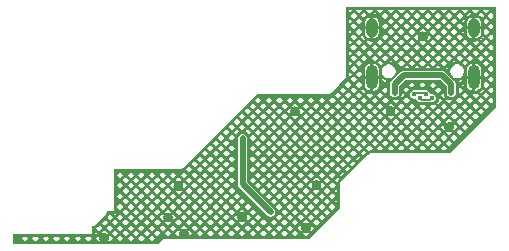
<source format=gbr>
%TF.GenerationSoftware,KiCad,Pcbnew,8.0.4*%
%TF.CreationDate,2024-11-19T23:33:53+08:00*%
%TF.ProjectId,uvk5_ttl,75766b35-5f74-4746-9c2e-6b696361645f,rev?*%
%TF.SameCoordinates,Original*%
%TF.FileFunction,Copper,L2,Bot*%
%TF.FilePolarity,Positive*%
%FSLAX46Y46*%
G04 Gerber Fmt 4.6, Leading zero omitted, Abs format (unit mm)*
G04 Created by KiCad (PCBNEW 8.0.4) date 2024-11-19 23:33:53*
%MOMM*%
%LPD*%
G01*
G04 APERTURE LIST*
%TA.AperFunction,ComponentPad*%
%ADD10O,1.000000X2.100000*%
%TD*%
%TA.AperFunction,ComponentPad*%
%ADD11O,1.000000X1.600000*%
%TD*%
%TA.AperFunction,ViaPad*%
%ADD12C,0.500000*%
%TD*%
%TA.AperFunction,ViaPad*%
%ADD13C,0.450000*%
%TD*%
%TA.AperFunction,Conductor*%
%ADD14C,0.508000*%
%TD*%
%TA.AperFunction,Conductor*%
%ADD15C,0.184658*%
%TD*%
G04 APERTURE END LIST*
D10*
%TO.P,J1,S1,SHIELD*%
%TO.N,GND*%
X123520000Y-92710000D03*
D11*
X123520000Y-88530000D03*
D10*
X114880000Y-92710000D03*
D11*
X114880000Y-88530000D03*
%TD*%
D12*
%TO.N,+5V*%
X103935645Y-97885645D03*
X106305953Y-104136827D03*
X121600000Y-94037000D03*
X116800000Y-94037000D03*
%TO.N,GND*%
X116450000Y-95570000D03*
X121420000Y-96920000D03*
X119190000Y-89250000D03*
X108360000Y-95610000D03*
X103890000Y-104560000D03*
X97620000Y-104580000D03*
X92190000Y-106330000D03*
X110190000Y-101860000D03*
X109300000Y-105470000D03*
X98980000Y-105990000D03*
X98490000Y-101920000D03*
D13*
%TO.N,/D-*%
X118949619Y-94480000D03*
X119950000Y-94480000D03*
%TO.N,/D+*%
X118450000Y-94170000D03*
X119450000Y-94170000D03*
%TD*%
D14*
%TO.N,+5V*%
X121600000Y-94037000D02*
X121600000Y-93310000D01*
X103935645Y-97885645D02*
X103935645Y-101766519D01*
X116800000Y-93310000D02*
X117570000Y-92540000D01*
X103935645Y-101766519D02*
X106305953Y-104136827D01*
X116800000Y-94037000D02*
X116800000Y-93310000D01*
X121600000Y-93310000D02*
X120830000Y-92540000D01*
X117570000Y-92540000D02*
X120830000Y-92540000D01*
D15*
%TO.N,/D-*%
X118949619Y-94480000D02*
X119083948Y-94614329D01*
X119083948Y-94614329D02*
X119815671Y-94614329D01*
X119815671Y-94614329D02*
X119950000Y-94480000D01*
%TO.N,/D+*%
X118450000Y-94170000D02*
X118584329Y-94035671D01*
X119315671Y-94035671D02*
X119450000Y-94170000D01*
X118584329Y-94035671D02*
X119315671Y-94035671D01*
%TD*%
%TA.AperFunction,Conductor*%
%TO.N,GND*%
G36*
X125381194Y-86788806D02*
G01*
X125399500Y-86833000D01*
X125399500Y-95216798D01*
X125381194Y-95260992D01*
X121500992Y-99141194D01*
X121456798Y-99159500D01*
X114885892Y-99159500D01*
X114754108Y-99159500D01*
X114754107Y-99159500D01*
X114754101Y-99159501D01*
X114626817Y-99193606D01*
X114626814Y-99193607D01*
X114512684Y-99259501D01*
X114512680Y-99259504D01*
X112372686Y-101399500D01*
X112279504Y-101492680D01*
X112279501Y-101492684D01*
X112213607Y-101606814D01*
X112213606Y-101606817D01*
X112179501Y-101734101D01*
X112179500Y-101734109D01*
X112179500Y-103706798D01*
X112161194Y-103750992D01*
X109530992Y-106381194D01*
X109486798Y-106399500D01*
X97445893Y-106399500D01*
X97314108Y-106399500D01*
X97314107Y-106399500D01*
X97314101Y-106399501D01*
X97186817Y-106433606D01*
X97186814Y-106433607D01*
X97072684Y-106499501D01*
X97072680Y-106499504D01*
X96760992Y-106811194D01*
X96716798Y-106829500D01*
X84643202Y-106829500D01*
X84599008Y-106811194D01*
X84528806Y-106740992D01*
X84510500Y-106696798D01*
X84510500Y-106357692D01*
X85220307Y-106357692D01*
X85440115Y-106577500D01*
X85542145Y-106577500D01*
X85761952Y-106357692D01*
X86118332Y-106357692D01*
X86338140Y-106577500D01*
X86440170Y-106577500D01*
X86659977Y-106357692D01*
X87016358Y-106357692D01*
X87236166Y-106577500D01*
X87338196Y-106577500D01*
X87558003Y-106357692D01*
X87914383Y-106357692D01*
X88134191Y-106577500D01*
X88236221Y-106577500D01*
X88456028Y-106357692D01*
X88812409Y-106357692D01*
X89032217Y-106577500D01*
X89134247Y-106577500D01*
X89354054Y-106357692D01*
X89710435Y-106357692D01*
X89930243Y-106577500D01*
X90032273Y-106577500D01*
X90252080Y-106357692D01*
X90608460Y-106357692D01*
X90828268Y-106577500D01*
X90930298Y-106577500D01*
X91150105Y-106357692D01*
X91506486Y-106357692D01*
X91726294Y-106577500D01*
X91828322Y-106577500D01*
X91841793Y-106564028D01*
X91817273Y-106515905D01*
X92562725Y-106515905D01*
X92624320Y-106577500D01*
X92726350Y-106577500D01*
X92946157Y-106357692D01*
X93302537Y-106357692D01*
X93522345Y-106577500D01*
X93624375Y-106577500D01*
X93844182Y-106357692D01*
X94200563Y-106357692D01*
X94420371Y-106577500D01*
X94522401Y-106577500D01*
X94742208Y-106357692D01*
X95098588Y-106357692D01*
X95318396Y-106577500D01*
X95420426Y-106577500D01*
X95640233Y-106357692D01*
X95996614Y-106357692D01*
X96216422Y-106577500D01*
X96318452Y-106577500D01*
X96538259Y-106357692D01*
X96428518Y-106247951D01*
X97004381Y-106247951D01*
X97067963Y-106211242D01*
X97071572Y-106209313D01*
X97079031Y-106205635D01*
X97082755Y-106203948D01*
X97098006Y-106197631D01*
X97101830Y-106196192D01*
X97109703Y-106193519D01*
X97113620Y-106192331D01*
X97237681Y-106159088D01*
X97165462Y-106086869D01*
X97004381Y-106247951D01*
X96428518Y-106247951D01*
X96267437Y-106086870D01*
X95996614Y-106357692D01*
X95640233Y-106357692D01*
X95369411Y-106086869D01*
X95098588Y-106357692D01*
X94742208Y-106357692D01*
X94471386Y-106086870D01*
X94200563Y-106357692D01*
X93844182Y-106357692D01*
X93573360Y-106086870D01*
X93302537Y-106357692D01*
X92946157Y-106357692D01*
X92675334Y-106086869D01*
X92581420Y-106180784D01*
X92586559Y-106190870D01*
X92592602Y-106209467D01*
X92610144Y-106320223D01*
X92610144Y-106339777D01*
X92592602Y-106450533D01*
X92586559Y-106469131D01*
X92562725Y-106515905D01*
X91817273Y-106515905D01*
X91793441Y-106469131D01*
X91787398Y-106450533D01*
X91769856Y-106339777D01*
X91769856Y-106320223D01*
X91787398Y-106209467D01*
X91793441Y-106190870D01*
X91823100Y-106132661D01*
X91777309Y-106086870D01*
X91506486Y-106357692D01*
X91150105Y-106357692D01*
X91000499Y-106208086D01*
X90758067Y-106208086D01*
X90608460Y-106357692D01*
X90252080Y-106357692D01*
X90102474Y-106208086D01*
X89860042Y-106208086D01*
X89710435Y-106357692D01*
X89354054Y-106357692D01*
X89204448Y-106208086D01*
X88962016Y-106208086D01*
X88812409Y-106357692D01*
X88456028Y-106357692D01*
X88306422Y-106208086D01*
X88063990Y-106208086D01*
X87914383Y-106357692D01*
X87558003Y-106357692D01*
X87408397Y-106208086D01*
X87165965Y-106208086D01*
X87016358Y-106357692D01*
X86659977Y-106357692D01*
X86510371Y-106208086D01*
X86267939Y-106208086D01*
X86118332Y-106357692D01*
X85761952Y-106357692D01*
X85612346Y-106208086D01*
X85369914Y-106208086D01*
X85220307Y-106357692D01*
X84510500Y-106357692D01*
X84510500Y-106166836D01*
X91315630Y-106166836D01*
X91328296Y-106179502D01*
X91599118Y-105908679D01*
X91955499Y-105908679D01*
X92004094Y-105957274D01*
X92050870Y-105933441D01*
X92069467Y-105927398D01*
X92180223Y-105909856D01*
X92199777Y-105909856D01*
X92310533Y-105927398D01*
X92329131Y-105933441D01*
X92424029Y-105981794D01*
X92497144Y-105908679D01*
X92853524Y-105908679D01*
X93124347Y-106179502D01*
X93395169Y-105908679D01*
X93751550Y-105908679D01*
X94022373Y-106179502D01*
X94293195Y-105908679D01*
X94649576Y-105908679D01*
X94920398Y-106179502D01*
X95191221Y-105908679D01*
X95547601Y-105908679D01*
X95818424Y-106179502D01*
X96089246Y-105908679D01*
X96445627Y-105908679D01*
X96716450Y-106179502D01*
X96987272Y-105908679D01*
X97343652Y-105908679D01*
X97582473Y-106147500D01*
X97646477Y-106147500D01*
X97885297Y-105908679D01*
X98241678Y-105908679D01*
X98480499Y-106147500D01*
X98544503Y-106147500D01*
X98578396Y-106113605D01*
X98577398Y-106110533D01*
X98559856Y-105999777D01*
X98559856Y-105980223D01*
X98577398Y-105869467D01*
X98583441Y-105850869D01*
X98631395Y-105756752D01*
X98609325Y-105734682D01*
X99313702Y-105734682D01*
X99314156Y-105735136D01*
X99325650Y-105750955D01*
X99376559Y-105850869D01*
X99382602Y-105869467D01*
X99400144Y-105980223D01*
X99400144Y-105999777D01*
X99382602Y-106110533D01*
X99376558Y-106129131D01*
X99371021Y-106139996D01*
X99378526Y-106147500D01*
X99442529Y-106147500D01*
X99681349Y-105908679D01*
X100037729Y-105908679D01*
X100276550Y-106147500D01*
X100340554Y-106147500D01*
X100579374Y-105908679D01*
X100935755Y-105908679D01*
X101174576Y-106147500D01*
X101238580Y-106147500D01*
X101477400Y-105908679D01*
X101833780Y-105908679D01*
X102072601Y-106147500D01*
X102136605Y-106147500D01*
X102375425Y-105908679D01*
X102731806Y-105908679D01*
X102970627Y-106147500D01*
X103034631Y-106147500D01*
X103273451Y-105908679D01*
X103629832Y-105908679D01*
X103868653Y-106147500D01*
X103932657Y-106147500D01*
X104171477Y-105908679D01*
X104527857Y-105908679D01*
X104766678Y-106147500D01*
X104830682Y-106147500D01*
X105069502Y-105908679D01*
X105425883Y-105908679D01*
X105664704Y-106147500D01*
X105728708Y-106147500D01*
X105967528Y-105908679D01*
X106323909Y-105908679D01*
X106562730Y-106147500D01*
X106626734Y-106147500D01*
X106865554Y-105908679D01*
X107221934Y-105908679D01*
X107460755Y-106147500D01*
X107524759Y-106147500D01*
X107763579Y-105908679D01*
X108119960Y-105908679D01*
X108358781Y-106147500D01*
X108422785Y-106147500D01*
X108661605Y-105908679D01*
X109017985Y-105908679D01*
X109256806Y-106147500D01*
X109320810Y-106147500D01*
X109559630Y-105908679D01*
X109491053Y-105840102D01*
X109439131Y-105866559D01*
X109420533Y-105872602D01*
X109309777Y-105890144D01*
X109290223Y-105890144D01*
X109179467Y-105872602D01*
X109160869Y-105866559D01*
X109094117Y-105832547D01*
X109017985Y-105908679D01*
X108661605Y-105908679D01*
X108390783Y-105637857D01*
X108119960Y-105908679D01*
X107763579Y-105908679D01*
X107492757Y-105637857D01*
X107221934Y-105908679D01*
X106865554Y-105908679D01*
X106594731Y-105637857D01*
X106323909Y-105908679D01*
X105967528Y-105908679D01*
X105696706Y-105637857D01*
X105425883Y-105908679D01*
X105069502Y-105908679D01*
X104798680Y-105637857D01*
X104527857Y-105908679D01*
X104171477Y-105908679D01*
X103900654Y-105637857D01*
X103629832Y-105908679D01*
X103273451Y-105908679D01*
X103002629Y-105637857D01*
X102731806Y-105908679D01*
X102375425Y-105908679D01*
X102104603Y-105637857D01*
X101833780Y-105908679D01*
X101477400Y-105908679D01*
X101206578Y-105637857D01*
X100935755Y-105908679D01*
X100579374Y-105908679D01*
X100308552Y-105637857D01*
X100037729Y-105908679D01*
X99681349Y-105908679D01*
X99410526Y-105637857D01*
X99313702Y-105734682D01*
X98609325Y-105734682D01*
X98512500Y-105637857D01*
X98241678Y-105908679D01*
X97885297Y-105908679D01*
X97614475Y-105637857D01*
X97343652Y-105908679D01*
X96987272Y-105908679D01*
X96716450Y-105637857D01*
X96445627Y-105908679D01*
X96089246Y-105908679D01*
X95818424Y-105637857D01*
X95547601Y-105908679D01*
X95191221Y-105908679D01*
X94920398Y-105637857D01*
X94649576Y-105908679D01*
X94293195Y-105908679D01*
X94022373Y-105637857D01*
X93751550Y-105908679D01*
X93395169Y-105908679D01*
X93124347Y-105637857D01*
X92853524Y-105908679D01*
X92497144Y-105908679D01*
X92226321Y-105637857D01*
X91955499Y-105908679D01*
X91599118Y-105908679D01*
X91422000Y-105731561D01*
X91422000Y-106007236D01*
X91417242Y-106031154D01*
X91397907Y-106077832D01*
X91384359Y-106098108D01*
X91315630Y-106166836D01*
X84510500Y-106166836D01*
X84510500Y-106018586D01*
X84528806Y-105974392D01*
X84573000Y-105956086D01*
X91170000Y-105956086D01*
X91170000Y-105479160D01*
X91525980Y-105479160D01*
X91777309Y-105730489D01*
X92048131Y-105459667D01*
X92404512Y-105459667D01*
X92675334Y-105730489D01*
X92946157Y-105459667D01*
X93302538Y-105459667D01*
X93573360Y-105730489D01*
X93844182Y-105459667D01*
X94200564Y-105459667D01*
X94471386Y-105730489D01*
X94742208Y-105459667D01*
X95098589Y-105459667D01*
X95369411Y-105730489D01*
X95640233Y-105459667D01*
X95996615Y-105459667D01*
X96267437Y-105730489D01*
X96538259Y-105459667D01*
X96894640Y-105459667D01*
X97165462Y-105730489D01*
X97436285Y-105459667D01*
X97792666Y-105459667D01*
X98063488Y-105730489D01*
X98334310Y-105459667D01*
X98690692Y-105459667D01*
X98830003Y-105598978D01*
X98840870Y-105593441D01*
X98859467Y-105587398D01*
X98970223Y-105569856D01*
X98989777Y-105569856D01*
X99100533Y-105587398D01*
X99103605Y-105588396D01*
X99232334Y-105459667D01*
X99588717Y-105459667D01*
X99859539Y-105730489D01*
X100130361Y-105459667D01*
X100486743Y-105459667D01*
X100757565Y-105730489D01*
X101028387Y-105459667D01*
X101384768Y-105459667D01*
X101655590Y-105730489D01*
X101926413Y-105459667D01*
X102282794Y-105459667D01*
X102553616Y-105730489D01*
X102824438Y-105459667D01*
X103180820Y-105459667D01*
X103451642Y-105730489D01*
X103722464Y-105459667D01*
X104078845Y-105459667D01*
X104349667Y-105730489D01*
X104620489Y-105459667D01*
X104976871Y-105459667D01*
X105247693Y-105730489D01*
X105518515Y-105459667D01*
X105874896Y-105459667D01*
X106145718Y-105730489D01*
X106416541Y-105459667D01*
X106772922Y-105459667D01*
X107043744Y-105730489D01*
X107314566Y-105459667D01*
X107670948Y-105459667D01*
X107941770Y-105730489D01*
X108212592Y-105459667D01*
X108568973Y-105459667D01*
X108839795Y-105730488D01*
X108922921Y-105647362D01*
X108903441Y-105609130D01*
X108897398Y-105590533D01*
X108879856Y-105479777D01*
X108879856Y-105460223D01*
X108897398Y-105349467D01*
X108903441Y-105330870D01*
X108929897Y-105278946D01*
X108915069Y-105264118D01*
X109662547Y-105264118D01*
X109696559Y-105330869D01*
X109702602Y-105349467D01*
X109720144Y-105460223D01*
X109720144Y-105479777D01*
X109702602Y-105590533D01*
X109696559Y-105609131D01*
X109669522Y-105662190D01*
X109737821Y-105730489D01*
X110008643Y-105459667D01*
X109737821Y-105188845D01*
X109662547Y-105264118D01*
X108915069Y-105264118D01*
X108839795Y-105188844D01*
X108568973Y-105459667D01*
X108212592Y-105459667D01*
X107941770Y-105188845D01*
X107670948Y-105459667D01*
X107314566Y-105459667D01*
X107043744Y-105188844D01*
X106772922Y-105459667D01*
X106416541Y-105459667D01*
X106145718Y-105188844D01*
X105874896Y-105459667D01*
X105518515Y-105459667D01*
X105247693Y-105188845D01*
X104976871Y-105459667D01*
X104620489Y-105459667D01*
X104349667Y-105188844D01*
X104078845Y-105459667D01*
X103722464Y-105459667D01*
X103451642Y-105188845D01*
X103180820Y-105459667D01*
X102824438Y-105459667D01*
X102553616Y-105188844D01*
X102282794Y-105459667D01*
X101926413Y-105459667D01*
X101655590Y-105188844D01*
X101384768Y-105459667D01*
X101028387Y-105459667D01*
X100757565Y-105188845D01*
X100486743Y-105459667D01*
X100130361Y-105459667D01*
X99859539Y-105188844D01*
X99588717Y-105459667D01*
X99232334Y-105459667D01*
X99232335Y-105459666D01*
X98961514Y-105188845D01*
X98690692Y-105459667D01*
X98334310Y-105459667D01*
X98063488Y-105188845D01*
X97792666Y-105459667D01*
X97436285Y-105459667D01*
X97165462Y-105188844D01*
X96894640Y-105459667D01*
X96538259Y-105459667D01*
X96267437Y-105188845D01*
X95996615Y-105459667D01*
X95640233Y-105459667D01*
X95369411Y-105188844D01*
X95098589Y-105459667D01*
X94742208Y-105459667D01*
X94471386Y-105188845D01*
X94200564Y-105459667D01*
X93844182Y-105459667D01*
X93573360Y-105188845D01*
X93302538Y-105459667D01*
X92946157Y-105459667D01*
X92675334Y-105188844D01*
X92404512Y-105459667D01*
X92048131Y-105459667D01*
X91821330Y-105232866D01*
X91659667Y-105394529D01*
X91656684Y-105397324D01*
X91650430Y-105402809D01*
X91647263Y-105405408D01*
X91634166Y-105415456D01*
X91630841Y-105417838D01*
X91623930Y-105422455D01*
X91620461Y-105424612D01*
X91525980Y-105479160D01*
X91170000Y-105479160D01*
X91170000Y-105373000D01*
X91188306Y-105328806D01*
X91232500Y-105310500D01*
X91245891Y-105310500D01*
X91245892Y-105310500D01*
X91373186Y-105276392D01*
X91487314Y-105210500D01*
X91643140Y-105054674D01*
X91999520Y-105054674D01*
X92226321Y-105281476D01*
X92497144Y-105010654D01*
X92853525Y-105010654D01*
X93124347Y-105281476D01*
X93395169Y-105010654D01*
X93751551Y-105010654D01*
X94022373Y-105281476D01*
X94293195Y-105010654D01*
X94649576Y-105010654D01*
X94920398Y-105281476D01*
X95191221Y-105010654D01*
X95547602Y-105010654D01*
X95818424Y-105281476D01*
X96089246Y-105010654D01*
X96445628Y-105010654D01*
X96716450Y-105281476D01*
X96987272Y-105010654D01*
X96987271Y-105010653D01*
X97343652Y-105010653D01*
X97614475Y-105281476D01*
X97885297Y-105010654D01*
X98241679Y-105010654D01*
X98512501Y-105281476D01*
X98783323Y-105010654D01*
X99139704Y-105010654D01*
X99410526Y-105281476D01*
X99681349Y-105010654D01*
X100037730Y-105010654D01*
X100308552Y-105281476D01*
X100579374Y-105010654D01*
X100935756Y-105010654D01*
X101206578Y-105281476D01*
X101477400Y-105010654D01*
X101833781Y-105010654D01*
X102104603Y-105281476D01*
X102375425Y-105010654D01*
X102731807Y-105010654D01*
X103002629Y-105281476D01*
X103273451Y-105010654D01*
X103273450Y-105010653D01*
X103629832Y-105010653D01*
X103900654Y-105281476D01*
X104171477Y-105010654D01*
X104527858Y-105010654D01*
X104798680Y-105281476D01*
X105069502Y-105010654D01*
X105425884Y-105010654D01*
X105696706Y-105281476D01*
X105967528Y-105010654D01*
X106323909Y-105010654D01*
X106594731Y-105281476D01*
X106865554Y-105010654D01*
X107221935Y-105010654D01*
X107492757Y-105281476D01*
X107763579Y-105010654D01*
X108119961Y-105010654D01*
X108390783Y-105281476D01*
X108661605Y-105010654D01*
X109017986Y-105010654D01*
X109107809Y-105100477D01*
X109160870Y-105073441D01*
X109179467Y-105067398D01*
X109290223Y-105049856D01*
X109309777Y-105049856D01*
X109420533Y-105067398D01*
X109439130Y-105073441D01*
X109477362Y-105092921D01*
X109559629Y-105010654D01*
X109916012Y-105010654D01*
X110186834Y-105281476D01*
X110457656Y-105010654D01*
X110186834Y-104739832D01*
X109916012Y-105010654D01*
X109559629Y-105010654D01*
X109559630Y-105010653D01*
X109288808Y-104739831D01*
X109017986Y-105010654D01*
X108661605Y-105010654D01*
X108390783Y-104739832D01*
X108119961Y-105010654D01*
X107763579Y-105010654D01*
X107492757Y-104739832D01*
X107221935Y-105010654D01*
X106865554Y-105010654D01*
X106594731Y-104739831D01*
X106323909Y-105010654D01*
X105967528Y-105010654D01*
X105696706Y-104739832D01*
X105425884Y-105010654D01*
X105069502Y-105010654D01*
X104798680Y-104739831D01*
X104527858Y-105010654D01*
X104171477Y-105010654D01*
X104087593Y-104926770D01*
X104029131Y-104956559D01*
X104010533Y-104962602D01*
X103899777Y-104980144D01*
X103880223Y-104980144D01*
X103769467Y-104962602D01*
X103750869Y-104956559D01*
X103706522Y-104933963D01*
X103629832Y-105010653D01*
X103273450Y-105010653D01*
X103002629Y-104739832D01*
X102731807Y-105010654D01*
X102375425Y-105010654D01*
X102104603Y-104739831D01*
X101833781Y-105010654D01*
X101477400Y-105010654D01*
X101206578Y-104739832D01*
X100935756Y-105010654D01*
X100579374Y-105010654D01*
X100308552Y-104739832D01*
X100037730Y-105010654D01*
X99681349Y-105010654D01*
X99410526Y-104739831D01*
X99139704Y-105010654D01*
X98783323Y-105010654D01*
X98512501Y-104739832D01*
X98241679Y-105010654D01*
X97885297Y-105010654D01*
X97820124Y-104945481D01*
X97759131Y-104976559D01*
X97740533Y-104982602D01*
X97629777Y-105000144D01*
X97610223Y-105000144D01*
X97499467Y-104982602D01*
X97480869Y-104976559D01*
X97412555Y-104941751D01*
X97343652Y-105010653D01*
X96987271Y-105010653D01*
X96716450Y-104739832D01*
X96445628Y-105010654D01*
X96089246Y-105010654D01*
X95818424Y-104739832D01*
X95547602Y-105010654D01*
X95191221Y-105010654D01*
X94920398Y-104739831D01*
X94649576Y-105010654D01*
X94293195Y-105010654D01*
X94022373Y-104739832D01*
X93751551Y-105010654D01*
X93395169Y-105010654D01*
X93124347Y-104739831D01*
X92853525Y-105010654D01*
X92497144Y-105010654D01*
X92270342Y-104783852D01*
X91999520Y-105054674D01*
X91643140Y-105054674D01*
X92092152Y-104605662D01*
X92448533Y-104605662D01*
X92675334Y-104832463D01*
X92946157Y-104561641D01*
X93302538Y-104561641D01*
X93573360Y-104832463D01*
X93844182Y-104561641D01*
X94200564Y-104561641D01*
X94471386Y-104832463D01*
X94742208Y-104561641D01*
X95098589Y-104561641D01*
X95369411Y-104832463D01*
X95640233Y-104561641D01*
X95996615Y-104561641D01*
X96267437Y-104832463D01*
X96538259Y-104561641D01*
X96894640Y-104561641D01*
X97165462Y-104832462D01*
X97242125Y-104755800D01*
X97223441Y-104719130D01*
X97217398Y-104700533D01*
X97199856Y-104589777D01*
X97199856Y-104570223D01*
X97217398Y-104459467D01*
X97223441Y-104440869D01*
X97254519Y-104379875D01*
X97247199Y-104372555D01*
X97981751Y-104372555D01*
X98016559Y-104440869D01*
X98022602Y-104459467D01*
X98040144Y-104570223D01*
X98040144Y-104589777D01*
X98022602Y-104700533D01*
X98016558Y-104719131D01*
X97994144Y-104763119D01*
X98063488Y-104832463D01*
X98334310Y-104561641D01*
X98690692Y-104561641D01*
X98961514Y-104832463D01*
X99232336Y-104561641D01*
X99588717Y-104561641D01*
X99859539Y-104832463D01*
X100130361Y-104561641D01*
X100486743Y-104561641D01*
X100757565Y-104832463D01*
X101028387Y-104561641D01*
X101384768Y-104561641D01*
X101655590Y-104832463D01*
X101926413Y-104561641D01*
X102282794Y-104561641D01*
X102553616Y-104832463D01*
X102824438Y-104561641D01*
X103180820Y-104561641D01*
X103451641Y-104832462D01*
X103524336Y-104759767D01*
X103517144Y-104745651D01*
X104262855Y-104745651D01*
X104349667Y-104832463D01*
X104620489Y-104561641D01*
X104976871Y-104561641D01*
X105247693Y-104832463D01*
X105516454Y-104563702D01*
X106774983Y-104563702D01*
X107043744Y-104832463D01*
X107314566Y-104561641D01*
X107670948Y-104561641D01*
X107941770Y-104832463D01*
X108212592Y-104561641D01*
X108568973Y-104561641D01*
X108839795Y-104832463D01*
X109110618Y-104561641D01*
X109466999Y-104561641D01*
X109737821Y-104832463D01*
X110008643Y-104561641D01*
X110365025Y-104561641D01*
X110635847Y-104832463D01*
X110906669Y-104561641D01*
X110635847Y-104290819D01*
X110365025Y-104561641D01*
X110008643Y-104561641D01*
X109737821Y-104290819D01*
X109466999Y-104561641D01*
X109110618Y-104561641D01*
X108839795Y-104290818D01*
X108568973Y-104561641D01*
X108212592Y-104561641D01*
X107941770Y-104290819D01*
X107670948Y-104561641D01*
X107314566Y-104561641D01*
X107043743Y-104290818D01*
X106814698Y-104519863D01*
X106806137Y-104531023D01*
X106803538Y-104534190D01*
X106798053Y-104540444D01*
X106795258Y-104543427D01*
X106774983Y-104563702D01*
X105516454Y-104563702D01*
X105518515Y-104561641D01*
X105247693Y-104290819D01*
X104976871Y-104561641D01*
X104620489Y-104561641D01*
X104349666Y-104290818D01*
X104263962Y-104376522D01*
X104286559Y-104420869D01*
X104292602Y-104439467D01*
X104310144Y-104550223D01*
X104310144Y-104569777D01*
X104292602Y-104680533D01*
X104286559Y-104699131D01*
X104262855Y-104745651D01*
X103517144Y-104745651D01*
X103493441Y-104699131D01*
X103487398Y-104680533D01*
X103469856Y-104569777D01*
X103469856Y-104550223D01*
X103487398Y-104439467D01*
X103493441Y-104420870D01*
X103523229Y-104362406D01*
X103451642Y-104290819D01*
X103180820Y-104561641D01*
X102824438Y-104561641D01*
X102553616Y-104290818D01*
X102282794Y-104561641D01*
X101926413Y-104561641D01*
X101655590Y-104290818D01*
X101384768Y-104561641D01*
X101028387Y-104561641D01*
X100757565Y-104290819D01*
X100486743Y-104561641D01*
X100130361Y-104561641D01*
X99859539Y-104290818D01*
X99588717Y-104561641D01*
X99232336Y-104561641D01*
X98961514Y-104290819D01*
X98690692Y-104561641D01*
X98334310Y-104561641D01*
X98063487Y-104290818D01*
X97981751Y-104372555D01*
X97247199Y-104372555D01*
X97165462Y-104290818D01*
X96894640Y-104561641D01*
X96538259Y-104561641D01*
X96267437Y-104290819D01*
X95996615Y-104561641D01*
X95640233Y-104561641D01*
X95369411Y-104290818D01*
X95098589Y-104561641D01*
X94742208Y-104561641D01*
X94471386Y-104290819D01*
X94200564Y-104561641D01*
X93844182Y-104561641D01*
X93573360Y-104290819D01*
X93302538Y-104561641D01*
X92946157Y-104561641D01*
X92712602Y-104328086D01*
X93068982Y-104328086D01*
X93124347Y-104383450D01*
X93395170Y-104112628D01*
X93751550Y-104112628D01*
X94022373Y-104383450D01*
X94293195Y-104112628D01*
X94649576Y-104112628D01*
X94920398Y-104383450D01*
X95191221Y-104112628D01*
X95547601Y-104112628D01*
X95818424Y-104383450D01*
X96089246Y-104112628D01*
X96445627Y-104112628D01*
X96716450Y-104383450D01*
X96987272Y-104112628D01*
X97343652Y-104112628D01*
X97436879Y-104205855D01*
X97480870Y-104183441D01*
X97499467Y-104177398D01*
X97610223Y-104159856D01*
X97629777Y-104159856D01*
X97740533Y-104177398D01*
X97759130Y-104183441D01*
X97795799Y-104202125D01*
X97885296Y-104112628D01*
X98241678Y-104112628D01*
X98512501Y-104383450D01*
X98783323Y-104112628D01*
X99139704Y-104112628D01*
X99410526Y-104383450D01*
X99681349Y-104112628D01*
X100037729Y-104112628D01*
X100308552Y-104383450D01*
X100579374Y-104112628D01*
X100935755Y-104112628D01*
X101206578Y-104383450D01*
X101477400Y-104112628D01*
X101833780Y-104112628D01*
X102104603Y-104383450D01*
X102375425Y-104112628D01*
X102731806Y-104112628D01*
X103002629Y-104383450D01*
X103273451Y-104112628D01*
X103629832Y-104112628D01*
X103704348Y-104187144D01*
X103750870Y-104163441D01*
X103769467Y-104157398D01*
X103880223Y-104139856D01*
X103899777Y-104139856D01*
X104010533Y-104157398D01*
X104029131Y-104163441D01*
X104089767Y-104194336D01*
X104171475Y-104112628D01*
X104527857Y-104112628D01*
X104798680Y-104383450D01*
X105069502Y-104112628D01*
X104798680Y-103841805D01*
X104527857Y-104112628D01*
X104171475Y-104112628D01*
X104171476Y-104112627D01*
X103900654Y-103841805D01*
X103629832Y-104112628D01*
X103273451Y-104112628D01*
X103002629Y-103841806D01*
X102731806Y-104112628D01*
X102375425Y-104112628D01*
X102104603Y-103841805D01*
X101833780Y-104112628D01*
X101477400Y-104112628D01*
X101206578Y-103841806D01*
X100935755Y-104112628D01*
X100579374Y-104112628D01*
X100308552Y-103841806D01*
X100037729Y-104112628D01*
X99681349Y-104112628D01*
X99410526Y-103841805D01*
X99139704Y-104112628D01*
X98783323Y-104112628D01*
X98512501Y-103841806D01*
X98241678Y-104112628D01*
X97885296Y-104112628D01*
X97885297Y-104112627D01*
X97614475Y-103841805D01*
X97343652Y-104112628D01*
X96987272Y-104112628D01*
X96716450Y-103841806D01*
X96445627Y-104112628D01*
X96089246Y-104112628D01*
X95818424Y-103841806D01*
X95547601Y-104112628D01*
X95191221Y-104112628D01*
X94920398Y-103841805D01*
X94649576Y-104112628D01*
X94293195Y-104112628D01*
X94022373Y-103841806D01*
X93751550Y-104112628D01*
X93395170Y-104112628D01*
X93302000Y-104019458D01*
X93302000Y-104127236D01*
X93297242Y-104151154D01*
X93277907Y-104197832D01*
X93264359Y-104218108D01*
X93192022Y-104290445D01*
X93171746Y-104303993D01*
X93125068Y-104323328D01*
X93101150Y-104328086D01*
X93068982Y-104328086D01*
X92712602Y-104328086D01*
X92638069Y-104328086D01*
X92616752Y-104349401D01*
X92616481Y-104350297D01*
X92613808Y-104358170D01*
X92612369Y-104361994D01*
X92606052Y-104377245D01*
X92604365Y-104380969D01*
X92600687Y-104388428D01*
X92598758Y-104392037D01*
X92524612Y-104520461D01*
X92522455Y-104523930D01*
X92517838Y-104530841D01*
X92515456Y-104534166D01*
X92505408Y-104547263D01*
X92502809Y-104550430D01*
X92497324Y-104556684D01*
X92494529Y-104559667D01*
X92448533Y-104605662D01*
X92092152Y-104605662D01*
X92310500Y-104387314D01*
X92376392Y-104273186D01*
X92410500Y-104145892D01*
X92410500Y-104138586D01*
X92428806Y-104094392D01*
X92473000Y-104076086D01*
X93050000Y-104076086D01*
X93050000Y-103663615D01*
X93302537Y-103663615D01*
X93573360Y-103934438D01*
X93844182Y-103663615D01*
X94200563Y-103663615D01*
X94471386Y-103934438D01*
X94742208Y-103663615D01*
X95098588Y-103663615D01*
X95369411Y-103934438D01*
X95640233Y-103663615D01*
X95996614Y-103663615D01*
X96267437Y-103934438D01*
X96538259Y-103663615D01*
X96894640Y-103663615D01*
X97165462Y-103934438D01*
X97436285Y-103663615D01*
X97792665Y-103663615D01*
X98063488Y-103934438D01*
X98334310Y-103663615D01*
X98690691Y-103663615D01*
X98961514Y-103934438D01*
X99232336Y-103663615D01*
X99588716Y-103663615D01*
X99859539Y-103934438D01*
X100130361Y-103663615D01*
X100486742Y-103663615D01*
X100757565Y-103934438D01*
X101028387Y-103663615D01*
X101384768Y-103663615D01*
X101655590Y-103934438D01*
X101926413Y-103663615D01*
X102282793Y-103663615D01*
X102553616Y-103934438D01*
X102824438Y-103663615D01*
X103180819Y-103663615D01*
X103451642Y-103934438D01*
X103722464Y-103663615D01*
X104078844Y-103663615D01*
X104349667Y-103934438D01*
X104620489Y-103663615D01*
X104349667Y-103392793D01*
X104078844Y-103663615D01*
X103722464Y-103663615D01*
X103451642Y-103392793D01*
X103180819Y-103663615D01*
X102824438Y-103663615D01*
X102553616Y-103392793D01*
X102282793Y-103663615D01*
X101926413Y-103663615D01*
X101655590Y-103392793D01*
X101384768Y-103663615D01*
X101028387Y-103663615D01*
X100757565Y-103392793D01*
X100486742Y-103663615D01*
X100130361Y-103663615D01*
X99859539Y-103392793D01*
X99588716Y-103663615D01*
X99232336Y-103663615D01*
X98961514Y-103392793D01*
X98690691Y-103663615D01*
X98334310Y-103663615D01*
X98063488Y-103392793D01*
X97792665Y-103663615D01*
X97436285Y-103663615D01*
X97165462Y-103392793D01*
X96894640Y-103663615D01*
X96538259Y-103663615D01*
X96267437Y-103392793D01*
X95996614Y-103663615D01*
X95640233Y-103663615D01*
X95369411Y-103392793D01*
X95098588Y-103663615D01*
X94742208Y-103663615D01*
X94471386Y-103392793D01*
X94200563Y-103663615D01*
X93844182Y-103663615D01*
X93573359Y-103392793D01*
X93302537Y-103663615D01*
X93050000Y-103663615D01*
X93050000Y-103214602D01*
X93751550Y-103214602D01*
X94022373Y-103485425D01*
X94293195Y-103214602D01*
X94649576Y-103214602D01*
X94920398Y-103485425D01*
X95191221Y-103214602D01*
X95547601Y-103214602D01*
X95818424Y-103485425D01*
X96089246Y-103214602D01*
X96445627Y-103214602D01*
X96716450Y-103485425D01*
X96987272Y-103214602D01*
X97343652Y-103214602D01*
X97614475Y-103485425D01*
X97885297Y-103214602D01*
X98241678Y-103214602D01*
X98512501Y-103485425D01*
X98783323Y-103214602D01*
X99139704Y-103214602D01*
X99410526Y-103485425D01*
X99681349Y-103214602D01*
X100037729Y-103214602D01*
X100308552Y-103485425D01*
X100579374Y-103214602D01*
X100935755Y-103214602D01*
X101206578Y-103485425D01*
X101477400Y-103214602D01*
X101833780Y-103214602D01*
X102104603Y-103485425D01*
X102375425Y-103214602D01*
X102731806Y-103214602D01*
X103002629Y-103485425D01*
X103273451Y-103214602D01*
X103629832Y-103214602D01*
X103900654Y-103485425D01*
X104171477Y-103214602D01*
X103900654Y-102943780D01*
X103629832Y-103214602D01*
X103273451Y-103214602D01*
X103002629Y-102943780D01*
X102731806Y-103214602D01*
X102375425Y-103214602D01*
X102104603Y-102943780D01*
X101833780Y-103214602D01*
X101477400Y-103214602D01*
X101206578Y-102943780D01*
X100935755Y-103214602D01*
X100579374Y-103214602D01*
X100308552Y-102943780D01*
X100037729Y-103214602D01*
X99681349Y-103214602D01*
X99410526Y-102943780D01*
X99139704Y-103214602D01*
X98783323Y-103214602D01*
X98512501Y-102943780D01*
X98241678Y-103214602D01*
X97885297Y-103214602D01*
X97614475Y-102943780D01*
X97343652Y-103214602D01*
X96987272Y-103214602D01*
X96716450Y-102943780D01*
X96445627Y-103214602D01*
X96089246Y-103214602D01*
X95818424Y-102943780D01*
X95547601Y-103214602D01*
X95191221Y-103214602D01*
X94920398Y-102943780D01*
X94649576Y-103214602D01*
X94293195Y-103214602D01*
X94022373Y-102943780D01*
X93751550Y-103214602D01*
X93050000Y-103214602D01*
X93050000Y-102765590D01*
X93302538Y-102765590D01*
X93573360Y-103036412D01*
X93844182Y-102765590D01*
X94200564Y-102765590D01*
X94471386Y-103036412D01*
X94742208Y-102765590D01*
X95098589Y-102765590D01*
X95369411Y-103036412D01*
X95640233Y-102765590D01*
X95996615Y-102765590D01*
X96267437Y-103036412D01*
X96538259Y-102765590D01*
X96894640Y-102765590D01*
X97165462Y-103036412D01*
X97436285Y-102765590D01*
X97792666Y-102765590D01*
X98063488Y-103036412D01*
X98334310Y-102765590D01*
X98690692Y-102765590D01*
X98961514Y-103036412D01*
X99232336Y-102765590D01*
X99588717Y-102765590D01*
X99859539Y-103036412D01*
X100130361Y-102765590D01*
X100486743Y-102765590D01*
X100757565Y-103036412D01*
X101028387Y-102765590D01*
X101384768Y-102765590D01*
X101655590Y-103036412D01*
X101926413Y-102765590D01*
X102282794Y-102765590D01*
X102553616Y-103036412D01*
X102824438Y-102765590D01*
X103180820Y-102765590D01*
X103451642Y-103036412D01*
X103722464Y-102765590D01*
X103451642Y-102494768D01*
X103180820Y-102765590D01*
X102824438Y-102765590D01*
X102553616Y-102494767D01*
X102282794Y-102765590D01*
X101926413Y-102765590D01*
X101655590Y-102494767D01*
X101384768Y-102765590D01*
X101028387Y-102765590D01*
X100757565Y-102494768D01*
X100486743Y-102765590D01*
X100130361Y-102765590D01*
X99859539Y-102494767D01*
X99588717Y-102765590D01*
X99232336Y-102765590D01*
X98961514Y-102494768D01*
X98690692Y-102765590D01*
X98334310Y-102765590D01*
X98063488Y-102494768D01*
X97792666Y-102765590D01*
X97436285Y-102765590D01*
X97165462Y-102494767D01*
X96894640Y-102765590D01*
X96538259Y-102765590D01*
X96267437Y-102494768D01*
X95996615Y-102765590D01*
X95640233Y-102765590D01*
X95369411Y-102494767D01*
X95098589Y-102765590D01*
X94742208Y-102765590D01*
X94471386Y-102494768D01*
X94200564Y-102765590D01*
X93844182Y-102765590D01*
X93573360Y-102494768D01*
X93302538Y-102765590D01*
X93050000Y-102765590D01*
X93050000Y-102316577D01*
X93751551Y-102316577D01*
X94022373Y-102587399D01*
X94293195Y-102316577D01*
X94649576Y-102316577D01*
X94920398Y-102587399D01*
X95191221Y-102316577D01*
X95547602Y-102316577D01*
X95818424Y-102587399D01*
X96089246Y-102316577D01*
X96445628Y-102316577D01*
X96716450Y-102587399D01*
X96987272Y-102316577D01*
X97343653Y-102316577D01*
X97614475Y-102587399D01*
X97885297Y-102316577D01*
X98241679Y-102316577D01*
X98512501Y-102587399D01*
X98783323Y-102316577D01*
X99139704Y-102316577D01*
X99410526Y-102587399D01*
X99681349Y-102316577D01*
X100037730Y-102316577D01*
X100308552Y-102587399D01*
X100579374Y-102316577D01*
X100935756Y-102316577D01*
X101206578Y-102587399D01*
X101477400Y-102316577D01*
X101833781Y-102316577D01*
X102104603Y-102587399D01*
X102375425Y-102316577D01*
X102731807Y-102316577D01*
X103002629Y-102587399D01*
X103273451Y-102316577D01*
X103002629Y-102045755D01*
X102731807Y-102316577D01*
X102375425Y-102316577D01*
X102104603Y-102045754D01*
X101833781Y-102316577D01*
X101477400Y-102316577D01*
X101206578Y-102045755D01*
X100935756Y-102316577D01*
X100579374Y-102316577D01*
X100308552Y-102045755D01*
X100037730Y-102316577D01*
X99681349Y-102316577D01*
X99410526Y-102045754D01*
X99139704Y-102316577D01*
X98783323Y-102316577D01*
X98730985Y-102264239D01*
X98729045Y-102265650D01*
X98629131Y-102316559D01*
X98610533Y-102322602D01*
X98499777Y-102340144D01*
X98480223Y-102340144D01*
X98369467Y-102322602D01*
X98350869Y-102316559D01*
X98278547Y-102279708D01*
X98241679Y-102316577D01*
X97885297Y-102316577D01*
X97614475Y-102045754D01*
X97343653Y-102316577D01*
X96987272Y-102316577D01*
X96716450Y-102045755D01*
X96445628Y-102316577D01*
X96089246Y-102316577D01*
X95818424Y-102045755D01*
X95547602Y-102316577D01*
X95191221Y-102316577D01*
X94920398Y-102045754D01*
X94649576Y-102316577D01*
X94293195Y-102316577D01*
X94022373Y-102045755D01*
X93751551Y-102316577D01*
X93050000Y-102316577D01*
X93050000Y-101867564D01*
X93302537Y-101867564D01*
X93573360Y-102138386D01*
X93844182Y-101867564D01*
X94200563Y-101867564D01*
X94471386Y-102138386D01*
X94742208Y-101867564D01*
X95098588Y-101867564D01*
X95369411Y-102138386D01*
X95640233Y-101867564D01*
X95996614Y-101867564D01*
X96267437Y-102138386D01*
X96538259Y-101867564D01*
X96894640Y-101867564D01*
X97165462Y-102138386D01*
X97436285Y-101867564D01*
X97792665Y-101867564D01*
X98063487Y-102138386D01*
X98110082Y-102091791D01*
X98093441Y-102059131D01*
X98087398Y-102040533D01*
X98069856Y-101929777D01*
X98069856Y-101910223D01*
X98087398Y-101799467D01*
X98093441Y-101780869D01*
X98130291Y-101708547D01*
X98849708Y-101708547D01*
X98886559Y-101780869D01*
X98892602Y-101799467D01*
X98910144Y-101910223D01*
X98910144Y-101929777D01*
X98892602Y-102040533D01*
X98886559Y-102059131D01*
X98885107Y-102061979D01*
X98961514Y-102138386D01*
X99232336Y-101867564D01*
X99588716Y-101867564D01*
X99859539Y-102138386D01*
X100130361Y-101867564D01*
X100486742Y-101867564D01*
X100757565Y-102138386D01*
X101028387Y-101867564D01*
X101384768Y-101867564D01*
X101655590Y-102138386D01*
X101926413Y-101867564D01*
X102282793Y-101867564D01*
X102553616Y-102138386D01*
X102824438Y-101867564D01*
X103180819Y-101867564D01*
X103374030Y-102060774D01*
X103357777Y-102032623D01*
X103355850Y-102029017D01*
X103352172Y-102021559D01*
X103350482Y-102017829D01*
X103344166Y-102002578D01*
X103342729Y-101998759D01*
X103340056Y-101990887D01*
X103338867Y-101986968D01*
X103308595Y-101873992D01*
X103307666Y-101870010D01*
X103306043Y-101861851D01*
X103305376Y-101857812D01*
X103303222Y-101841445D01*
X103302822Y-101837373D01*
X103302279Y-101829079D01*
X103302145Y-101824996D01*
X103302145Y-101746239D01*
X103180819Y-101867564D01*
X102824438Y-101867564D01*
X102553616Y-101596741D01*
X102282793Y-101867564D01*
X101926413Y-101867564D01*
X101655590Y-101596741D01*
X101384768Y-101867564D01*
X101028387Y-101867564D01*
X100757565Y-101596742D01*
X100486742Y-101867564D01*
X100130361Y-101867564D01*
X99859539Y-101596741D01*
X99588716Y-101867564D01*
X99232336Y-101867564D01*
X98961514Y-101596742D01*
X98849708Y-101708547D01*
X98130291Y-101708547D01*
X98144350Y-101680955D01*
X98145760Y-101679014D01*
X98063488Y-101596742D01*
X97792665Y-101867564D01*
X97436285Y-101867564D01*
X97165462Y-101596741D01*
X96894640Y-101867564D01*
X96538259Y-101867564D01*
X96267437Y-101596742D01*
X95996614Y-101867564D01*
X95640233Y-101867564D01*
X95369411Y-101596741D01*
X95098588Y-101867564D01*
X94742208Y-101867564D01*
X94471386Y-101596742D01*
X94200563Y-101867564D01*
X93844182Y-101867564D01*
X93573360Y-101596742D01*
X93302537Y-101867564D01*
X93050000Y-101867564D01*
X93050000Y-101418551D01*
X93751550Y-101418551D01*
X94022373Y-101689373D01*
X94293195Y-101418551D01*
X94649576Y-101418551D01*
X94920398Y-101689373D01*
X95191221Y-101418551D01*
X95547601Y-101418551D01*
X95818424Y-101689373D01*
X96089246Y-101418551D01*
X96445627Y-101418551D01*
X96716450Y-101689373D01*
X96987272Y-101418551D01*
X97343652Y-101418551D01*
X97614475Y-101689373D01*
X97885297Y-101418551D01*
X98241679Y-101418551D01*
X98348021Y-101524893D01*
X98350871Y-101523441D01*
X98369467Y-101517398D01*
X98480223Y-101499856D01*
X98499777Y-101499856D01*
X98610533Y-101517398D01*
X98629130Y-101523441D01*
X98661790Y-101540082D01*
X98783321Y-101418551D01*
X99139704Y-101418551D01*
X99410526Y-101689373D01*
X99681349Y-101418551D01*
X100037729Y-101418551D01*
X100308552Y-101689373D01*
X100579374Y-101418551D01*
X100935755Y-101418551D01*
X101206578Y-101689373D01*
X101477400Y-101418551D01*
X101833780Y-101418551D01*
X102104603Y-101689373D01*
X102375425Y-101418551D01*
X102731806Y-101418551D01*
X103002629Y-101689373D01*
X103273451Y-101418551D01*
X103002629Y-101147729D01*
X102731806Y-101418551D01*
X102375425Y-101418551D01*
X102104603Y-101147728D01*
X101833780Y-101418551D01*
X101477400Y-101418551D01*
X101206578Y-101147729D01*
X100935755Y-101418551D01*
X100579374Y-101418551D01*
X100308552Y-101147729D01*
X100037729Y-101418551D01*
X99681349Y-101418551D01*
X99410526Y-101147728D01*
X99139704Y-101418551D01*
X98783321Y-101418551D01*
X98783322Y-101418550D01*
X98512501Y-101147729D01*
X98241679Y-101418551D01*
X97885297Y-101418551D01*
X97614475Y-101147728D01*
X97343652Y-101418551D01*
X96987272Y-101418551D01*
X96716450Y-101147729D01*
X96445627Y-101418551D01*
X96089246Y-101418551D01*
X95818424Y-101147729D01*
X95547601Y-101418551D01*
X95191221Y-101418551D01*
X94920398Y-101147728D01*
X94649576Y-101418551D01*
X94293195Y-101418551D01*
X94022373Y-101147729D01*
X93751550Y-101418551D01*
X93050000Y-101418551D01*
X93050000Y-100969538D01*
X93302537Y-100969538D01*
X93573360Y-101240361D01*
X93844182Y-100969538D01*
X94200563Y-100969538D01*
X94471386Y-101240361D01*
X94742208Y-100969538D01*
X95098588Y-100969538D01*
X95369411Y-101240361D01*
X95640233Y-100969538D01*
X95996614Y-100969538D01*
X96267437Y-101240361D01*
X96538259Y-100969538D01*
X96894640Y-100969538D01*
X97165462Y-101240361D01*
X97436285Y-100969538D01*
X97792665Y-100969538D01*
X98063488Y-101240361D01*
X98334310Y-100969538D01*
X98690691Y-100969538D01*
X98961514Y-101240361D01*
X99232336Y-100969538D01*
X99588716Y-100969538D01*
X99859539Y-101240361D01*
X100130361Y-100969538D01*
X100486742Y-100969538D01*
X100757565Y-101240361D01*
X101028387Y-100969538D01*
X101384768Y-100969538D01*
X101655590Y-101240361D01*
X101926413Y-100969538D01*
X102282793Y-100969538D01*
X102553616Y-101240361D01*
X102824438Y-100969538D01*
X102553616Y-100698716D01*
X102282793Y-100969538D01*
X101926413Y-100969538D01*
X101655590Y-100698716D01*
X101384768Y-100969538D01*
X101028387Y-100969538D01*
X100757565Y-100698716D01*
X100486742Y-100969538D01*
X100130361Y-100969538D01*
X99859539Y-100698716D01*
X99588716Y-100969538D01*
X99232336Y-100969538D01*
X98961514Y-100698716D01*
X98690691Y-100969538D01*
X98334310Y-100969538D01*
X98077272Y-100712500D01*
X98049704Y-100712500D01*
X97792665Y-100969538D01*
X97436285Y-100969538D01*
X97179247Y-100712500D01*
X97151679Y-100712500D01*
X96894640Y-100969538D01*
X96538259Y-100969538D01*
X96281221Y-100712500D01*
X96253653Y-100712500D01*
X95996614Y-100969538D01*
X95640233Y-100969538D01*
X95383195Y-100712500D01*
X95355627Y-100712500D01*
X95098588Y-100969538D01*
X94742208Y-100969538D01*
X94485170Y-100712500D01*
X94457602Y-100712500D01*
X94200563Y-100969538D01*
X93844182Y-100969538D01*
X93587144Y-100712500D01*
X93559576Y-100712500D01*
X93302537Y-100969538D01*
X93050000Y-100969538D01*
X93050000Y-100523000D01*
X93051025Y-100520526D01*
X99139704Y-100520526D01*
X99410526Y-100791348D01*
X99681349Y-100520526D01*
X100037730Y-100520526D01*
X100308552Y-100791348D01*
X100579374Y-100520526D01*
X100935756Y-100520526D01*
X101206578Y-100791348D01*
X101477400Y-100520526D01*
X101833781Y-100520526D01*
X102104603Y-100791348D01*
X102375425Y-100520526D01*
X102731807Y-100520526D01*
X103002629Y-100791348D01*
X103273451Y-100520526D01*
X103002629Y-100249704D01*
X102731807Y-100520526D01*
X102375425Y-100520526D01*
X102104603Y-100249703D01*
X101833781Y-100520526D01*
X101477400Y-100520526D01*
X101206578Y-100249704D01*
X100935756Y-100520526D01*
X100579374Y-100520526D01*
X100308552Y-100249704D01*
X100037730Y-100520526D01*
X99681349Y-100520526D01*
X99410526Y-100249703D01*
X99139704Y-100520526D01*
X93051025Y-100520526D01*
X93068306Y-100478806D01*
X93112500Y-100460500D01*
X98695891Y-100460500D01*
X98695892Y-100460500D01*
X98823186Y-100426392D01*
X98937314Y-100360500D01*
X99226301Y-100071513D01*
X99588717Y-100071513D01*
X99859539Y-100342335D01*
X100130361Y-100071513D01*
X100486743Y-100071513D01*
X100757565Y-100342335D01*
X101028387Y-100071513D01*
X101384768Y-100071513D01*
X101655590Y-100342335D01*
X101926413Y-100071513D01*
X102282794Y-100071513D01*
X102553616Y-100342335D01*
X102824438Y-100071513D01*
X102553616Y-99800690D01*
X102282794Y-100071513D01*
X101926413Y-100071513D01*
X101655590Y-99800690D01*
X101384768Y-100071513D01*
X101028387Y-100071513D01*
X100757565Y-99800691D01*
X100486743Y-100071513D01*
X100130361Y-100071513D01*
X99859539Y-99800690D01*
X99588717Y-100071513D01*
X99226301Y-100071513D01*
X99675314Y-99622500D01*
X100037729Y-99622500D01*
X100308552Y-99893322D01*
X100579374Y-99622500D01*
X100935755Y-99622500D01*
X101206578Y-99893322D01*
X101477400Y-99622500D01*
X101833780Y-99622500D01*
X102104603Y-99893322D01*
X102375425Y-99622500D01*
X102731806Y-99622500D01*
X103002629Y-99893322D01*
X103273451Y-99622500D01*
X103002629Y-99351678D01*
X102731806Y-99622500D01*
X102375425Y-99622500D01*
X102104603Y-99351677D01*
X101833780Y-99622500D01*
X101477400Y-99622500D01*
X101206578Y-99351678D01*
X100935755Y-99622500D01*
X100579374Y-99622500D01*
X100308552Y-99351678D01*
X100037729Y-99622500D01*
X99675314Y-99622500D01*
X100124327Y-99173487D01*
X100486742Y-99173487D01*
X100757565Y-99444309D01*
X101028387Y-99173487D01*
X101384768Y-99173487D01*
X101655590Y-99444309D01*
X101926413Y-99173487D01*
X102282793Y-99173487D01*
X102553616Y-99444309D01*
X102824438Y-99173487D01*
X102553616Y-98902664D01*
X102282793Y-99173487D01*
X101926413Y-99173487D01*
X101655590Y-98902664D01*
X101384768Y-99173487D01*
X101028387Y-99173487D01*
X100757565Y-98902665D01*
X100486742Y-99173487D01*
X100124327Y-99173487D01*
X100573340Y-98724474D01*
X100935755Y-98724474D01*
X101206578Y-98995297D01*
X101477400Y-98724474D01*
X101833780Y-98724474D01*
X102104603Y-98995297D01*
X102375425Y-98724474D01*
X102731806Y-98724474D01*
X103002629Y-98995297D01*
X103273451Y-98724474D01*
X103002629Y-98453652D01*
X102731806Y-98724474D01*
X102375425Y-98724474D01*
X102104603Y-98453652D01*
X101833780Y-98724474D01*
X101477400Y-98724474D01*
X101206578Y-98453652D01*
X100935755Y-98724474D01*
X100573340Y-98724474D01*
X101022352Y-98275462D01*
X101384768Y-98275462D01*
X101655590Y-98546284D01*
X101926413Y-98275462D01*
X102282794Y-98275462D01*
X102553616Y-98546284D01*
X102824438Y-98275462D01*
X102553616Y-98004639D01*
X102282794Y-98275462D01*
X101926413Y-98275462D01*
X101655590Y-98004639D01*
X101384768Y-98275462D01*
X101022352Y-98275462D01*
X101471365Y-97826449D01*
X101833781Y-97826449D01*
X102104603Y-98097271D01*
X102375425Y-97826449D01*
X102731807Y-97826449D01*
X103002629Y-98097271D01*
X103214663Y-97885237D01*
X103553439Y-97885237D01*
X103553439Y-97886050D01*
X103554145Y-97895020D01*
X103554145Y-101816748D01*
X103580143Y-101913770D01*
X103580143Y-101913772D01*
X103625992Y-101993185D01*
X103630367Y-102000763D01*
X103630371Y-102000768D01*
X106071700Y-104442098D01*
X106071704Y-104442101D01*
X106071706Y-104442103D01*
X106158700Y-104492329D01*
X106182982Y-104498835D01*
X106186076Y-104499752D01*
X106187841Y-104500325D01*
X106187845Y-104500327D01*
X106187848Y-104500327D01*
X106188577Y-104500564D01*
X106192726Y-104501446D01*
X106255728Y-104518328D01*
X106296584Y-104518328D01*
X106305538Y-104519033D01*
X106305953Y-104519033D01*
X106306368Y-104519033D01*
X106315322Y-104518328D01*
X106356175Y-104518328D01*
X106356178Y-104518328D01*
X106419183Y-104501444D01*
X106423328Y-104500565D01*
X106424059Y-104500327D01*
X106424061Y-104500327D01*
X106424062Y-104500326D01*
X106425811Y-104499758D01*
X106428959Y-104498826D01*
X106453202Y-104492330D01*
X106453200Y-104492330D01*
X106453206Y-104492329D01*
X106540200Y-104442103D01*
X106611229Y-104371074D01*
X106661455Y-104284080D01*
X106667952Y-104259833D01*
X106668884Y-104256685D01*
X106669691Y-104254202D01*
X106670570Y-104250057D01*
X106687454Y-104187052D01*
X106687454Y-104146196D01*
X106688159Y-104137239D01*
X106688159Y-104136414D01*
X106687454Y-104127457D01*
X106687454Y-104112628D01*
X107221934Y-104112628D01*
X107492757Y-104383450D01*
X107763579Y-104112628D01*
X108119960Y-104112628D01*
X108390783Y-104383450D01*
X108661605Y-104112628D01*
X109017985Y-104112628D01*
X109288808Y-104383450D01*
X109559630Y-104112628D01*
X109916011Y-104112628D01*
X110186834Y-104383450D01*
X110457656Y-104112628D01*
X110814037Y-104112628D01*
X111084859Y-104383450D01*
X111355682Y-104112628D01*
X111084859Y-103841805D01*
X110814037Y-104112628D01*
X110457656Y-104112628D01*
X110186834Y-103841806D01*
X109916011Y-104112628D01*
X109559630Y-104112628D01*
X109288808Y-103841805D01*
X109017985Y-104112628D01*
X108661605Y-104112628D01*
X108390783Y-103841806D01*
X108119960Y-104112628D01*
X107763579Y-104112628D01*
X107492757Y-103841806D01*
X107221934Y-104112628D01*
X106687454Y-104112628D01*
X106687454Y-104086602D01*
X106687453Y-104086599D01*
X106684636Y-104076086D01*
X106670572Y-104023600D01*
X106669690Y-104019451D01*
X106669453Y-104018722D01*
X106669453Y-104018719D01*
X106669451Y-104018715D01*
X106668878Y-104016950D01*
X106667961Y-104013856D01*
X106661455Y-103989574D01*
X106611229Y-103902580D01*
X106611227Y-103902578D01*
X106611224Y-103902574D01*
X106372265Y-103663615D01*
X106772921Y-103663615D01*
X107043744Y-103934438D01*
X107314566Y-103663615D01*
X107670947Y-103663615D01*
X107941770Y-103934438D01*
X108212592Y-103663615D01*
X108568973Y-103663615D01*
X108839795Y-103934438D01*
X109110618Y-103663615D01*
X109466998Y-103663615D01*
X109737821Y-103934438D01*
X110008643Y-103663615D01*
X110365024Y-103663615D01*
X110635847Y-103934438D01*
X110906669Y-103663615D01*
X111263049Y-103663615D01*
X111533872Y-103934438D01*
X111804694Y-103663615D01*
X111533872Y-103392793D01*
X111263049Y-103663615D01*
X110906669Y-103663615D01*
X110635847Y-103392793D01*
X110365024Y-103663615D01*
X110008643Y-103663615D01*
X109737821Y-103392793D01*
X109466998Y-103663615D01*
X109110618Y-103663615D01*
X108839795Y-103392793D01*
X108568973Y-103663615D01*
X108212592Y-103663615D01*
X107941770Y-103392793D01*
X107670947Y-103663615D01*
X107314566Y-103663615D01*
X107043744Y-103392793D01*
X106772921Y-103663615D01*
X106372265Y-103663615D01*
X105923252Y-103214602D01*
X106323909Y-103214602D01*
X106594731Y-103485425D01*
X106865554Y-103214602D01*
X107221934Y-103214602D01*
X107492757Y-103485425D01*
X107763579Y-103214602D01*
X108119960Y-103214602D01*
X108390783Y-103485425D01*
X108661605Y-103214602D01*
X109017985Y-103214602D01*
X109288808Y-103485425D01*
X109559630Y-103214602D01*
X109916011Y-103214602D01*
X110186834Y-103485425D01*
X110457656Y-103214602D01*
X110814037Y-103214602D01*
X111084859Y-103485425D01*
X111355682Y-103214602D01*
X111712062Y-103214602D01*
X111927500Y-103430040D01*
X111927500Y-102999165D01*
X111712062Y-103214602D01*
X111355682Y-103214602D01*
X111084859Y-102943780D01*
X110814037Y-103214602D01*
X110457656Y-103214602D01*
X110186834Y-102943780D01*
X109916011Y-103214602D01*
X109559630Y-103214602D01*
X109288808Y-102943780D01*
X109017985Y-103214602D01*
X108661605Y-103214602D01*
X108390783Y-102943780D01*
X108119960Y-103214602D01*
X107763579Y-103214602D01*
X107492757Y-102943780D01*
X107221934Y-103214602D01*
X106865554Y-103214602D01*
X106594731Y-102943780D01*
X106323909Y-103214602D01*
X105923252Y-103214602D01*
X105474240Y-102765590D01*
X105874896Y-102765590D01*
X106145718Y-103036412D01*
X106416541Y-102765590D01*
X106772922Y-102765590D01*
X107043744Y-103036412D01*
X107314566Y-102765590D01*
X107670948Y-102765590D01*
X107941770Y-103036412D01*
X108212592Y-102765590D01*
X108568973Y-102765590D01*
X108839795Y-103036412D01*
X109110618Y-102765590D01*
X109466999Y-102765590D01*
X109737821Y-103036412D01*
X110008643Y-102765590D01*
X110365025Y-102765590D01*
X110635847Y-103036412D01*
X110906669Y-102765590D01*
X111263050Y-102765590D01*
X111533872Y-103036412D01*
X111804694Y-102765590D01*
X111533872Y-102494767D01*
X111263050Y-102765590D01*
X110906669Y-102765590D01*
X110635847Y-102494768D01*
X110365025Y-102765590D01*
X110008643Y-102765590D01*
X109737821Y-102494768D01*
X109466999Y-102765590D01*
X109110618Y-102765590D01*
X108839795Y-102494767D01*
X108568973Y-102765590D01*
X108212592Y-102765590D01*
X107941770Y-102494768D01*
X107670948Y-102765590D01*
X107314566Y-102765590D01*
X107043744Y-102494767D01*
X106772922Y-102765590D01*
X106416541Y-102765590D01*
X106145718Y-102494767D01*
X105874896Y-102765590D01*
X105474240Y-102765590D01*
X105025227Y-102316577D01*
X105425884Y-102316577D01*
X105696706Y-102587399D01*
X105967528Y-102316577D01*
X106323909Y-102316577D01*
X106594731Y-102587399D01*
X106865554Y-102316577D01*
X107221935Y-102316577D01*
X107492757Y-102587399D01*
X107763579Y-102316577D01*
X108119961Y-102316577D01*
X108390783Y-102587399D01*
X108661605Y-102316577D01*
X109017986Y-102316577D01*
X109288808Y-102587399D01*
X109559630Y-102316577D01*
X109559629Y-102316576D01*
X109916011Y-102316576D01*
X110186834Y-102587399D01*
X110457656Y-102316577D01*
X110814037Y-102316577D01*
X111084859Y-102587399D01*
X111355682Y-102316577D01*
X111712063Y-102316577D01*
X111927500Y-102532014D01*
X111927500Y-102101140D01*
X111712063Y-102316577D01*
X111355682Y-102316577D01*
X111084859Y-102045754D01*
X110814037Y-102316577D01*
X110457656Y-102316577D01*
X110374513Y-102233434D01*
X110329131Y-102256559D01*
X110310533Y-102262602D01*
X110199777Y-102280144D01*
X110180223Y-102280144D01*
X110069467Y-102262602D01*
X110050869Y-102256559D01*
X110001290Y-102231297D01*
X109916011Y-102316576D01*
X109559629Y-102316576D01*
X109288808Y-102045754D01*
X109017986Y-102316577D01*
X108661605Y-102316577D01*
X108390783Y-102045755D01*
X108119961Y-102316577D01*
X107763579Y-102316577D01*
X107492757Y-102045755D01*
X107221935Y-102316577D01*
X106865554Y-102316577D01*
X106594731Y-102045754D01*
X106323909Y-102316577D01*
X105967528Y-102316577D01*
X105696706Y-102045755D01*
X105425884Y-102316577D01*
X105025227Y-102316577D01*
X104576214Y-101867564D01*
X104976870Y-101867564D01*
X105247693Y-102138386D01*
X105518515Y-101867564D01*
X105874896Y-101867564D01*
X106145718Y-102138386D01*
X106416541Y-101867564D01*
X106772921Y-101867564D01*
X107043744Y-102138386D01*
X107314566Y-101867564D01*
X107670947Y-101867564D01*
X107941770Y-102138386D01*
X108212592Y-101867564D01*
X108568973Y-101867564D01*
X108839795Y-102138386D01*
X109110618Y-101867564D01*
X109466998Y-101867564D01*
X109737820Y-102138386D01*
X109817476Y-102058730D01*
X110556191Y-102058730D01*
X110635847Y-102138386D01*
X110906669Y-101867564D01*
X111263049Y-101867564D01*
X111533872Y-102138386D01*
X111804694Y-101867564D01*
X111533872Y-101596741D01*
X111263049Y-101867564D01*
X110906669Y-101867564D01*
X110635846Y-101596741D01*
X110561297Y-101671290D01*
X110586559Y-101720869D01*
X110592602Y-101739467D01*
X110610144Y-101850223D01*
X110610144Y-101869777D01*
X110592602Y-101980533D01*
X110586559Y-101999131D01*
X110556191Y-102058730D01*
X109817476Y-102058730D01*
X109821671Y-102054535D01*
X109793441Y-101999130D01*
X109787398Y-101980533D01*
X109769856Y-101869777D01*
X109769856Y-101850223D01*
X109787398Y-101739467D01*
X109793441Y-101720870D01*
X109816565Y-101675486D01*
X109737821Y-101596742D01*
X109466998Y-101867564D01*
X109110618Y-101867564D01*
X108839795Y-101596741D01*
X108568973Y-101867564D01*
X108212592Y-101867564D01*
X107941770Y-101596742D01*
X107670947Y-101867564D01*
X107314566Y-101867564D01*
X107043744Y-101596741D01*
X106772921Y-101867564D01*
X106416541Y-101867564D01*
X106145718Y-101596741D01*
X105874896Y-101867564D01*
X105518515Y-101867564D01*
X105247693Y-101596742D01*
X104976870Y-101867564D01*
X104576214Y-101867564D01*
X104335451Y-101626801D01*
X104317145Y-101582607D01*
X104317145Y-101377264D01*
X104569145Y-101377264D01*
X104569145Y-101459838D01*
X104798680Y-101689373D01*
X105069502Y-101418551D01*
X105425883Y-101418551D01*
X105696706Y-101689373D01*
X105967528Y-101418551D01*
X106323909Y-101418551D01*
X106594731Y-101689373D01*
X106865554Y-101418551D01*
X107221934Y-101418551D01*
X107492757Y-101689373D01*
X107763579Y-101418551D01*
X108119960Y-101418551D01*
X108390783Y-101689373D01*
X108661605Y-101418551D01*
X109017985Y-101418551D01*
X109288808Y-101689373D01*
X109559630Y-101418551D01*
X109916012Y-101418551D01*
X109991269Y-101493808D01*
X110050869Y-101463441D01*
X110069467Y-101457398D01*
X110180223Y-101439856D01*
X110199777Y-101439856D01*
X110310533Y-101457398D01*
X110329130Y-101463441D01*
X110384535Y-101491671D01*
X110457654Y-101418551D01*
X110814037Y-101418551D01*
X111084859Y-101689373D01*
X111355682Y-101418551D01*
X111712062Y-101418551D01*
X111941646Y-101648135D01*
X111972331Y-101533620D01*
X111973519Y-101529703D01*
X111976192Y-101521830D01*
X111977631Y-101518006D01*
X111983948Y-101502755D01*
X111985635Y-101499031D01*
X111989313Y-101491572D01*
X111991242Y-101487963D01*
X112065388Y-101359539D01*
X112067545Y-101356070D01*
X112072162Y-101349159D01*
X112074544Y-101345834D01*
X112084592Y-101332737D01*
X112087192Y-101329570D01*
X112092678Y-101323315D01*
X112095472Y-101320332D01*
X112125480Y-101290324D01*
X111982885Y-101147729D01*
X111712062Y-101418551D01*
X111355682Y-101418551D01*
X111084859Y-101147728D01*
X110814037Y-101418551D01*
X110457654Y-101418551D01*
X110457655Y-101418550D01*
X110186834Y-101147729D01*
X109916012Y-101418551D01*
X109559630Y-101418551D01*
X109288808Y-101147728D01*
X109017985Y-101418551D01*
X108661605Y-101418551D01*
X108390783Y-101147729D01*
X108119960Y-101418551D01*
X107763579Y-101418551D01*
X107492757Y-101147729D01*
X107221934Y-101418551D01*
X106865554Y-101418551D01*
X106594731Y-101147728D01*
X106323909Y-101418551D01*
X105967528Y-101418551D01*
X105696706Y-101147729D01*
X105425883Y-101418551D01*
X105069502Y-101418551D01*
X104798680Y-101147728D01*
X104569145Y-101377264D01*
X104317145Y-101377264D01*
X104317145Y-100969538D01*
X104976870Y-100969538D01*
X105247693Y-101240361D01*
X105518515Y-100969538D01*
X105874896Y-100969538D01*
X106145718Y-101240361D01*
X106416541Y-100969538D01*
X106772921Y-100969538D01*
X107043744Y-101240361D01*
X107314566Y-100969538D01*
X107670947Y-100969538D01*
X107941770Y-101240361D01*
X108212592Y-100969538D01*
X108568973Y-100969538D01*
X108839795Y-101240361D01*
X109110618Y-100969538D01*
X109466998Y-100969538D01*
X109737821Y-101240361D01*
X110008643Y-100969538D01*
X110365024Y-100969538D01*
X110635847Y-101240361D01*
X110906669Y-100969538D01*
X111263049Y-100969538D01*
X111533872Y-101240361D01*
X111804694Y-100969538D01*
X112161075Y-100969538D01*
X112303670Y-101112133D01*
X112574492Y-100841310D01*
X112431897Y-100698716D01*
X112161075Y-100969538D01*
X111804694Y-100969538D01*
X111533872Y-100698716D01*
X111263049Y-100969538D01*
X110906669Y-100969538D01*
X110635847Y-100698716D01*
X110365024Y-100969538D01*
X110008643Y-100969538D01*
X109737821Y-100698716D01*
X109466998Y-100969538D01*
X109110618Y-100969538D01*
X108839795Y-100698716D01*
X108568973Y-100969538D01*
X108212592Y-100969538D01*
X107941770Y-100698716D01*
X107670947Y-100969538D01*
X107314566Y-100969538D01*
X107043744Y-100698716D01*
X106772921Y-100969538D01*
X106416541Y-100969538D01*
X106145718Y-100698716D01*
X105874896Y-100969538D01*
X105518515Y-100969538D01*
X105247693Y-100698716D01*
X104976870Y-100969538D01*
X104317145Y-100969538D01*
X104317145Y-100479239D01*
X104569145Y-100479239D01*
X104569145Y-100561813D01*
X104798680Y-100791348D01*
X105069502Y-100520526D01*
X105425884Y-100520526D01*
X105696706Y-100791348D01*
X105967528Y-100520526D01*
X106323909Y-100520526D01*
X106594731Y-100791348D01*
X106865554Y-100520526D01*
X107221935Y-100520526D01*
X107492757Y-100791348D01*
X107763579Y-100520526D01*
X108119961Y-100520526D01*
X108390783Y-100791348D01*
X108661605Y-100520526D01*
X109017986Y-100520526D01*
X109288808Y-100791348D01*
X109559630Y-100520526D01*
X109916012Y-100520526D01*
X110186834Y-100791348D01*
X110457656Y-100520526D01*
X110814037Y-100520526D01*
X111084859Y-100791348D01*
X111355682Y-100520526D01*
X111712063Y-100520526D01*
X111982885Y-100791348D01*
X112253707Y-100520526D01*
X112610089Y-100520526D01*
X112752683Y-100663120D01*
X113023505Y-100392298D01*
X112880911Y-100249704D01*
X112610089Y-100520526D01*
X112253707Y-100520526D01*
X111982885Y-100249704D01*
X111712063Y-100520526D01*
X111355682Y-100520526D01*
X111084859Y-100249703D01*
X110814037Y-100520526D01*
X110457656Y-100520526D01*
X110186834Y-100249704D01*
X109916012Y-100520526D01*
X109559630Y-100520526D01*
X109288808Y-100249703D01*
X109017986Y-100520526D01*
X108661605Y-100520526D01*
X108390783Y-100249704D01*
X108119961Y-100520526D01*
X107763579Y-100520526D01*
X107492757Y-100249704D01*
X107221935Y-100520526D01*
X106865554Y-100520526D01*
X106594731Y-100249703D01*
X106323909Y-100520526D01*
X105967528Y-100520526D01*
X105696706Y-100249704D01*
X105425884Y-100520526D01*
X105069502Y-100520526D01*
X104798680Y-100249703D01*
X104569145Y-100479239D01*
X104317145Y-100479239D01*
X104317145Y-100071513D01*
X104976871Y-100071513D01*
X105247693Y-100342335D01*
X105518515Y-100071513D01*
X105874896Y-100071513D01*
X106145718Y-100342335D01*
X106416541Y-100071513D01*
X106772922Y-100071513D01*
X107043744Y-100342335D01*
X107314566Y-100071513D01*
X107670948Y-100071513D01*
X107941770Y-100342335D01*
X108212592Y-100071513D01*
X108568973Y-100071513D01*
X108839795Y-100342335D01*
X109110618Y-100071513D01*
X109466999Y-100071513D01*
X109737821Y-100342335D01*
X110008643Y-100071513D01*
X110365025Y-100071513D01*
X110635847Y-100342335D01*
X110906669Y-100071513D01*
X111263050Y-100071513D01*
X111533872Y-100342335D01*
X111804694Y-100071513D01*
X112161076Y-100071513D01*
X112431898Y-100342335D01*
X112702720Y-100071513D01*
X112702719Y-100071512D01*
X113059101Y-100071512D01*
X113201695Y-100214107D01*
X113472518Y-99943285D01*
X113329923Y-99800690D01*
X113059101Y-100071512D01*
X112702719Y-100071512D01*
X112431898Y-99800691D01*
X112161076Y-100071513D01*
X111804694Y-100071513D01*
X111533872Y-99800690D01*
X111263050Y-100071513D01*
X110906669Y-100071513D01*
X110635847Y-99800691D01*
X110365025Y-100071513D01*
X110008643Y-100071513D01*
X109737821Y-99800691D01*
X109466999Y-100071513D01*
X109110618Y-100071513D01*
X108839795Y-99800690D01*
X108568973Y-100071513D01*
X108212592Y-100071513D01*
X107941770Y-99800691D01*
X107670948Y-100071513D01*
X107314566Y-100071513D01*
X107043744Y-99800690D01*
X106772922Y-100071513D01*
X106416541Y-100071513D01*
X106145718Y-99800690D01*
X105874896Y-100071513D01*
X105518515Y-100071513D01*
X105247693Y-99800691D01*
X104976871Y-100071513D01*
X104317145Y-100071513D01*
X104317145Y-99581213D01*
X104569145Y-99581213D01*
X104569145Y-99663787D01*
X104798680Y-99893322D01*
X105069502Y-99622500D01*
X105425883Y-99622500D01*
X105696706Y-99893322D01*
X105967528Y-99622500D01*
X106323909Y-99622500D01*
X106594731Y-99893322D01*
X106865554Y-99622500D01*
X107221934Y-99622500D01*
X107492757Y-99893322D01*
X107763579Y-99622500D01*
X108119960Y-99622500D01*
X108390783Y-99893322D01*
X108661605Y-99622500D01*
X109017985Y-99622500D01*
X109288808Y-99893322D01*
X109559630Y-99622500D01*
X109916011Y-99622500D01*
X110186834Y-99893322D01*
X110457656Y-99622500D01*
X110814037Y-99622500D01*
X111084859Y-99893322D01*
X111355682Y-99622500D01*
X111712062Y-99622500D01*
X111982885Y-99893322D01*
X112253707Y-99622500D01*
X112610088Y-99622500D01*
X112880911Y-99893322D01*
X113151733Y-99622500D01*
X113508113Y-99622500D01*
X113650708Y-99765094D01*
X113921530Y-99494272D01*
X113778936Y-99351677D01*
X113508113Y-99622500D01*
X113151733Y-99622500D01*
X112880911Y-99351678D01*
X112610088Y-99622500D01*
X112253707Y-99622500D01*
X111982885Y-99351678D01*
X111712062Y-99622500D01*
X111355682Y-99622500D01*
X111084859Y-99351677D01*
X110814037Y-99622500D01*
X110457656Y-99622500D01*
X110186834Y-99351678D01*
X109916011Y-99622500D01*
X109559630Y-99622500D01*
X109288808Y-99351677D01*
X109017985Y-99622500D01*
X108661605Y-99622500D01*
X108390783Y-99351678D01*
X108119960Y-99622500D01*
X107763579Y-99622500D01*
X107492757Y-99351678D01*
X107221934Y-99622500D01*
X106865554Y-99622500D01*
X106594731Y-99351677D01*
X106323909Y-99622500D01*
X105967528Y-99622500D01*
X105696706Y-99351678D01*
X105425883Y-99622500D01*
X105069502Y-99622500D01*
X104798680Y-99351677D01*
X104569145Y-99581213D01*
X104317145Y-99581213D01*
X104317145Y-99173487D01*
X104976870Y-99173487D01*
X105247693Y-99444309D01*
X105518515Y-99173487D01*
X105874896Y-99173487D01*
X106145718Y-99444309D01*
X106416541Y-99173487D01*
X106772921Y-99173487D01*
X107043744Y-99444309D01*
X107314566Y-99173487D01*
X107670947Y-99173487D01*
X107941770Y-99444309D01*
X108212592Y-99173487D01*
X108568973Y-99173487D01*
X108839795Y-99444309D01*
X109110618Y-99173487D01*
X109466998Y-99173487D01*
X109737821Y-99444309D01*
X110008643Y-99173487D01*
X110365024Y-99173487D01*
X110635847Y-99444309D01*
X110906669Y-99173487D01*
X111263049Y-99173487D01*
X111533872Y-99444309D01*
X111804694Y-99173487D01*
X112161075Y-99173487D01*
X112431898Y-99444309D01*
X112702720Y-99173487D01*
X113059101Y-99173487D01*
X113329923Y-99444309D01*
X113600746Y-99173487D01*
X113957126Y-99173487D01*
X114099721Y-99316081D01*
X114340333Y-99075471D01*
X114343316Y-99072676D01*
X114349570Y-99067191D01*
X114352737Y-99064592D01*
X114365834Y-99054544D01*
X114369159Y-99052162D01*
X114374127Y-99048843D01*
X114227949Y-98902665D01*
X113957126Y-99173487D01*
X113600746Y-99173487D01*
X113329923Y-98902664D01*
X113059101Y-99173487D01*
X112702720Y-99173487D01*
X112431898Y-98902665D01*
X112161075Y-99173487D01*
X111804694Y-99173487D01*
X111533872Y-98902664D01*
X111263049Y-99173487D01*
X110906669Y-99173487D01*
X110635847Y-98902665D01*
X110365024Y-99173487D01*
X110008643Y-99173487D01*
X109737821Y-98902665D01*
X109466998Y-99173487D01*
X109110618Y-99173487D01*
X108839795Y-98902664D01*
X108568973Y-99173487D01*
X108212592Y-99173487D01*
X107941770Y-98902665D01*
X107670947Y-99173487D01*
X107314566Y-99173487D01*
X107043744Y-98902664D01*
X106772921Y-99173487D01*
X106416541Y-99173487D01*
X106145718Y-98902664D01*
X105874896Y-99173487D01*
X105518515Y-99173487D01*
X105247693Y-98902665D01*
X104976870Y-99173487D01*
X104317145Y-99173487D01*
X104317145Y-98683187D01*
X104569145Y-98683187D01*
X104569145Y-98765762D01*
X104798680Y-98995297D01*
X105069502Y-98724474D01*
X105425883Y-98724474D01*
X105696706Y-98995297D01*
X105967528Y-98724474D01*
X106323909Y-98724474D01*
X106594731Y-98995297D01*
X106865554Y-98724474D01*
X107221934Y-98724474D01*
X107492757Y-98995297D01*
X107763579Y-98724474D01*
X108119960Y-98724474D01*
X108390783Y-98995297D01*
X108661605Y-98724474D01*
X109017985Y-98724474D01*
X109288808Y-98995297D01*
X109559630Y-98724474D01*
X109916011Y-98724474D01*
X110186834Y-98995297D01*
X110457656Y-98724474D01*
X110814037Y-98724474D01*
X111084859Y-98995297D01*
X111355682Y-98724474D01*
X111712062Y-98724474D01*
X111982885Y-98995297D01*
X112253707Y-98724474D01*
X112610088Y-98724474D01*
X112880911Y-98995297D01*
X113151733Y-98724474D01*
X113508113Y-98724474D01*
X113778936Y-98995297D01*
X114049758Y-98724474D01*
X114406139Y-98724474D01*
X114617009Y-98935344D01*
X114696860Y-98913949D01*
X114700842Y-98913021D01*
X114709001Y-98911398D01*
X114713040Y-98910731D01*
X114729407Y-98908577D01*
X114733479Y-98908177D01*
X114741773Y-98907634D01*
X114745856Y-98907500D01*
X114764759Y-98907500D01*
X114947784Y-98724474D01*
X115304165Y-98724474D01*
X115487191Y-98907500D01*
X115662785Y-98907500D01*
X115845810Y-98724474D01*
X116202190Y-98724474D01*
X116385216Y-98907500D01*
X116560810Y-98907500D01*
X116743835Y-98724474D01*
X117100216Y-98724474D01*
X117283242Y-98907500D01*
X117458836Y-98907500D01*
X117641861Y-98724474D01*
X117998241Y-98724474D01*
X118181267Y-98907500D01*
X118356861Y-98907500D01*
X118539886Y-98724474D01*
X118896267Y-98724474D01*
X119079293Y-98907500D01*
X119254887Y-98907500D01*
X119437912Y-98724474D01*
X119794293Y-98724474D01*
X119977319Y-98907500D01*
X120152913Y-98907500D01*
X120335938Y-98724474D01*
X120692318Y-98724474D01*
X120875344Y-98907500D01*
X121050938Y-98907500D01*
X121233963Y-98724474D01*
X120963141Y-98453652D01*
X120692318Y-98724474D01*
X120335938Y-98724474D01*
X120065115Y-98453652D01*
X119794293Y-98724474D01*
X119437912Y-98724474D01*
X119167090Y-98453652D01*
X118896267Y-98724474D01*
X118539886Y-98724474D01*
X118269064Y-98453652D01*
X117998241Y-98724474D01*
X117641861Y-98724474D01*
X117371039Y-98453652D01*
X117100216Y-98724474D01*
X116743835Y-98724474D01*
X116473013Y-98453652D01*
X116202190Y-98724474D01*
X115845810Y-98724474D01*
X115574987Y-98453652D01*
X115304165Y-98724474D01*
X114947784Y-98724474D01*
X114676962Y-98453652D01*
X114406139Y-98724474D01*
X114049758Y-98724474D01*
X113778936Y-98453652D01*
X113508113Y-98724474D01*
X113151733Y-98724474D01*
X112880911Y-98453652D01*
X112610088Y-98724474D01*
X112253707Y-98724474D01*
X111982885Y-98453652D01*
X111712062Y-98724474D01*
X111355682Y-98724474D01*
X111084859Y-98453652D01*
X110814037Y-98724474D01*
X110457656Y-98724474D01*
X110186834Y-98453652D01*
X109916011Y-98724474D01*
X109559630Y-98724474D01*
X109288808Y-98453652D01*
X109017985Y-98724474D01*
X108661605Y-98724474D01*
X108390783Y-98453652D01*
X108119960Y-98724474D01*
X107763579Y-98724474D01*
X107492757Y-98453652D01*
X107221934Y-98724474D01*
X106865554Y-98724474D01*
X106594731Y-98453652D01*
X106323909Y-98724474D01*
X105967528Y-98724474D01*
X105696706Y-98453652D01*
X105425883Y-98724474D01*
X105069502Y-98724474D01*
X104798680Y-98453652D01*
X104569145Y-98683187D01*
X104317145Y-98683187D01*
X104317145Y-98275462D01*
X104976871Y-98275462D01*
X105247693Y-98546284D01*
X105518515Y-98275462D01*
X105874896Y-98275462D01*
X106145718Y-98546284D01*
X106416541Y-98275462D01*
X106772922Y-98275462D01*
X107043744Y-98546284D01*
X107314566Y-98275462D01*
X107670948Y-98275462D01*
X107941770Y-98546284D01*
X108212592Y-98275462D01*
X108568973Y-98275462D01*
X108839795Y-98546284D01*
X109110618Y-98275462D01*
X109466999Y-98275462D01*
X109737821Y-98546284D01*
X110008643Y-98275462D01*
X110365025Y-98275462D01*
X110635847Y-98546284D01*
X110906669Y-98275462D01*
X111263050Y-98275462D01*
X111533872Y-98546284D01*
X111804694Y-98275462D01*
X112161076Y-98275462D01*
X112431898Y-98546284D01*
X112702720Y-98275462D01*
X113059101Y-98275462D01*
X113329923Y-98546284D01*
X113600746Y-98275462D01*
X113957127Y-98275462D01*
X114227949Y-98546284D01*
X114498771Y-98275462D01*
X114855153Y-98275462D01*
X115125975Y-98546284D01*
X115396797Y-98275462D01*
X115753178Y-98275462D01*
X116024000Y-98546284D01*
X116294822Y-98275462D01*
X116651204Y-98275462D01*
X116922026Y-98546284D01*
X117192848Y-98275462D01*
X117549229Y-98275462D01*
X117820051Y-98546284D01*
X118090874Y-98275462D01*
X118447255Y-98275462D01*
X118718077Y-98546284D01*
X118988899Y-98275462D01*
X119345281Y-98275462D01*
X119616103Y-98546284D01*
X119886925Y-98275462D01*
X120243306Y-98275462D01*
X120514128Y-98546284D01*
X120784951Y-98275462D01*
X121141332Y-98275462D01*
X121412154Y-98546284D01*
X121682976Y-98275462D01*
X121412154Y-98004640D01*
X121141332Y-98275462D01*
X120784951Y-98275462D01*
X120514128Y-98004639D01*
X120243306Y-98275462D01*
X119886925Y-98275462D01*
X119616103Y-98004640D01*
X119345281Y-98275462D01*
X118988899Y-98275462D01*
X118718077Y-98004639D01*
X118447255Y-98275462D01*
X118090874Y-98275462D01*
X117820051Y-98004639D01*
X117549229Y-98275462D01*
X117192848Y-98275462D01*
X116922026Y-98004640D01*
X116651204Y-98275462D01*
X116294822Y-98275462D01*
X116024000Y-98004639D01*
X115753178Y-98275462D01*
X115396797Y-98275462D01*
X115125975Y-98004640D01*
X114855153Y-98275462D01*
X114498771Y-98275462D01*
X114227949Y-98004640D01*
X113957127Y-98275462D01*
X113600746Y-98275462D01*
X113329923Y-98004639D01*
X113059101Y-98275462D01*
X112702720Y-98275462D01*
X112431898Y-98004640D01*
X112161076Y-98275462D01*
X111804694Y-98275462D01*
X111533872Y-98004639D01*
X111263050Y-98275462D01*
X110906669Y-98275462D01*
X110635847Y-98004640D01*
X110365025Y-98275462D01*
X110008643Y-98275462D01*
X109737821Y-98004640D01*
X109466999Y-98275462D01*
X109110618Y-98275462D01*
X108839795Y-98004639D01*
X108568973Y-98275462D01*
X108212592Y-98275462D01*
X107941770Y-98004640D01*
X107670948Y-98275462D01*
X107314566Y-98275462D01*
X107043744Y-98004639D01*
X106772922Y-98275462D01*
X106416541Y-98275462D01*
X106145718Y-98004639D01*
X105874896Y-98275462D01*
X105518515Y-98275462D01*
X105247693Y-98004640D01*
X104976871Y-98275462D01*
X104317145Y-98275462D01*
X104317145Y-97895020D01*
X104317851Y-97886050D01*
X104317851Y-97885237D01*
X104317145Y-97876267D01*
X104317145Y-97835420D01*
X104317144Y-97835417D01*
X104317143Y-97835413D01*
X104304778Y-97789267D01*
X104565038Y-97789267D01*
X104565247Y-97790313D01*
X104565914Y-97794350D01*
X104568068Y-97810718D01*
X104568468Y-97814790D01*
X104569011Y-97823084D01*
X104569145Y-97827167D01*
X104569145Y-97864303D01*
X104569437Y-97868028D01*
X104798680Y-98097271D01*
X105069502Y-97826449D01*
X105425884Y-97826449D01*
X105696706Y-98097271D01*
X105967528Y-97826449D01*
X106323909Y-97826449D01*
X106594731Y-98097271D01*
X106865554Y-97826449D01*
X107221935Y-97826449D01*
X107492757Y-98097271D01*
X107763579Y-97826449D01*
X108119961Y-97826449D01*
X108390783Y-98097271D01*
X108661605Y-97826449D01*
X109017986Y-97826449D01*
X109288808Y-98097271D01*
X109559630Y-97826449D01*
X109916012Y-97826449D01*
X110186834Y-98097271D01*
X110457656Y-97826449D01*
X110814037Y-97826449D01*
X111084859Y-98097271D01*
X111355682Y-97826449D01*
X111712063Y-97826449D01*
X111982885Y-98097271D01*
X112253707Y-97826449D01*
X112610089Y-97826449D01*
X112880911Y-98097271D01*
X113151733Y-97826449D01*
X113508114Y-97826449D01*
X113778936Y-98097271D01*
X114049758Y-97826449D01*
X114406140Y-97826449D01*
X114676962Y-98097271D01*
X114947784Y-97826449D01*
X115304165Y-97826449D01*
X115574987Y-98097271D01*
X115845810Y-97826449D01*
X116202191Y-97826449D01*
X116473013Y-98097271D01*
X116743835Y-97826449D01*
X117100217Y-97826449D01*
X117371039Y-98097271D01*
X117641861Y-97826449D01*
X117998242Y-97826449D01*
X118269064Y-98097271D01*
X118539886Y-97826449D01*
X118896268Y-97826449D01*
X119167090Y-98097271D01*
X119437912Y-97826449D01*
X119794293Y-97826449D01*
X120065115Y-98097271D01*
X120335938Y-97826449D01*
X120692319Y-97826449D01*
X120963141Y-98097271D01*
X121233963Y-97826449D01*
X121590345Y-97826449D01*
X121861167Y-98097271D01*
X122131989Y-97826449D01*
X121861167Y-97555627D01*
X121590345Y-97826449D01*
X121233963Y-97826449D01*
X120963141Y-97555626D01*
X120692319Y-97826449D01*
X120335938Y-97826449D01*
X120065115Y-97555626D01*
X119794293Y-97826449D01*
X119437912Y-97826449D01*
X119167090Y-97555627D01*
X118896268Y-97826449D01*
X118539886Y-97826449D01*
X118269064Y-97555626D01*
X117998242Y-97826449D01*
X117641861Y-97826449D01*
X117371039Y-97555627D01*
X117100217Y-97826449D01*
X116743835Y-97826449D01*
X116473013Y-97555626D01*
X116202191Y-97826449D01*
X115845810Y-97826449D01*
X115574987Y-97555626D01*
X115304165Y-97826449D01*
X114947784Y-97826449D01*
X114676962Y-97555627D01*
X114406140Y-97826449D01*
X114049758Y-97826449D01*
X113778936Y-97555626D01*
X113508114Y-97826449D01*
X113151733Y-97826449D01*
X112880911Y-97555627D01*
X112610089Y-97826449D01*
X112253707Y-97826449D01*
X111982885Y-97555627D01*
X111712063Y-97826449D01*
X111355682Y-97826449D01*
X111084859Y-97555626D01*
X110814037Y-97826449D01*
X110457656Y-97826449D01*
X110186834Y-97555627D01*
X109916012Y-97826449D01*
X109559630Y-97826449D01*
X109288808Y-97555626D01*
X109017986Y-97826449D01*
X108661605Y-97826449D01*
X108390783Y-97555627D01*
X108119961Y-97826449D01*
X107763579Y-97826449D01*
X107492757Y-97555627D01*
X107221935Y-97826449D01*
X106865554Y-97826449D01*
X106594731Y-97555626D01*
X106323909Y-97826449D01*
X105967528Y-97826449D01*
X105696706Y-97555627D01*
X105425884Y-97826449D01*
X105069502Y-97826449D01*
X104798679Y-97555626D01*
X104565038Y-97789267D01*
X104304778Y-97789267D01*
X104300264Y-97772422D01*
X104299383Y-97768272D01*
X104299145Y-97767542D01*
X104299145Y-97767537D01*
X104299142Y-97767532D01*
X104298573Y-97765780D01*
X104297642Y-97762635D01*
X104291146Y-97738392D01*
X104291146Y-97738391D01*
X104240921Y-97651398D01*
X104169892Y-97580369D01*
X104082899Y-97530144D01*
X104082898Y-97530143D01*
X104082897Y-97530143D01*
X104058653Y-97523647D01*
X104055510Y-97522716D01*
X104053029Y-97521909D01*
X104048861Y-97521023D01*
X103985876Y-97504146D01*
X103985871Y-97504145D01*
X103985870Y-97504145D01*
X103985869Y-97504145D01*
X103945022Y-97504145D01*
X103936049Y-97503439D01*
X103935241Y-97503439D01*
X103926268Y-97504145D01*
X103885420Y-97504145D01*
X103885419Y-97504145D01*
X103885413Y-97504146D01*
X103822424Y-97521024D01*
X103818254Y-97521911D01*
X103815758Y-97522722D01*
X103812635Y-97523647D01*
X103788392Y-97530143D01*
X103701396Y-97580370D01*
X103630370Y-97651396D01*
X103580143Y-97738392D01*
X103573647Y-97762635D01*
X103572722Y-97765758D01*
X103571911Y-97768254D01*
X103571024Y-97772424D01*
X103554146Y-97835413D01*
X103554145Y-97835421D01*
X103554145Y-97876267D01*
X103553439Y-97885237D01*
X103214663Y-97885237D01*
X103273451Y-97826449D01*
X103002629Y-97555627D01*
X102731807Y-97826449D01*
X102375425Y-97826449D01*
X102104603Y-97555626D01*
X101833781Y-97826449D01*
X101471365Y-97826449D01*
X101920378Y-97377436D01*
X102282794Y-97377436D01*
X102553616Y-97648258D01*
X102824438Y-97377436D01*
X103180820Y-97377436D01*
X103381622Y-97578238D01*
X103416258Y-97518249D01*
X103418419Y-97514775D01*
X103423039Y-97507861D01*
X103425421Y-97504537D01*
X103435470Y-97491441D01*
X103438064Y-97488280D01*
X103443546Y-97482029D01*
X103446342Y-97479044D01*
X103529044Y-97396342D01*
X103532029Y-97393546D01*
X103538280Y-97388064D01*
X103541441Y-97385470D01*
X103554537Y-97375421D01*
X103557861Y-97373039D01*
X103564775Y-97368419D01*
X103568249Y-97366258D01*
X103658930Y-97313902D01*
X103636658Y-97291630D01*
X104164650Y-97291630D01*
X104167879Y-97292726D01*
X104171704Y-97294166D01*
X104186955Y-97300482D01*
X104190688Y-97302173D01*
X104198147Y-97305852D01*
X104201750Y-97307778D01*
X104303041Y-97366258D01*
X104306515Y-97368419D01*
X104313429Y-97373039D01*
X104316753Y-97375421D01*
X104329849Y-97385470D01*
X104333010Y-97388064D01*
X104339261Y-97393546D01*
X104342246Y-97396342D01*
X104424948Y-97479044D01*
X104427744Y-97482029D01*
X104433226Y-97488280D01*
X104435820Y-97491441D01*
X104445869Y-97504537D01*
X104448251Y-97507861D01*
X104452871Y-97514775D01*
X104455032Y-97518250D01*
X104464051Y-97533872D01*
X104620488Y-97377436D01*
X104976871Y-97377436D01*
X105247693Y-97648258D01*
X105518515Y-97377436D01*
X105874896Y-97377436D01*
X106145718Y-97648258D01*
X106416541Y-97377436D01*
X106772922Y-97377436D01*
X107043744Y-97648258D01*
X107314566Y-97377436D01*
X107670948Y-97377436D01*
X107941770Y-97648258D01*
X108212592Y-97377436D01*
X108568973Y-97377436D01*
X108839795Y-97648258D01*
X109110618Y-97377436D01*
X109466999Y-97377436D01*
X109737821Y-97648258D01*
X110008643Y-97377436D01*
X110365025Y-97377436D01*
X110635847Y-97648258D01*
X110906669Y-97377436D01*
X111263050Y-97377436D01*
X111533872Y-97648258D01*
X111804694Y-97377436D01*
X112161076Y-97377436D01*
X112431898Y-97648258D01*
X112702720Y-97377436D01*
X113059101Y-97377436D01*
X113329923Y-97648258D01*
X113600746Y-97377436D01*
X113957127Y-97377436D01*
X114227949Y-97648258D01*
X114498771Y-97377436D01*
X114855153Y-97377436D01*
X115125975Y-97648258D01*
X115396797Y-97377436D01*
X115753178Y-97377436D01*
X116024000Y-97648258D01*
X116294822Y-97377436D01*
X116651204Y-97377436D01*
X116922026Y-97648258D01*
X117192848Y-97377436D01*
X117549229Y-97377436D01*
X117820051Y-97648258D01*
X118090874Y-97377436D01*
X118447255Y-97377436D01*
X118718077Y-97648258D01*
X118988899Y-97377436D01*
X119345281Y-97377436D01*
X119616103Y-97648258D01*
X119886925Y-97377436D01*
X120243306Y-97377436D01*
X120514128Y-97648258D01*
X120784951Y-97377436D01*
X120784950Y-97377435D01*
X121141331Y-97377435D01*
X121412154Y-97648258D01*
X121682976Y-97377436D01*
X122039357Y-97377436D01*
X122310179Y-97648258D01*
X122581002Y-97377436D01*
X122310179Y-97106613D01*
X122039357Y-97377436D01*
X121682976Y-97377436D01*
X121600844Y-97295304D01*
X121559131Y-97316559D01*
X121540533Y-97322602D01*
X121429777Y-97340144D01*
X121410223Y-97340144D01*
X121299467Y-97322602D01*
X121280869Y-97316559D01*
X121228759Y-97290007D01*
X121141331Y-97377435D01*
X120784950Y-97377435D01*
X120514128Y-97106613D01*
X120243306Y-97377436D01*
X119886925Y-97377436D01*
X119616103Y-97106614D01*
X119345281Y-97377436D01*
X118988899Y-97377436D01*
X118718077Y-97106613D01*
X118447255Y-97377436D01*
X118090874Y-97377436D01*
X117820051Y-97106613D01*
X117549229Y-97377436D01*
X117192848Y-97377436D01*
X116922026Y-97106614D01*
X116651204Y-97377436D01*
X116294822Y-97377436D01*
X116024000Y-97106613D01*
X115753178Y-97377436D01*
X115396797Y-97377436D01*
X115125975Y-97106614D01*
X114855153Y-97377436D01*
X114498771Y-97377436D01*
X114227949Y-97106614D01*
X113957127Y-97377436D01*
X113600746Y-97377436D01*
X113329923Y-97106613D01*
X113059101Y-97377436D01*
X112702720Y-97377436D01*
X112431898Y-97106614D01*
X112161076Y-97377436D01*
X111804694Y-97377436D01*
X111533872Y-97106613D01*
X111263050Y-97377436D01*
X110906669Y-97377436D01*
X110635847Y-97106614D01*
X110365025Y-97377436D01*
X110008643Y-97377436D01*
X109737821Y-97106614D01*
X109466999Y-97377436D01*
X109110618Y-97377436D01*
X108839795Y-97106613D01*
X108568973Y-97377436D01*
X108212592Y-97377436D01*
X107941770Y-97106614D01*
X107670948Y-97377436D01*
X107314566Y-97377436D01*
X107043744Y-97106613D01*
X106772922Y-97377436D01*
X106416541Y-97377436D01*
X106145718Y-97106613D01*
X105874896Y-97377436D01*
X105518515Y-97377436D01*
X105247693Y-97106614D01*
X104976871Y-97377436D01*
X104620488Y-97377436D01*
X104620489Y-97377435D01*
X104349666Y-97106613D01*
X104164650Y-97291630D01*
X103636658Y-97291630D01*
X103451642Y-97106614D01*
X103180820Y-97377436D01*
X102824438Y-97377436D01*
X102553616Y-97106613D01*
X102282794Y-97377436D01*
X101920378Y-97377436D01*
X102369391Y-96928423D01*
X102731806Y-96928423D01*
X103002629Y-97199245D01*
X103273451Y-96928423D01*
X103629832Y-96928423D01*
X103900654Y-97199245D01*
X104171477Y-96928423D01*
X104527857Y-96928423D01*
X104798680Y-97199245D01*
X105069502Y-96928423D01*
X105425883Y-96928423D01*
X105696706Y-97199245D01*
X105967528Y-96928423D01*
X106323909Y-96928423D01*
X106594731Y-97199245D01*
X106865554Y-96928423D01*
X107221934Y-96928423D01*
X107492757Y-97199245D01*
X107763579Y-96928423D01*
X108119960Y-96928423D01*
X108390783Y-97199245D01*
X108661605Y-96928423D01*
X109017985Y-96928423D01*
X109288808Y-97199245D01*
X109559630Y-96928423D01*
X109916011Y-96928423D01*
X110186834Y-97199245D01*
X110457656Y-96928423D01*
X110814037Y-96928423D01*
X111084859Y-97199245D01*
X111355682Y-96928423D01*
X111712062Y-96928423D01*
X111982885Y-97199245D01*
X112253707Y-96928423D01*
X112610088Y-96928423D01*
X112880911Y-97199245D01*
X113151733Y-96928423D01*
X113508113Y-96928423D01*
X113778936Y-97199245D01*
X114049758Y-96928423D01*
X114406139Y-96928423D01*
X114676962Y-97199245D01*
X114947784Y-96928423D01*
X115304165Y-96928423D01*
X115574987Y-97199245D01*
X115845810Y-96928423D01*
X116202190Y-96928423D01*
X116473013Y-97199245D01*
X116743835Y-96928423D01*
X117100216Y-96928423D01*
X117371039Y-97199245D01*
X117641861Y-96928423D01*
X117998241Y-96928423D01*
X118269064Y-97199245D01*
X118539886Y-96928423D01*
X118896267Y-96928423D01*
X119167090Y-97199245D01*
X119437912Y-96928423D01*
X119794293Y-96928423D01*
X120065115Y-97199245D01*
X120335938Y-96928423D01*
X120692318Y-96928423D01*
X120963140Y-97199245D01*
X121039985Y-97122400D01*
X121784321Y-97122400D01*
X121861166Y-97199245D01*
X122131989Y-96928423D01*
X122488370Y-96928423D01*
X122759192Y-97199245D01*
X123030015Y-96928423D01*
X122759192Y-96657600D01*
X122488370Y-96928423D01*
X122131989Y-96928423D01*
X121861166Y-96657600D01*
X121790007Y-96728759D01*
X121816559Y-96780869D01*
X121822602Y-96799467D01*
X121840144Y-96910223D01*
X121840144Y-96929777D01*
X121822602Y-97040533D01*
X121816559Y-97059131D01*
X121784321Y-97122400D01*
X121039985Y-97122400D01*
X121050381Y-97112004D01*
X121023441Y-97059131D01*
X121017398Y-97040533D01*
X120999856Y-96929777D01*
X120999856Y-96910223D01*
X121017398Y-96799467D01*
X121023441Y-96780870D01*
X121044695Y-96739155D01*
X120963141Y-96657601D01*
X120692318Y-96928423D01*
X120335938Y-96928423D01*
X120065115Y-96657600D01*
X119794293Y-96928423D01*
X119437912Y-96928423D01*
X119167090Y-96657601D01*
X118896267Y-96928423D01*
X118539886Y-96928423D01*
X118269064Y-96657600D01*
X117998241Y-96928423D01*
X117641861Y-96928423D01*
X117371039Y-96657601D01*
X117100216Y-96928423D01*
X116743835Y-96928423D01*
X116473013Y-96657600D01*
X116202190Y-96928423D01*
X115845810Y-96928423D01*
X115574987Y-96657600D01*
X115304165Y-96928423D01*
X114947784Y-96928423D01*
X114676962Y-96657601D01*
X114406139Y-96928423D01*
X114049758Y-96928423D01*
X113778936Y-96657600D01*
X113508113Y-96928423D01*
X113151733Y-96928423D01*
X112880911Y-96657601D01*
X112610088Y-96928423D01*
X112253707Y-96928423D01*
X111982885Y-96657601D01*
X111712062Y-96928423D01*
X111355682Y-96928423D01*
X111084859Y-96657600D01*
X110814037Y-96928423D01*
X110457656Y-96928423D01*
X110186834Y-96657601D01*
X109916011Y-96928423D01*
X109559630Y-96928423D01*
X109288808Y-96657600D01*
X109017985Y-96928423D01*
X108661605Y-96928423D01*
X108390783Y-96657601D01*
X108119960Y-96928423D01*
X107763579Y-96928423D01*
X107492757Y-96657601D01*
X107221934Y-96928423D01*
X106865554Y-96928423D01*
X106594731Y-96657600D01*
X106323909Y-96928423D01*
X105967528Y-96928423D01*
X105696706Y-96657601D01*
X105425883Y-96928423D01*
X105069502Y-96928423D01*
X104798680Y-96657600D01*
X104527857Y-96928423D01*
X104171477Y-96928423D01*
X103900654Y-96657600D01*
X103629832Y-96928423D01*
X103273451Y-96928423D01*
X103002629Y-96657601D01*
X102731806Y-96928423D01*
X102369391Y-96928423D01*
X102818404Y-96479410D01*
X103180819Y-96479410D01*
X103451642Y-96750233D01*
X103722464Y-96479410D01*
X104078844Y-96479410D01*
X104349667Y-96750233D01*
X104620489Y-96479410D01*
X104976870Y-96479410D01*
X105247693Y-96750233D01*
X105518515Y-96479410D01*
X105874896Y-96479410D01*
X106145718Y-96750233D01*
X106416541Y-96479410D01*
X106772921Y-96479410D01*
X107043744Y-96750233D01*
X107314566Y-96479410D01*
X107670947Y-96479410D01*
X107941770Y-96750233D01*
X108212592Y-96479410D01*
X108568973Y-96479410D01*
X108839795Y-96750233D01*
X109110618Y-96479410D01*
X109466998Y-96479410D01*
X109737821Y-96750233D01*
X110008643Y-96479410D01*
X110365024Y-96479410D01*
X110635847Y-96750233D01*
X110906669Y-96479410D01*
X111263049Y-96479410D01*
X111533872Y-96750233D01*
X111804694Y-96479410D01*
X112161075Y-96479410D01*
X112431898Y-96750233D01*
X112702720Y-96479410D01*
X113059101Y-96479410D01*
X113329923Y-96750233D01*
X113600746Y-96479410D01*
X113957126Y-96479410D01*
X114227949Y-96750233D01*
X114498771Y-96479410D01*
X114855152Y-96479410D01*
X115125975Y-96750233D01*
X115396797Y-96479410D01*
X115753177Y-96479410D01*
X116024000Y-96750233D01*
X116294822Y-96479410D01*
X116651203Y-96479410D01*
X116922026Y-96750233D01*
X117192848Y-96479410D01*
X117549229Y-96479410D01*
X117820051Y-96750233D01*
X118090874Y-96479410D01*
X118447254Y-96479410D01*
X118718077Y-96750233D01*
X118988899Y-96479410D01*
X119345280Y-96479410D01*
X119616103Y-96750233D01*
X119886925Y-96479410D01*
X120243306Y-96479410D01*
X120514128Y-96750233D01*
X120784951Y-96479410D01*
X121141331Y-96479410D01*
X121217599Y-96555678D01*
X121280869Y-96523441D01*
X121299467Y-96517398D01*
X121410223Y-96499856D01*
X121429777Y-96499856D01*
X121540533Y-96517398D01*
X121559131Y-96523441D01*
X121612004Y-96550381D01*
X121682975Y-96479410D01*
X122039357Y-96479410D01*
X122310179Y-96750233D01*
X122581002Y-96479410D01*
X122937382Y-96479410D01*
X123208205Y-96750233D01*
X123479027Y-96479410D01*
X123208205Y-96208588D01*
X122937382Y-96479410D01*
X122581002Y-96479410D01*
X122310179Y-96208588D01*
X122039357Y-96479410D01*
X121682975Y-96479410D01*
X121412154Y-96208588D01*
X121141331Y-96479410D01*
X120784951Y-96479410D01*
X120514128Y-96208588D01*
X120243306Y-96479410D01*
X119886925Y-96479410D01*
X119616103Y-96208588D01*
X119345280Y-96479410D01*
X118988899Y-96479410D01*
X118718077Y-96208588D01*
X118447254Y-96479410D01*
X118090874Y-96479410D01*
X117820051Y-96208588D01*
X117549229Y-96479410D01*
X117192848Y-96479410D01*
X116922026Y-96208588D01*
X116651203Y-96479410D01*
X116294822Y-96479410D01*
X116024000Y-96208588D01*
X115753177Y-96479410D01*
X115396797Y-96479410D01*
X115125975Y-96208588D01*
X114855152Y-96479410D01*
X114498771Y-96479410D01*
X114227949Y-96208588D01*
X113957126Y-96479410D01*
X113600746Y-96479410D01*
X113329923Y-96208588D01*
X113059101Y-96479410D01*
X112702720Y-96479410D01*
X112431898Y-96208588D01*
X112161075Y-96479410D01*
X111804694Y-96479410D01*
X111533872Y-96208588D01*
X111263049Y-96479410D01*
X110906669Y-96479410D01*
X110635847Y-96208588D01*
X110365024Y-96479410D01*
X110008643Y-96479410D01*
X109737821Y-96208588D01*
X109466998Y-96479410D01*
X109110618Y-96479410D01*
X108839795Y-96208588D01*
X108568973Y-96479410D01*
X108212592Y-96479410D01*
X107941770Y-96208588D01*
X107670947Y-96479410D01*
X107314566Y-96479410D01*
X107043744Y-96208588D01*
X106772921Y-96479410D01*
X106416541Y-96479410D01*
X106145718Y-96208588D01*
X105874896Y-96479410D01*
X105518515Y-96479410D01*
X105247693Y-96208588D01*
X104976870Y-96479410D01*
X104620489Y-96479410D01*
X104349667Y-96208588D01*
X104078844Y-96479410D01*
X103722464Y-96479410D01*
X103451642Y-96208588D01*
X103180819Y-96479410D01*
X102818404Y-96479410D01*
X103267416Y-96030398D01*
X103629832Y-96030398D01*
X103900654Y-96301220D01*
X104171477Y-96030398D01*
X104527858Y-96030398D01*
X104798680Y-96301220D01*
X105069502Y-96030398D01*
X105425884Y-96030398D01*
X105696706Y-96301220D01*
X105967528Y-96030398D01*
X106323909Y-96030398D01*
X106594731Y-96301220D01*
X106865554Y-96030398D01*
X107221935Y-96030398D01*
X107492757Y-96301220D01*
X107763579Y-96030398D01*
X107763578Y-96030397D01*
X108119960Y-96030397D01*
X108390783Y-96301220D01*
X108661605Y-96030398D01*
X109017986Y-96030398D01*
X109288808Y-96301220D01*
X109559630Y-96030398D01*
X109916012Y-96030398D01*
X110186834Y-96301220D01*
X110457656Y-96030398D01*
X110814037Y-96030398D01*
X111084859Y-96301220D01*
X111355682Y-96030398D01*
X111712063Y-96030398D01*
X111982885Y-96301220D01*
X112253707Y-96030398D01*
X112610089Y-96030398D01*
X112880911Y-96301220D01*
X113151733Y-96030398D01*
X113508114Y-96030398D01*
X113778936Y-96301220D01*
X114049758Y-96030398D01*
X114406140Y-96030398D01*
X114676962Y-96301220D01*
X114947784Y-96030398D01*
X115304165Y-96030398D01*
X115574987Y-96301220D01*
X115845810Y-96030398D01*
X115845809Y-96030397D01*
X116202190Y-96030397D01*
X116473013Y-96301220D01*
X116743835Y-96030398D01*
X117100217Y-96030398D01*
X117371039Y-96301220D01*
X117641861Y-96030398D01*
X117998242Y-96030398D01*
X118269064Y-96301220D01*
X118539886Y-96030398D01*
X118896268Y-96030398D01*
X119167090Y-96301220D01*
X119437912Y-96030398D01*
X119794293Y-96030398D01*
X120065115Y-96301220D01*
X120335938Y-96030398D01*
X120692319Y-96030398D01*
X120963141Y-96301220D01*
X121233963Y-96030398D01*
X121590345Y-96030398D01*
X121861167Y-96301220D01*
X122131989Y-96030398D01*
X122488370Y-96030398D01*
X122759192Y-96301220D01*
X123030015Y-96030398D01*
X123386396Y-96030398D01*
X123657218Y-96301220D01*
X123928040Y-96030398D01*
X123657218Y-95759576D01*
X123386396Y-96030398D01*
X123030015Y-96030398D01*
X122759192Y-95759575D01*
X122488370Y-96030398D01*
X122131989Y-96030398D01*
X121861167Y-95759576D01*
X121590345Y-96030398D01*
X121233963Y-96030398D01*
X120963141Y-95759575D01*
X120692319Y-96030398D01*
X120335938Y-96030398D01*
X120065115Y-95759575D01*
X119794293Y-96030398D01*
X119437912Y-96030398D01*
X119167090Y-95759576D01*
X118896268Y-96030398D01*
X118539886Y-96030398D01*
X118269064Y-95759575D01*
X117998242Y-96030398D01*
X117641861Y-96030398D01*
X117371039Y-95759576D01*
X117100217Y-96030398D01*
X116743835Y-96030398D01*
X116649325Y-95935888D01*
X116589131Y-95966559D01*
X116570533Y-95972602D01*
X116459777Y-95990144D01*
X116440223Y-95990144D01*
X116329467Y-95972602D01*
X116310869Y-95966559D01*
X116281164Y-95951423D01*
X116202190Y-96030397D01*
X115845809Y-96030397D01*
X115574987Y-95759575D01*
X115304165Y-96030398D01*
X114947784Y-96030398D01*
X114676962Y-95759576D01*
X114406140Y-96030398D01*
X114049758Y-96030398D01*
X113778936Y-95759575D01*
X113508114Y-96030398D01*
X113151733Y-96030398D01*
X112880911Y-95759576D01*
X112610089Y-96030398D01*
X112253707Y-96030398D01*
X111982885Y-95759576D01*
X111712063Y-96030398D01*
X111355682Y-96030398D01*
X111084859Y-95759575D01*
X110814037Y-96030398D01*
X110457656Y-96030398D01*
X110186834Y-95759576D01*
X109916012Y-96030398D01*
X109559630Y-96030398D01*
X109288808Y-95759575D01*
X109017986Y-96030398D01*
X108661605Y-96030398D01*
X108590970Y-95959763D01*
X108499131Y-96006559D01*
X108480533Y-96012602D01*
X108369777Y-96030144D01*
X108350223Y-96030144D01*
X108239467Y-96012602D01*
X108220869Y-96006559D01*
X108169813Y-95980544D01*
X108119960Y-96030397D01*
X107763578Y-96030397D01*
X107492757Y-95759576D01*
X107221935Y-96030398D01*
X106865554Y-96030398D01*
X106594731Y-95759575D01*
X106323909Y-96030398D01*
X105967528Y-96030398D01*
X105696706Y-95759576D01*
X105425884Y-96030398D01*
X105069502Y-96030398D01*
X104798680Y-95759575D01*
X104527858Y-96030398D01*
X104171477Y-96030398D01*
X103900654Y-95759575D01*
X103629832Y-96030398D01*
X103267416Y-96030398D01*
X103716429Y-95581385D01*
X104078845Y-95581385D01*
X104349667Y-95852207D01*
X104620489Y-95581385D01*
X104976871Y-95581385D01*
X105247693Y-95852207D01*
X105518515Y-95581385D01*
X105874896Y-95581385D01*
X106145718Y-95852207D01*
X106416541Y-95581385D01*
X106772922Y-95581385D01*
X107043744Y-95852207D01*
X107314566Y-95581385D01*
X107670948Y-95581385D01*
X107941769Y-95852206D01*
X107990918Y-95803057D01*
X107963441Y-95749130D01*
X107957398Y-95730533D01*
X107939856Y-95619777D01*
X107939856Y-95600223D01*
X107957398Y-95489467D01*
X107963441Y-95470869D01*
X107989456Y-95419812D01*
X108730544Y-95419812D01*
X108756559Y-95470869D01*
X108762602Y-95489467D01*
X108780144Y-95600223D01*
X108780144Y-95619777D01*
X108762602Y-95730533D01*
X108756559Y-95749131D01*
X108749862Y-95762273D01*
X108839796Y-95852207D01*
X109110618Y-95581385D01*
X109466999Y-95581385D01*
X109737821Y-95852207D01*
X110008643Y-95581385D01*
X110365025Y-95581385D01*
X110635847Y-95852207D01*
X110906669Y-95581385D01*
X111263050Y-95581385D01*
X111533872Y-95852207D01*
X111804694Y-95581385D01*
X112161076Y-95581385D01*
X112431898Y-95852207D01*
X112702720Y-95581385D01*
X113059101Y-95581385D01*
X113329923Y-95852207D01*
X113600746Y-95581385D01*
X113957127Y-95581385D01*
X114227949Y-95852207D01*
X114498771Y-95581385D01*
X114855153Y-95581385D01*
X115125975Y-95852207D01*
X115396797Y-95581385D01*
X115753178Y-95581385D01*
X116023999Y-95852206D01*
X116091797Y-95784408D01*
X116076261Y-95753918D01*
X116823737Y-95753918D01*
X116922026Y-95852207D01*
X117192848Y-95581385D01*
X117549229Y-95581385D01*
X117820051Y-95852207D01*
X118090874Y-95581385D01*
X118447255Y-95581385D01*
X118718077Y-95852207D01*
X118988899Y-95581385D01*
X119345281Y-95581385D01*
X119616103Y-95852207D01*
X119886925Y-95581385D01*
X120243306Y-95581385D01*
X120514128Y-95852207D01*
X120784951Y-95581385D01*
X121141332Y-95581385D01*
X121412154Y-95852207D01*
X121682976Y-95581385D01*
X122039357Y-95581385D01*
X122310179Y-95852207D01*
X122581002Y-95581385D01*
X122937383Y-95581385D01*
X123208205Y-95852207D01*
X123479027Y-95581385D01*
X123835409Y-95581385D01*
X124106231Y-95852207D01*
X124377053Y-95581385D01*
X124106231Y-95310563D01*
X123835409Y-95581385D01*
X123479027Y-95581385D01*
X123208205Y-95310562D01*
X122937383Y-95581385D01*
X122581002Y-95581385D01*
X122310179Y-95310562D01*
X122039357Y-95581385D01*
X121682976Y-95581385D01*
X121412154Y-95310563D01*
X121141332Y-95581385D01*
X120784951Y-95581385D01*
X120514128Y-95310562D01*
X120243306Y-95581385D01*
X119886925Y-95581385D01*
X119616103Y-95310563D01*
X119345281Y-95581385D01*
X118988899Y-95581385D01*
X118718077Y-95310562D01*
X118447255Y-95581385D01*
X118090874Y-95581385D01*
X117820051Y-95310562D01*
X117549229Y-95581385D01*
X117192848Y-95581385D01*
X116922025Y-95310562D01*
X116831423Y-95401164D01*
X116846559Y-95430869D01*
X116852602Y-95449467D01*
X116870144Y-95560223D01*
X116870144Y-95579777D01*
X116852602Y-95690533D01*
X116846559Y-95709131D01*
X116823737Y-95753918D01*
X116076261Y-95753918D01*
X116053441Y-95709131D01*
X116047398Y-95690533D01*
X116029856Y-95579777D01*
X116029856Y-95560223D01*
X116047398Y-95449467D01*
X116053441Y-95430869D01*
X116084111Y-95370674D01*
X116024000Y-95310563D01*
X115753178Y-95581385D01*
X115396797Y-95581385D01*
X115125975Y-95310563D01*
X114855153Y-95581385D01*
X114498771Y-95581385D01*
X114227949Y-95310563D01*
X113957127Y-95581385D01*
X113600746Y-95581385D01*
X113329923Y-95310562D01*
X113059101Y-95581385D01*
X112702720Y-95581385D01*
X112431898Y-95310563D01*
X112161076Y-95581385D01*
X111804694Y-95581385D01*
X111533872Y-95310562D01*
X111263050Y-95581385D01*
X110906669Y-95581385D01*
X110635847Y-95310563D01*
X110365025Y-95581385D01*
X110008643Y-95581385D01*
X109737821Y-95310563D01*
X109466999Y-95581385D01*
X109110618Y-95581385D01*
X108839795Y-95310562D01*
X108730544Y-95419812D01*
X107989456Y-95419812D01*
X108010236Y-95379029D01*
X107941770Y-95310563D01*
X107670948Y-95581385D01*
X107314566Y-95581385D01*
X107043744Y-95310562D01*
X106772922Y-95581385D01*
X106416541Y-95581385D01*
X106145718Y-95310562D01*
X105874896Y-95581385D01*
X105518515Y-95581385D01*
X105247693Y-95310563D01*
X104976871Y-95581385D01*
X104620489Y-95581385D01*
X104349667Y-95310562D01*
X104078845Y-95581385D01*
X103716429Y-95581385D01*
X104165441Y-95132372D01*
X104527858Y-95132372D01*
X104798680Y-95403194D01*
X105069502Y-95132372D01*
X105425884Y-95132372D01*
X105696706Y-95403194D01*
X105967528Y-95132372D01*
X106323909Y-95132372D01*
X106594731Y-95403194D01*
X106865554Y-95132372D01*
X107221935Y-95132372D01*
X107492757Y-95403194D01*
X107763579Y-95132372D01*
X108119961Y-95132372D01*
X108207726Y-95220137D01*
X108220870Y-95213441D01*
X108239467Y-95207398D01*
X108350223Y-95189856D01*
X108369777Y-95189856D01*
X108480533Y-95207398D01*
X108499130Y-95213441D01*
X108553057Y-95240918D01*
X108661603Y-95132372D01*
X109017986Y-95132372D01*
X109288808Y-95403194D01*
X109559630Y-95132372D01*
X109916012Y-95132372D01*
X110186834Y-95403194D01*
X110457656Y-95132372D01*
X110814037Y-95132372D01*
X111084859Y-95403194D01*
X111355682Y-95132372D01*
X111712063Y-95132372D01*
X111982885Y-95403194D01*
X112253707Y-95132372D01*
X112610089Y-95132372D01*
X112880911Y-95403194D01*
X113151733Y-95132372D01*
X113508114Y-95132372D01*
X113778936Y-95403194D01*
X114049758Y-95132372D01*
X114406140Y-95132372D01*
X114676962Y-95403194D01*
X114947784Y-95132372D01*
X115304165Y-95132372D01*
X115574987Y-95403194D01*
X115845810Y-95132372D01*
X116202191Y-95132372D01*
X116266081Y-95196262D01*
X116310870Y-95173441D01*
X116329467Y-95167398D01*
X116440223Y-95149856D01*
X116459777Y-95149856D01*
X116570533Y-95167398D01*
X116589131Y-95173441D01*
X116664409Y-95211797D01*
X116743834Y-95132372D01*
X117100217Y-95132372D01*
X117371039Y-95403194D01*
X117641861Y-95132372D01*
X117998242Y-95132372D01*
X118269064Y-95403194D01*
X118539886Y-95132372D01*
X118539885Y-95132371D01*
X118896267Y-95132371D01*
X119167090Y-95403194D01*
X119437912Y-95132372D01*
X119437911Y-95132371D01*
X119794293Y-95132371D01*
X120065115Y-95403194D01*
X120335938Y-95132372D01*
X120692319Y-95132372D01*
X120963141Y-95403194D01*
X121233963Y-95132372D01*
X121590345Y-95132372D01*
X121861167Y-95403194D01*
X122131989Y-95132372D01*
X122488370Y-95132372D01*
X122759192Y-95403194D01*
X123030015Y-95132372D01*
X123386396Y-95132372D01*
X123657218Y-95403194D01*
X123928040Y-95132372D01*
X124284422Y-95132372D01*
X124555244Y-95403194D01*
X124826066Y-95132372D01*
X124555244Y-94861550D01*
X124284422Y-95132372D01*
X123928040Y-95132372D01*
X123657218Y-94861550D01*
X123386396Y-95132372D01*
X123030015Y-95132372D01*
X122759192Y-94861549D01*
X122488370Y-95132372D01*
X122131989Y-95132372D01*
X121861167Y-94861550D01*
X121590345Y-95132372D01*
X121233963Y-95132372D01*
X120963141Y-94861549D01*
X120692319Y-95132372D01*
X120335938Y-95132372D01*
X120222941Y-95019375D01*
X120165864Y-95048458D01*
X120161406Y-95050513D01*
X120152186Y-95054332D01*
X120147583Y-95056030D01*
X120128736Y-95062154D01*
X120124014Y-95063486D01*
X120114310Y-95065816D01*
X120109495Y-95066774D01*
X119979635Y-95087342D01*
X119974762Y-95087918D01*
X119964813Y-95088701D01*
X119959909Y-95088894D01*
X119940091Y-95088894D01*
X119935188Y-95088701D01*
X119925238Y-95087918D01*
X119920361Y-95087341D01*
X119896931Y-95083629D01*
X119896410Y-95083733D01*
X119890337Y-95084634D01*
X119877919Y-95085857D01*
X119871793Y-95086158D01*
X119840507Y-95086158D01*
X119794293Y-95132371D01*
X119437911Y-95132371D01*
X119391698Y-95086158D01*
X119027826Y-95086158D01*
X119021701Y-95085857D01*
X119009282Y-95084634D01*
X119003209Y-95083733D01*
X119002687Y-95083629D01*
X118979261Y-95087341D01*
X118974383Y-95087918D01*
X118964432Y-95088701D01*
X118959529Y-95088894D01*
X118939745Y-95088894D01*
X118896267Y-95132371D01*
X118539885Y-95132371D01*
X118269987Y-94862472D01*
X120422419Y-94862472D01*
X120514128Y-94954181D01*
X120784951Y-94683359D01*
X120784950Y-94683358D01*
X121141331Y-94683358D01*
X121412154Y-94954181D01*
X121682976Y-94683359D01*
X122039357Y-94683359D01*
X122310179Y-94954181D01*
X122581002Y-94683359D01*
X122937382Y-94683359D01*
X123208205Y-94954181D01*
X123479027Y-94683359D01*
X123835408Y-94683359D01*
X124106231Y-94954181D01*
X124377053Y-94683359D01*
X124733434Y-94683359D01*
X125004256Y-94954181D01*
X125147500Y-94810938D01*
X125147500Y-94555780D01*
X125004256Y-94412536D01*
X124733434Y-94683359D01*
X124377053Y-94683359D01*
X124106231Y-94412537D01*
X123835408Y-94683359D01*
X123479027Y-94683359D01*
X123208205Y-94412536D01*
X122937382Y-94683359D01*
X122581002Y-94683359D01*
X122310179Y-94412536D01*
X122039357Y-94683359D01*
X121682976Y-94683359D01*
X121669526Y-94669909D01*
X121662561Y-94670366D01*
X121658478Y-94670500D01*
X121621342Y-94670500D01*
X121614805Y-94671014D01*
X121609906Y-94671206D01*
X121590094Y-94671206D01*
X121585195Y-94671014D01*
X121578658Y-94670500D01*
X121541522Y-94670500D01*
X121537439Y-94670366D01*
X121529145Y-94669823D01*
X121525073Y-94669423D01*
X121508705Y-94667269D01*
X121504668Y-94666602D01*
X121496508Y-94664979D01*
X121492521Y-94664050D01*
X121430274Y-94647368D01*
X121427923Y-94646902D01*
X121418183Y-94644565D01*
X121413445Y-94643229D01*
X121406960Y-94641121D01*
X121379555Y-94633778D01*
X121375647Y-94632593D01*
X121367776Y-94629922D01*
X121363944Y-94628480D01*
X121348692Y-94622163D01*
X121344967Y-94620476D01*
X121337506Y-94616797D01*
X121333897Y-94614868D01*
X121255236Y-94569453D01*
X121141331Y-94683358D01*
X120784950Y-94683358D01*
X120558010Y-94456418D01*
X120558701Y-94465187D01*
X120558894Y-94470091D01*
X120558894Y-94489909D01*
X120558701Y-94494813D01*
X120557918Y-94504762D01*
X120557342Y-94509635D01*
X120536774Y-94639495D01*
X120535816Y-94644310D01*
X120533486Y-94654014D01*
X120532154Y-94658736D01*
X120526030Y-94677583D01*
X120524332Y-94682186D01*
X120520513Y-94691406D01*
X120518458Y-94695863D01*
X120458768Y-94813012D01*
X120456369Y-94817296D01*
X120451153Y-94825807D01*
X120448426Y-94829888D01*
X120436777Y-94845920D01*
X120433740Y-94849772D01*
X120427260Y-94857359D01*
X120423929Y-94860962D01*
X120422419Y-94862472D01*
X118269987Y-94862472D01*
X118269064Y-94861549D01*
X117998242Y-95132372D01*
X117641861Y-95132372D01*
X117371039Y-94861550D01*
X117100217Y-95132372D01*
X116743834Y-95132372D01*
X116743835Y-95132371D01*
X116473013Y-94861549D01*
X116202191Y-95132372D01*
X115845810Y-95132372D01*
X115574987Y-94861549D01*
X115304165Y-95132372D01*
X114947784Y-95132372D01*
X114676962Y-94861550D01*
X114406140Y-95132372D01*
X114049758Y-95132372D01*
X113778936Y-94861549D01*
X113508114Y-95132372D01*
X113151733Y-95132372D01*
X112880911Y-94861550D01*
X112610089Y-95132372D01*
X112253707Y-95132372D01*
X111982885Y-94861550D01*
X111712063Y-95132372D01*
X111355682Y-95132372D01*
X111084859Y-94861549D01*
X110814037Y-95132372D01*
X110457656Y-95132372D01*
X110186834Y-94861550D01*
X109916012Y-95132372D01*
X109559630Y-95132372D01*
X109288808Y-94861549D01*
X109017986Y-95132372D01*
X108661603Y-95132372D01*
X108661604Y-95132371D01*
X108390783Y-94861550D01*
X108119961Y-95132372D01*
X107763579Y-95132372D01*
X107492757Y-94861550D01*
X107221935Y-95132372D01*
X106865554Y-95132372D01*
X106594731Y-94861549D01*
X106323909Y-95132372D01*
X105967528Y-95132372D01*
X105696706Y-94861550D01*
X105425884Y-95132372D01*
X105069502Y-95132372D01*
X104798680Y-94861549D01*
X104527858Y-95132372D01*
X104165441Y-95132372D01*
X104614454Y-94683359D01*
X104976870Y-94683359D01*
X105247693Y-94954181D01*
X105518515Y-94683359D01*
X105874896Y-94683359D01*
X106145718Y-94954181D01*
X106416541Y-94683359D01*
X106772921Y-94683359D01*
X107043744Y-94954181D01*
X107314566Y-94683359D01*
X107670947Y-94683359D01*
X107941770Y-94954181D01*
X108212592Y-94683359D01*
X108568973Y-94683359D01*
X108839795Y-94954181D01*
X109110618Y-94683359D01*
X109466998Y-94683359D01*
X109737821Y-94954181D01*
X110008643Y-94683359D01*
X110365024Y-94683359D01*
X110635847Y-94954181D01*
X110906669Y-94683359D01*
X111263049Y-94683359D01*
X111533872Y-94954181D01*
X111804694Y-94683359D01*
X112161075Y-94683359D01*
X112431898Y-94954181D01*
X112702720Y-94683359D01*
X113059101Y-94683359D01*
X113329923Y-94954181D01*
X113600746Y-94683359D01*
X113957126Y-94683359D01*
X114227949Y-94954181D01*
X114498771Y-94683359D01*
X114855152Y-94683359D01*
X115125975Y-94954181D01*
X115396797Y-94683359D01*
X115753177Y-94683359D01*
X116024000Y-94954181D01*
X116294822Y-94683359D01*
X116294821Y-94683358D01*
X116651203Y-94683358D01*
X116922026Y-94954181D01*
X117192848Y-94683359D01*
X117549229Y-94683359D01*
X117820051Y-94954181D01*
X118090874Y-94683359D01*
X117820051Y-94412536D01*
X117549229Y-94683359D01*
X117192848Y-94683359D01*
X117103034Y-94593545D01*
X117066106Y-94614866D01*
X117062506Y-94616790D01*
X117055052Y-94620467D01*
X117051322Y-94622158D01*
X117036068Y-94628477D01*
X117032239Y-94629918D01*
X117024359Y-94632593D01*
X117020439Y-94633782D01*
X116993057Y-94641116D01*
X116986602Y-94643217D01*
X116981843Y-94644560D01*
X116972074Y-94646904D01*
X116969702Y-94647373D01*
X116907480Y-94664049D01*
X116903499Y-94664977D01*
X116895338Y-94666601D01*
X116891295Y-94667269D01*
X116874927Y-94669423D01*
X116870855Y-94669823D01*
X116862561Y-94670366D01*
X116858478Y-94670500D01*
X116821342Y-94670500D01*
X116814805Y-94671014D01*
X116809906Y-94671206D01*
X116790094Y-94671206D01*
X116785195Y-94671014D01*
X116778658Y-94670500D01*
X116741522Y-94670500D01*
X116737439Y-94670366D01*
X116729145Y-94669823D01*
X116725073Y-94669423D01*
X116708705Y-94667269D01*
X116704668Y-94666602D01*
X116696508Y-94664979D01*
X116692521Y-94664050D01*
X116675163Y-94659398D01*
X116651203Y-94683358D01*
X116294821Y-94683358D01*
X116044371Y-94432907D01*
X117298777Y-94432907D01*
X117371039Y-94505169D01*
X117641861Y-94234346D01*
X117577511Y-94169996D01*
X118093106Y-94169996D01*
X118093106Y-94170003D01*
X118110572Y-94280282D01*
X118110574Y-94280287D01*
X118156141Y-94369717D01*
X118161267Y-94379777D01*
X118240223Y-94458733D01*
X118339714Y-94509426D01*
X118339717Y-94509427D01*
X118449997Y-94526894D01*
X118450000Y-94526894D01*
X118450002Y-94526894D01*
X118498707Y-94519179D01*
X118534746Y-94513471D01*
X118581260Y-94524637D01*
X118606254Y-94565423D01*
X118610191Y-94590282D01*
X118610193Y-94590287D01*
X118660885Y-94689776D01*
X118660886Y-94689777D01*
X118739842Y-94768733D01*
X118839333Y-94819426D01*
X118839336Y-94819427D01*
X118949616Y-94836894D01*
X118949619Y-94836894D01*
X118949620Y-94836894D01*
X118957053Y-94835716D01*
X119002528Y-94828513D01*
X119036221Y-94832501D01*
X119040221Y-94834158D01*
X119040223Y-94834158D01*
X119859398Y-94834158D01*
X119863396Y-94832502D01*
X119897093Y-94828514D01*
X119949998Y-94836894D01*
X119950000Y-94836894D01*
X119950003Y-94836894D01*
X120060282Y-94819427D01*
X120060283Y-94819426D01*
X120060286Y-94819426D01*
X120159777Y-94768733D01*
X120238733Y-94689777D01*
X120289426Y-94590286D01*
X120293364Y-94565423D01*
X120306894Y-94480003D01*
X120306894Y-94479996D01*
X120289427Y-94369717D01*
X120289425Y-94369712D01*
X120238733Y-94270223D01*
X120202856Y-94234346D01*
X120692318Y-94234346D01*
X120963141Y-94505169D01*
X121074500Y-94393809D01*
X121022133Y-94303105D01*
X121020207Y-94299502D01*
X121016528Y-94292043D01*
X121014837Y-94288310D01*
X121008521Y-94273059D01*
X121007081Y-94269234D01*
X121004409Y-94261362D01*
X121003223Y-94257450D01*
X120995878Y-94230041D01*
X120993781Y-94223588D01*
X120992450Y-94218874D01*
X120990120Y-94209179D01*
X120989632Y-94206730D01*
X120972950Y-94144474D01*
X120972021Y-94140491D01*
X120970398Y-94132332D01*
X120969731Y-94128293D01*
X120967577Y-94111926D01*
X120967177Y-94107854D01*
X120966634Y-94099560D01*
X120966500Y-94095477D01*
X120966500Y-94058333D01*
X120965987Y-94051821D01*
X120965794Y-94046913D01*
X120965794Y-94027095D01*
X120965986Y-94022195D01*
X120966500Y-94015658D01*
X120966500Y-93966883D01*
X120963141Y-93963524D01*
X120692318Y-94234346D01*
X120202856Y-94234346D01*
X120159776Y-94191266D01*
X120060287Y-94140574D01*
X120060282Y-94140572D01*
X119950003Y-94123106D01*
X119950001Y-94123106D01*
X119950000Y-94123106D01*
X119864880Y-94136588D01*
X119818366Y-94125421D01*
X119793373Y-94084636D01*
X119789426Y-94059714D01*
X119738733Y-93960223D01*
X119659777Y-93881267D01*
X119659776Y-93881266D01*
X119560287Y-93830574D01*
X119560282Y-93830572D01*
X119450003Y-93813106D01*
X119450000Y-93813106D01*
X119397087Y-93821485D01*
X119363401Y-93817499D01*
X119359402Y-93815843D01*
X119359399Y-93815842D01*
X119359398Y-93815842D01*
X118628056Y-93815842D01*
X118540602Y-93815842D01*
X118540598Y-93815842D01*
X118536596Y-93817500D01*
X118502910Y-93821485D01*
X118457826Y-93814345D01*
X118450000Y-93813106D01*
X118449999Y-93813106D01*
X118449997Y-93813106D01*
X118339717Y-93830572D01*
X118339712Y-93830574D01*
X118240223Y-93881266D01*
X118161266Y-93960223D01*
X118110574Y-94059712D01*
X118110572Y-94059717D01*
X118093106Y-94169996D01*
X117577511Y-94169996D01*
X117434189Y-94026674D01*
X117434206Y-94027095D01*
X117434206Y-94046913D01*
X117434013Y-94051821D01*
X117433500Y-94058333D01*
X117433500Y-94095478D01*
X117433366Y-94099561D01*
X117432823Y-94107855D01*
X117432423Y-94111927D01*
X117430269Y-94128295D01*
X117429601Y-94132338D01*
X117427977Y-94140499D01*
X117427049Y-94144480D01*
X117410373Y-94206702D01*
X117409904Y-94209074D01*
X117407560Y-94218843D01*
X117406217Y-94223602D01*
X117404116Y-94230057D01*
X117396782Y-94257439D01*
X117395593Y-94261359D01*
X117392918Y-94269239D01*
X117391477Y-94273068D01*
X117385158Y-94288322D01*
X117383467Y-94292052D01*
X117379790Y-94299506D01*
X117377866Y-94303106D01*
X117319387Y-94404396D01*
X117317226Y-94407870D01*
X117312606Y-94414784D01*
X117310224Y-94418108D01*
X117300175Y-94431204D01*
X117298777Y-94432907D01*
X116044371Y-94432907D01*
X116024000Y-94412536D01*
X115753177Y-94683359D01*
X115396797Y-94683359D01*
X115125975Y-94412537D01*
X114855152Y-94683359D01*
X114498771Y-94683359D01*
X114227949Y-94412537D01*
X113957126Y-94683359D01*
X113600746Y-94683359D01*
X113329923Y-94412536D01*
X113059101Y-94683359D01*
X112702720Y-94683359D01*
X112431898Y-94412537D01*
X112161075Y-94683359D01*
X111804694Y-94683359D01*
X111533872Y-94412536D01*
X111263049Y-94683359D01*
X110906669Y-94683359D01*
X110645810Y-94422500D01*
X110625884Y-94422500D01*
X110365024Y-94683359D01*
X110008643Y-94683359D01*
X109747784Y-94422500D01*
X109727858Y-94422500D01*
X109466998Y-94683359D01*
X109110618Y-94683359D01*
X108849759Y-94422500D01*
X108829833Y-94422500D01*
X108568973Y-94683359D01*
X108212592Y-94683359D01*
X107951733Y-94422500D01*
X107931807Y-94422500D01*
X107670947Y-94683359D01*
X107314566Y-94683359D01*
X107053707Y-94422500D01*
X107033781Y-94422500D01*
X106772921Y-94683359D01*
X106416541Y-94683359D01*
X106155682Y-94422500D01*
X106135756Y-94422500D01*
X105874896Y-94683359D01*
X105518515Y-94683359D01*
X105257656Y-94422500D01*
X105237730Y-94422500D01*
X104976870Y-94683359D01*
X104614454Y-94683359D01*
X105063466Y-94234346D01*
X111712062Y-94234346D01*
X111982885Y-94505169D01*
X112253707Y-94234346D01*
X112610088Y-94234346D01*
X112880911Y-94505169D01*
X113151733Y-94234346D01*
X113508113Y-94234346D01*
X113778936Y-94505169D01*
X114049758Y-94234346D01*
X114406139Y-94234346D01*
X114676962Y-94505169D01*
X114947784Y-94234346D01*
X115304165Y-94234346D01*
X115574987Y-94505169D01*
X115845810Y-94234346D01*
X115574987Y-93963524D01*
X115304165Y-94234346D01*
X114947784Y-94234346D01*
X114833838Y-94120400D01*
X114788182Y-94131837D01*
X114760803Y-94132509D01*
X114641885Y-94108856D01*
X114638896Y-94108185D01*
X114632854Y-94106672D01*
X114629903Y-94105856D01*
X114618058Y-94102265D01*
X114615140Y-94101301D01*
X114609261Y-94099198D01*
X114606393Y-94098092D01*
X114561138Y-94079346D01*
X114406139Y-94234346D01*
X114049758Y-94234346D01*
X113778936Y-93963524D01*
X113508113Y-94234346D01*
X113151733Y-94234346D01*
X112880911Y-93963524D01*
X112610088Y-94234346D01*
X112253707Y-94234346D01*
X111982885Y-93963524D01*
X111712062Y-94234346D01*
X105063466Y-94234346D01*
X105109007Y-94188805D01*
X105153201Y-94170500D01*
X111145891Y-94170500D01*
X111145892Y-94170500D01*
X111273186Y-94136392D01*
X111387314Y-94070500D01*
X111672480Y-93785334D01*
X112161076Y-93785334D01*
X112431898Y-94056156D01*
X112702720Y-93785334D01*
X113059101Y-93785334D01*
X113329923Y-94056156D01*
X113600746Y-93785334D01*
X113600745Y-93785333D01*
X113957126Y-93785333D01*
X114227948Y-94056155D01*
X114332713Y-93951390D01*
X114332652Y-93951347D01*
X114327642Y-93947631D01*
X114325227Y-93945746D01*
X114315660Y-93937895D01*
X114313332Y-93935888D01*
X114308713Y-93931701D01*
X114306495Y-93929588D01*
X114210412Y-93833505D01*
X114208299Y-93831287D01*
X114204112Y-93826668D01*
X114202105Y-93824340D01*
X114194254Y-93814773D01*
X114192369Y-93812358D01*
X114188653Y-93807348D01*
X114186885Y-93804838D01*
X114111389Y-93691851D01*
X114109747Y-93689257D01*
X114106537Y-93683901D01*
X114105021Y-93681226D01*
X114099189Y-93670311D01*
X114097813Y-93667577D01*
X114095151Y-93661948D01*
X114093910Y-93659146D01*
X114090806Y-93651653D01*
X113957126Y-93785333D01*
X113600745Y-93785333D01*
X113329923Y-93514511D01*
X113059101Y-93785334D01*
X112702720Y-93785334D01*
X112431898Y-93514512D01*
X112161076Y-93785334D01*
X111672480Y-93785334D01*
X112121493Y-93336321D01*
X112610089Y-93336321D01*
X112880911Y-93607143D01*
X113151733Y-93336321D01*
X113508114Y-93336321D01*
X113778936Y-93607143D01*
X114007388Y-93378690D01*
X114004635Y-93364847D01*
X114004111Y-93361826D01*
X114003196Y-93355658D01*
X114002820Y-93352612D01*
X114001607Y-93340295D01*
X114001381Y-93337237D01*
X114001075Y-93331009D01*
X114001000Y-93327942D01*
X114001000Y-93287562D01*
X113778936Y-93065498D01*
X113508114Y-93336321D01*
X113151733Y-93336321D01*
X112880911Y-93065499D01*
X112610089Y-93336321D01*
X112121493Y-93336321D01*
X112550500Y-92907314D01*
X112557320Y-92895501D01*
X112562050Y-92887308D01*
X113059101Y-92887308D01*
X113329923Y-93158130D01*
X113600746Y-92887308D01*
X113329923Y-92616485D01*
X113059101Y-92887308D01*
X112562050Y-92887308D01*
X112616392Y-92793186D01*
X112644472Y-92688389D01*
X112901639Y-92688389D01*
X113151733Y-92438295D01*
X113508113Y-92438295D01*
X113778936Y-92709117D01*
X114001000Y-92487054D01*
X114001000Y-92389536D01*
X113778936Y-92167472D01*
X113508113Y-92438295D01*
X113151733Y-92438295D01*
X112902500Y-92189062D01*
X112902500Y-92674144D01*
X112902366Y-92678227D01*
X112901823Y-92686521D01*
X112901639Y-92688389D01*
X112644472Y-92688389D01*
X112650500Y-92665892D01*
X112650500Y-91989282D01*
X113059101Y-91989282D01*
X113329923Y-92260105D01*
X113491783Y-92098245D01*
X114253000Y-92098245D01*
X114253000Y-92583000D01*
X114580000Y-92583000D01*
X114580000Y-92837000D01*
X114253000Y-92837000D01*
X114253000Y-93321754D01*
X114277094Y-93442887D01*
X114324360Y-93556996D01*
X114324361Y-93556998D01*
X114392976Y-93659688D01*
X114480311Y-93747023D01*
X114583001Y-93815638D01*
X114583004Y-93815639D01*
X114697103Y-93862902D01*
X114697112Y-93862905D01*
X114752999Y-93874021D01*
X114753000Y-93874021D01*
X114753000Y-93533087D01*
X114764204Y-93539556D01*
X114840504Y-93560000D01*
X114919496Y-93560000D01*
X114995796Y-93539556D01*
X115007000Y-93533087D01*
X115007000Y-93874021D01*
X115062887Y-93862905D01*
X115062896Y-93862902D01*
X115176995Y-93815639D01*
X115176998Y-93815638D01*
X115222351Y-93785334D01*
X115753178Y-93785334D01*
X116024000Y-94056156D01*
X116043564Y-94036592D01*
X116417794Y-94036592D01*
X116417794Y-94037405D01*
X116418500Y-94046375D01*
X116418500Y-94087223D01*
X116418501Y-94087231D01*
X116435378Y-94150216D01*
X116436264Y-94154384D01*
X116437071Y-94156865D01*
X116438002Y-94160008D01*
X116444498Y-94184251D01*
X116444498Y-94184253D01*
X116444499Y-94184254D01*
X116494724Y-94271247D01*
X116565753Y-94342276D01*
X116652746Y-94392501D01*
X116657628Y-94393809D01*
X116676990Y-94398997D01*
X116680135Y-94399928D01*
X116681887Y-94400497D01*
X116681892Y-94400500D01*
X116681897Y-94400500D01*
X116682627Y-94400738D01*
X116686777Y-94401619D01*
X116749775Y-94418500D01*
X116790623Y-94418500D01*
X116799596Y-94419206D01*
X116800000Y-94419206D01*
X116800404Y-94419206D01*
X116809377Y-94418500D01*
X116850225Y-94418500D01*
X116913222Y-94401619D01*
X116917380Y-94400736D01*
X116918104Y-94400500D01*
X116918108Y-94400500D01*
X116918111Y-94400498D01*
X116919847Y-94399934D01*
X116923004Y-94398997D01*
X116947254Y-94392501D01*
X117034247Y-94342276D01*
X117105276Y-94271247D01*
X117155501Y-94184254D01*
X117161997Y-94160004D01*
X117162934Y-94156847D01*
X117163498Y-94155111D01*
X117163500Y-94155108D01*
X117163500Y-94155104D01*
X117163736Y-94154380D01*
X117164619Y-94150222D01*
X117181500Y-94087225D01*
X117181500Y-94046375D01*
X117182206Y-94037405D01*
X117182206Y-94036592D01*
X117181500Y-94027622D01*
X117181500Y-93785334D01*
X117549229Y-93785334D01*
X117820051Y-94056155D01*
X117862760Y-94013446D01*
X117863227Y-94010504D01*
X117864184Y-94005690D01*
X117866514Y-93995986D01*
X117867846Y-93991264D01*
X117873970Y-93972417D01*
X117875668Y-93967814D01*
X117879487Y-93958594D01*
X117881542Y-93954137D01*
X117941232Y-93836988D01*
X117943631Y-93832704D01*
X117948847Y-93824193D01*
X117951574Y-93820112D01*
X117963223Y-93804080D01*
X117966260Y-93800228D01*
X117972740Y-93792641D01*
X117976071Y-93789038D01*
X117979775Y-93785334D01*
X120243306Y-93785334D01*
X120514128Y-94056156D01*
X120784951Y-93785334D01*
X120514128Y-93514511D01*
X120243306Y-93785334D01*
X117979775Y-93785334D01*
X118035324Y-93729784D01*
X117820051Y-93514511D01*
X117549229Y-93785334D01*
X117181500Y-93785334D01*
X117181500Y-93493910D01*
X117199806Y-93449716D01*
X117313201Y-93336321D01*
X117998242Y-93336321D01*
X118255039Y-93593118D01*
X118271264Y-93587846D01*
X118275986Y-93586514D01*
X118285690Y-93584184D01*
X118290504Y-93583227D01*
X118293444Y-93582761D01*
X118539885Y-93336321D01*
X118896268Y-93336321D01*
X119123789Y-93563842D01*
X119210391Y-93563842D01*
X119437912Y-93336321D01*
X119794293Y-93336321D01*
X120065115Y-93607143D01*
X120335938Y-93336321D01*
X120173117Y-93173500D01*
X119957115Y-93173500D01*
X119794293Y-93336321D01*
X119437912Y-93336321D01*
X119275091Y-93173500D01*
X119059089Y-93173500D01*
X118896268Y-93336321D01*
X118539885Y-93336321D01*
X118539886Y-93336320D01*
X118377065Y-93173500D01*
X118161063Y-93173500D01*
X117998242Y-93336321D01*
X117313201Y-93336321D01*
X117709716Y-92939806D01*
X117753910Y-92921500D01*
X120646089Y-92921500D01*
X120690283Y-92939806D01*
X121200194Y-93449716D01*
X121218500Y-93493910D01*
X121218500Y-94027622D01*
X121217794Y-94036592D01*
X121217794Y-94037405D01*
X121218500Y-94046375D01*
X121218500Y-94087223D01*
X121218501Y-94087231D01*
X121235378Y-94150216D01*
X121236264Y-94154384D01*
X121237071Y-94156865D01*
X121238002Y-94160008D01*
X121244498Y-94184251D01*
X121244498Y-94184253D01*
X121244499Y-94184254D01*
X121294724Y-94271247D01*
X121365753Y-94342276D01*
X121452746Y-94392501D01*
X121457628Y-94393809D01*
X121476990Y-94398997D01*
X121480135Y-94399928D01*
X121481887Y-94400497D01*
X121481892Y-94400500D01*
X121481897Y-94400500D01*
X121482627Y-94400738D01*
X121486777Y-94401619D01*
X121549775Y-94418500D01*
X121590623Y-94418500D01*
X121599596Y-94419206D01*
X121600000Y-94419206D01*
X121600404Y-94419206D01*
X121609377Y-94418500D01*
X121650225Y-94418500D01*
X121713222Y-94401619D01*
X121717380Y-94400736D01*
X121718104Y-94400500D01*
X121718108Y-94400500D01*
X121718111Y-94400498D01*
X121719847Y-94399934D01*
X121723004Y-94398997D01*
X121747254Y-94392501D01*
X121834247Y-94342276D01*
X121905276Y-94271247D01*
X121926581Y-94234346D01*
X122488370Y-94234346D01*
X122759192Y-94505169D01*
X123030015Y-94234346D01*
X123386395Y-94234346D01*
X123657218Y-94505169D01*
X123928040Y-94234346D01*
X124284421Y-94234346D01*
X124555244Y-94505169D01*
X124826066Y-94234346D01*
X124555244Y-93963524D01*
X124284421Y-94234346D01*
X123928040Y-94234346D01*
X123792292Y-94098598D01*
X123790739Y-94099198D01*
X123784860Y-94101301D01*
X123781942Y-94102265D01*
X123770097Y-94105856D01*
X123767146Y-94106672D01*
X123761104Y-94108185D01*
X123758115Y-94108856D01*
X123639197Y-94132509D01*
X123611818Y-94131837D01*
X123556490Y-94117978D01*
X123532026Y-94105663D01*
X123522717Y-94098023D01*
X123386395Y-94234346D01*
X123030015Y-94234346D01*
X122773475Y-93977807D01*
X124027882Y-93977807D01*
X124106231Y-94056156D01*
X124377053Y-93785334D01*
X124733434Y-93785334D01*
X125004256Y-94056156D01*
X125147500Y-93912913D01*
X125147500Y-93657755D01*
X125004256Y-93514511D01*
X124733434Y-93785334D01*
X124377053Y-93785334D01*
X124286591Y-93694872D01*
X124213115Y-93804838D01*
X124211347Y-93807348D01*
X124207631Y-93812358D01*
X124205746Y-93814773D01*
X124197895Y-93824340D01*
X124195888Y-93826668D01*
X124191701Y-93831287D01*
X124189588Y-93833505D01*
X124093505Y-93929588D01*
X124091287Y-93931701D01*
X124086668Y-93935888D01*
X124084340Y-93937895D01*
X124074773Y-93945746D01*
X124072358Y-93947631D01*
X124067348Y-93951347D01*
X124064838Y-93953115D01*
X124027882Y-93977807D01*
X122773475Y-93977807D01*
X122759192Y-93963524D01*
X122488370Y-94234346D01*
X121926581Y-94234346D01*
X121955501Y-94184254D01*
X121961997Y-94160004D01*
X121962934Y-94156847D01*
X121963498Y-94155111D01*
X121963500Y-94155108D01*
X121963500Y-94155104D01*
X121963736Y-94154380D01*
X121964619Y-94150222D01*
X121981500Y-94087225D01*
X121981500Y-94046375D01*
X121982206Y-94037405D01*
X121982206Y-94036592D01*
X121981500Y-94027622D01*
X121981500Y-93591191D01*
X122233500Y-93591191D01*
X122233500Y-93979476D01*
X122310180Y-94056156D01*
X122581002Y-93785334D01*
X122310179Y-93514511D01*
X122233500Y-93591191D01*
X121981500Y-93591191D01*
X121981500Y-93336320D01*
X122488370Y-93336320D01*
X122679696Y-93527647D01*
X122678708Y-93524884D01*
X122677746Y-93521972D01*
X122674153Y-93510129D01*
X122673336Y-93507178D01*
X122671819Y-93501125D01*
X122671145Y-93498124D01*
X122644635Y-93364848D01*
X122644111Y-93361826D01*
X122643196Y-93355658D01*
X122642820Y-93352612D01*
X122641607Y-93340295D01*
X122641381Y-93337237D01*
X122641075Y-93331009D01*
X122641000Y-93327942D01*
X122641000Y-93183691D01*
X122488370Y-93336320D01*
X121981500Y-93336320D01*
X121981500Y-93259776D01*
X121981499Y-93259770D01*
X121961113Y-93183691D01*
X121955501Y-93162746D01*
X121905276Y-93075753D01*
X121866124Y-93036601D01*
X122188650Y-93036601D01*
X122310179Y-93158130D01*
X122581002Y-92887308D01*
X122577627Y-92883933D01*
X122576512Y-92884627D01*
X122430986Y-92968647D01*
X122427377Y-92970576D01*
X122419918Y-92974254D01*
X122416194Y-92975941D01*
X122400943Y-92982258D01*
X122397119Y-92983697D01*
X122389246Y-92986370D01*
X122385329Y-92987558D01*
X122223014Y-93031050D01*
X122219032Y-93031979D01*
X122210873Y-93033602D01*
X122206834Y-93034269D01*
X122190467Y-93036423D01*
X122188650Y-93036601D01*
X121866124Y-93036601D01*
X121834247Y-93004724D01*
X121832069Y-93002546D01*
X121832058Y-93002536D01*
X121064252Y-92234728D01*
X121064248Y-92234725D01*
X121064247Y-92234724D01*
X120977254Y-92184499D01*
X120977253Y-92184498D01*
X120977252Y-92184498D01*
X120880229Y-92158500D01*
X120880225Y-92158500D01*
X117519775Y-92158500D01*
X117519770Y-92158500D01*
X117422748Y-92184498D01*
X117422746Y-92184498D01*
X117335751Y-92234725D01*
X117264722Y-92305755D01*
X116556962Y-93013514D01*
X116556961Y-93013514D01*
X116556962Y-93013515D01*
X116494724Y-93075753D01*
X116444498Y-93162746D01*
X116444498Y-93162748D01*
X116418500Y-93259770D01*
X116418500Y-94027622D01*
X116417794Y-94036592D01*
X116043564Y-94036592D01*
X116166500Y-93913656D01*
X116166500Y-93657011D01*
X116024000Y-93514511D01*
X115753178Y-93785334D01*
X115222351Y-93785334D01*
X115279688Y-93747023D01*
X115367023Y-93659688D01*
X115435638Y-93556998D01*
X115435639Y-93556996D01*
X115482905Y-93442887D01*
X115506999Y-93321754D01*
X115507000Y-93321754D01*
X115507000Y-92881486D01*
X115759000Y-92881486D01*
X115759000Y-92893130D01*
X116024000Y-93158130D01*
X116156555Y-93025575D01*
X116014671Y-92987558D01*
X116010754Y-92986370D01*
X116002881Y-92983697D01*
X115999057Y-92982258D01*
X115983806Y-92975941D01*
X115980082Y-92974254D01*
X115972623Y-92970576D01*
X115969014Y-92968647D01*
X115823488Y-92884627D01*
X115820019Y-92882470D01*
X115813108Y-92877853D01*
X115809783Y-92875471D01*
X115796686Y-92865423D01*
X115793519Y-92862824D01*
X115787265Y-92857339D01*
X115785139Y-92855346D01*
X115759000Y-92881486D01*
X115507000Y-92881486D01*
X115507000Y-92837000D01*
X115180000Y-92837000D01*
X115180000Y-92583000D01*
X115507000Y-92583000D01*
X115507000Y-92134235D01*
X115734500Y-92134235D01*
X115734500Y-92285764D01*
X115734501Y-92285772D01*
X115773717Y-92432131D01*
X115773718Y-92432134D01*
X115773719Y-92432135D01*
X115843427Y-92552873D01*
X115849486Y-92563366D01*
X115849489Y-92563370D01*
X115956629Y-92670510D01*
X115956633Y-92670513D01*
X115956635Y-92670515D01*
X116087865Y-92746281D01*
X116087868Y-92746282D01*
X116138054Y-92759729D01*
X116234234Y-92785500D01*
X116234235Y-92785500D01*
X116385765Y-92785500D01*
X116385766Y-92785500D01*
X116532135Y-92746281D01*
X116663365Y-92670515D01*
X116770515Y-92563365D01*
X116846281Y-92432135D01*
X116885500Y-92285766D01*
X116885500Y-92134235D01*
X121514500Y-92134235D01*
X121514500Y-92285764D01*
X121514501Y-92285772D01*
X121553717Y-92432131D01*
X121553718Y-92432134D01*
X121553719Y-92432135D01*
X121623427Y-92552873D01*
X121629486Y-92563366D01*
X121629489Y-92563370D01*
X121736629Y-92670510D01*
X121736633Y-92670513D01*
X121736635Y-92670515D01*
X121867865Y-92746281D01*
X121867868Y-92746282D01*
X121918054Y-92759729D01*
X122014234Y-92785500D01*
X122014235Y-92785500D01*
X122165765Y-92785500D01*
X122165766Y-92785500D01*
X122312135Y-92746281D01*
X122443365Y-92670515D01*
X122550515Y-92563365D01*
X122626281Y-92432135D01*
X122665500Y-92285766D01*
X122665500Y-92134234D01*
X122655857Y-92098245D01*
X122893000Y-92098245D01*
X122893000Y-92583000D01*
X123220000Y-92583000D01*
X123220000Y-92837000D01*
X122893000Y-92837000D01*
X122893000Y-93321754D01*
X122917094Y-93442887D01*
X122964360Y-93556996D01*
X122964361Y-93556998D01*
X123032976Y-93659688D01*
X123120311Y-93747023D01*
X123223001Y-93815638D01*
X123223004Y-93815639D01*
X123337103Y-93862902D01*
X123337112Y-93862905D01*
X123392999Y-93874021D01*
X123393000Y-93874021D01*
X123393000Y-93533087D01*
X123404204Y-93539556D01*
X123480504Y-93560000D01*
X123559496Y-93560000D01*
X123635796Y-93539556D01*
X123647000Y-93533087D01*
X123647000Y-93874021D01*
X123702887Y-93862905D01*
X123702896Y-93862902D01*
X123816995Y-93815639D01*
X123816998Y-93815638D01*
X123919688Y-93747023D01*
X124007023Y-93659688D01*
X124075638Y-93556998D01*
X124075639Y-93556996D01*
X124122905Y-93442887D01*
X124124754Y-93433590D01*
X124381691Y-93433590D01*
X124555244Y-93607143D01*
X124826066Y-93336321D01*
X124555244Y-93065499D01*
X124399000Y-93221743D01*
X124399000Y-93327942D01*
X124398925Y-93331009D01*
X124398619Y-93337237D01*
X124398393Y-93340295D01*
X124397180Y-93352612D01*
X124396804Y-93355658D01*
X124395889Y-93361826D01*
X124395365Y-93364848D01*
X124381691Y-93433590D01*
X124124754Y-93433590D01*
X124146999Y-93321754D01*
X124147000Y-93321754D01*
X124147000Y-92887308D01*
X124733434Y-92887308D01*
X125004256Y-93158130D01*
X125147500Y-93014887D01*
X125147500Y-92759729D01*
X125004256Y-92616485D01*
X124733434Y-92887308D01*
X124147000Y-92887308D01*
X124147000Y-92837000D01*
X123820000Y-92837000D01*
X123820000Y-92583000D01*
X124147000Y-92583000D01*
X124147000Y-92323717D01*
X124399000Y-92323717D01*
X124399000Y-92552873D01*
X124555244Y-92709117D01*
X124826066Y-92438295D01*
X124555244Y-92167473D01*
X124399000Y-92323717D01*
X124147000Y-92323717D01*
X124147000Y-92098246D01*
X124146999Y-92098245D01*
X124125326Y-91989282D01*
X124733434Y-91989282D01*
X125004256Y-92260105D01*
X125147500Y-92116862D01*
X125147500Y-91861703D01*
X125004257Y-91718460D01*
X124733434Y-91989282D01*
X124125326Y-91989282D01*
X124122905Y-91977112D01*
X124075639Y-91863003D01*
X124075638Y-91863001D01*
X124007023Y-91760311D01*
X123919688Y-91672976D01*
X123816998Y-91604361D01*
X123816996Y-91604360D01*
X123702887Y-91557094D01*
X123647000Y-91545977D01*
X123647000Y-91886912D01*
X123635796Y-91880444D01*
X123559496Y-91860000D01*
X123480504Y-91860000D01*
X123404204Y-91880444D01*
X123393000Y-91886912D01*
X123393000Y-91545978D01*
X123392999Y-91545977D01*
X123337112Y-91557094D01*
X123223003Y-91604360D01*
X123223001Y-91604361D01*
X123120311Y-91672976D01*
X123032976Y-91760311D01*
X122964361Y-91863001D01*
X122964360Y-91863003D01*
X122917094Y-91977112D01*
X122893000Y-92098245D01*
X122655857Y-92098245D01*
X122641377Y-92044204D01*
X122626282Y-91987868D01*
X122626281Y-91987865D01*
X122584022Y-91914671D01*
X122550515Y-91856635D01*
X122550513Y-91856633D01*
X122550510Y-91856629D01*
X122443370Y-91749489D01*
X122443366Y-91749486D01*
X122443365Y-91749485D01*
X122351915Y-91696686D01*
X122312134Y-91673718D01*
X122312131Y-91673717D01*
X122165772Y-91634501D01*
X122165767Y-91634500D01*
X122165766Y-91634500D01*
X122014234Y-91634500D01*
X122014233Y-91634500D01*
X122014227Y-91634501D01*
X121867868Y-91673717D01*
X121867865Y-91673718D01*
X121736633Y-91749486D01*
X121736629Y-91749489D01*
X121629489Y-91856629D01*
X121629486Y-91856633D01*
X121553718Y-91987865D01*
X121553717Y-91987868D01*
X121514501Y-92134227D01*
X121514500Y-92134235D01*
X116885500Y-92134235D01*
X116885500Y-92134234D01*
X116861377Y-92044204D01*
X116846485Y-91988624D01*
X121141990Y-91988624D01*
X121197394Y-92020611D01*
X121200868Y-92022772D01*
X121207779Y-92027390D01*
X121211099Y-92029768D01*
X121224196Y-92039816D01*
X121227363Y-92042415D01*
X121233617Y-92047900D01*
X121236600Y-92050695D01*
X121267830Y-92081925D01*
X121268021Y-92080968D01*
X121268950Y-92076986D01*
X121312442Y-91914671D01*
X121313630Y-91910754D01*
X121316303Y-91902881D01*
X121317742Y-91899057D01*
X121324059Y-91883806D01*
X121325746Y-91880082D01*
X121329424Y-91872623D01*
X121331353Y-91869014D01*
X121415373Y-91723488D01*
X121416066Y-91722372D01*
X121412153Y-91718460D01*
X121141990Y-91988624D01*
X116846485Y-91988624D01*
X116846282Y-91987868D01*
X116846281Y-91987865D01*
X116804022Y-91914671D01*
X116799304Y-91906500D01*
X117632011Y-91906500D01*
X118008091Y-91906500D01*
X118530038Y-91906500D01*
X118906117Y-91906500D01*
X119428064Y-91906500D01*
X119804142Y-91906500D01*
X120326089Y-91906500D01*
X120702168Y-91906500D01*
X120514128Y-91718460D01*
X120326089Y-91906500D01*
X119804142Y-91906500D01*
X119616103Y-91718460D01*
X119428064Y-91906500D01*
X118906117Y-91906500D01*
X118718077Y-91718460D01*
X118530038Y-91906500D01*
X118008091Y-91906500D01*
X117820051Y-91718460D01*
X117632011Y-91906500D01*
X116799304Y-91906500D01*
X116770515Y-91856635D01*
X116770513Y-91856633D01*
X116770510Y-91856629D01*
X116663370Y-91749489D01*
X116663366Y-91749486D01*
X116663365Y-91749485D01*
X116571915Y-91696686D01*
X116532134Y-91673718D01*
X116532131Y-91673717D01*
X116385772Y-91634501D01*
X116385767Y-91634500D01*
X116385766Y-91634500D01*
X116234234Y-91634500D01*
X116234233Y-91634500D01*
X116234227Y-91634501D01*
X116087868Y-91673717D01*
X116087865Y-91673718D01*
X115956633Y-91749486D01*
X115956629Y-91749489D01*
X115849489Y-91856629D01*
X115849486Y-91856633D01*
X115773718Y-91987865D01*
X115773717Y-91987868D01*
X115734501Y-92134227D01*
X115734500Y-92134235D01*
X115507000Y-92134235D01*
X115507000Y-92098246D01*
X115506999Y-92098245D01*
X115482905Y-91977112D01*
X115435639Y-91863003D01*
X115435638Y-91863001D01*
X115367023Y-91760311D01*
X115279688Y-91672976D01*
X115176998Y-91604361D01*
X115176996Y-91604360D01*
X115062887Y-91557094D01*
X115007000Y-91545977D01*
X115007000Y-91886912D01*
X114995796Y-91880444D01*
X114919496Y-91860000D01*
X114840504Y-91860000D01*
X114764204Y-91880444D01*
X114753000Y-91886912D01*
X114753000Y-91545978D01*
X114752999Y-91545977D01*
X114697112Y-91557094D01*
X114583003Y-91604360D01*
X114583001Y-91604361D01*
X114480311Y-91672976D01*
X114392976Y-91760311D01*
X114324361Y-91863001D01*
X114324360Y-91863003D01*
X114277094Y-91977112D01*
X114253000Y-92098245D01*
X113491783Y-92098245D01*
X113600746Y-91989282D01*
X113329923Y-91718460D01*
X113059101Y-91989282D01*
X112650500Y-91989282D01*
X112650500Y-91789503D01*
X112902500Y-91789503D01*
X113151733Y-91540270D01*
X113508114Y-91540270D01*
X113778936Y-91811092D01*
X114049758Y-91540270D01*
X113957431Y-91447943D01*
X115396490Y-91447943D01*
X115424838Y-91466885D01*
X115427348Y-91468653D01*
X115432358Y-91472369D01*
X115434773Y-91474254D01*
X115444340Y-91482105D01*
X115446668Y-91484112D01*
X115451287Y-91488299D01*
X115453505Y-91490412D01*
X115549588Y-91586495D01*
X115551701Y-91588713D01*
X115555888Y-91593332D01*
X115557895Y-91595660D01*
X115565746Y-91605227D01*
X115567631Y-91607642D01*
X115571347Y-91612652D01*
X115573115Y-91615162D01*
X115640354Y-91715791D01*
X115642147Y-91713108D01*
X115644529Y-91709783D01*
X115654577Y-91696686D01*
X115657176Y-91693519D01*
X115662661Y-91687265D01*
X115665456Y-91684282D01*
X115784282Y-91565456D01*
X115787265Y-91562661D01*
X115793519Y-91557176D01*
X115796686Y-91554577D01*
X115809783Y-91544529D01*
X115813108Y-91542147D01*
X115815918Y-91540270D01*
X117100217Y-91540270D01*
X117371039Y-91811092D01*
X117641861Y-91540270D01*
X117998242Y-91540270D01*
X118269064Y-91811092D01*
X118539886Y-91540270D01*
X118896268Y-91540270D01*
X119167090Y-91811092D01*
X119437912Y-91540270D01*
X119794293Y-91540270D01*
X120065115Y-91811092D01*
X120335938Y-91540270D01*
X120692319Y-91540270D01*
X120963141Y-91811092D01*
X121233963Y-91540270D01*
X121590345Y-91540270D01*
X121592591Y-91542516D01*
X121593108Y-91542147D01*
X121600019Y-91537530D01*
X121603488Y-91535373D01*
X121656265Y-91504902D01*
X122523736Y-91504902D01*
X122576512Y-91535373D01*
X122579981Y-91537530D01*
X122586892Y-91542147D01*
X122590217Y-91544529D01*
X122603314Y-91554577D01*
X122606481Y-91557176D01*
X122612735Y-91562661D01*
X122615718Y-91565456D01*
X122734544Y-91684282D01*
X122737339Y-91687265D01*
X122742824Y-91693519D01*
X122745423Y-91696686D01*
X122755471Y-91709783D01*
X122757853Y-91713108D01*
X122759645Y-91715791D01*
X122826885Y-91615162D01*
X122828653Y-91612652D01*
X122832369Y-91607642D01*
X122834254Y-91605227D01*
X122842105Y-91595660D01*
X122844112Y-91593332D01*
X122848299Y-91588713D01*
X122850412Y-91586495D01*
X122896637Y-91540270D01*
X124284422Y-91540270D01*
X124555244Y-91811092D01*
X124826066Y-91540270D01*
X124555244Y-91269448D01*
X124284422Y-91540270D01*
X122896637Y-91540270D01*
X122946495Y-91490412D01*
X122948713Y-91488299D01*
X122953332Y-91484112D01*
X122955660Y-91482105D01*
X122964552Y-91474807D01*
X122759192Y-91269447D01*
X122523736Y-91504902D01*
X121656265Y-91504902D01*
X121749014Y-91451353D01*
X121752623Y-91449424D01*
X121760082Y-91445746D01*
X121763806Y-91444059D01*
X121779057Y-91437742D01*
X121782881Y-91436303D01*
X121790754Y-91433630D01*
X121794671Y-91432442D01*
X121956986Y-91388950D01*
X121960968Y-91388021D01*
X121969127Y-91386398D01*
X121973166Y-91385731D01*
X121976951Y-91385232D01*
X121861167Y-91269448D01*
X121590345Y-91540270D01*
X121233963Y-91540270D01*
X120963141Y-91269447D01*
X120692319Y-91540270D01*
X120335938Y-91540270D01*
X120065115Y-91269447D01*
X119794293Y-91540270D01*
X119437912Y-91540270D01*
X119167090Y-91269448D01*
X118896268Y-91540270D01*
X118539886Y-91540270D01*
X118269064Y-91269447D01*
X117998242Y-91540270D01*
X117641861Y-91540270D01*
X117371039Y-91269448D01*
X117100217Y-91540270D01*
X115815918Y-91540270D01*
X115820019Y-91537530D01*
X115823487Y-91535374D01*
X115834535Y-91528995D01*
X115688040Y-91382500D01*
X116359960Y-91382500D01*
X116394018Y-91382500D01*
X116398101Y-91382634D01*
X116406395Y-91383177D01*
X116410467Y-91383577D01*
X116426834Y-91385731D01*
X116430873Y-91386398D01*
X116439032Y-91388021D01*
X116443014Y-91388950D01*
X116605329Y-91432442D01*
X116609246Y-91433630D01*
X116617119Y-91436303D01*
X116620943Y-91437742D01*
X116636194Y-91444059D01*
X116639918Y-91445746D01*
X116647377Y-91449424D01*
X116650986Y-91451353D01*
X116660290Y-91456725D01*
X116473012Y-91269447D01*
X116359960Y-91382500D01*
X115688040Y-91382500D01*
X115574987Y-91269447D01*
X115396490Y-91447943D01*
X113957431Y-91447943D01*
X113778936Y-91269447D01*
X113508114Y-91540270D01*
X113151733Y-91540270D01*
X112902500Y-91291037D01*
X112902500Y-91789503D01*
X112650500Y-91789503D01*
X112650500Y-91091257D01*
X113059101Y-91091257D01*
X113329923Y-91362079D01*
X113600746Y-91091257D01*
X113957127Y-91091257D01*
X114227949Y-91362079D01*
X114498771Y-91091257D01*
X114855153Y-91091257D01*
X115064342Y-91300446D01*
X115118125Y-91311145D01*
X115121125Y-91311819D01*
X115127178Y-91313336D01*
X115130129Y-91314153D01*
X115141972Y-91317746D01*
X115144884Y-91318708D01*
X115150750Y-91320807D01*
X115153611Y-91321911D01*
X115162471Y-91325581D01*
X115396795Y-91091257D01*
X115753178Y-91091257D01*
X116024000Y-91362079D01*
X116294822Y-91091257D01*
X116651204Y-91091257D01*
X116922026Y-91362079D01*
X117192848Y-91091257D01*
X117549229Y-91091257D01*
X117820051Y-91362079D01*
X118090874Y-91091257D01*
X118447255Y-91091257D01*
X118718077Y-91362079D01*
X118988899Y-91091257D01*
X119345281Y-91091257D01*
X119616103Y-91362079D01*
X119886925Y-91091257D01*
X120243306Y-91091257D01*
X120514128Y-91362079D01*
X120784951Y-91091257D01*
X121141332Y-91091257D01*
X121412154Y-91362079D01*
X121682976Y-91091257D01*
X122039357Y-91091257D01*
X122310179Y-91362079D01*
X122581002Y-91091257D01*
X122937383Y-91091257D01*
X123190984Y-91344858D01*
X123246389Y-91321910D01*
X123249250Y-91320807D01*
X123249602Y-91320681D01*
X123479026Y-91091257D01*
X123835409Y-91091257D01*
X124106231Y-91362079D01*
X124377053Y-91091257D01*
X124733434Y-91091257D01*
X125004256Y-91362079D01*
X125147500Y-91218836D01*
X125147500Y-90963678D01*
X125004256Y-90820434D01*
X124733434Y-91091257D01*
X124377053Y-91091257D01*
X124106231Y-90820435D01*
X123835409Y-91091257D01*
X123479026Y-91091257D01*
X123479027Y-91091256D01*
X123208205Y-90820434D01*
X122937383Y-91091257D01*
X122581002Y-91091257D01*
X122310179Y-90820434D01*
X122039357Y-91091257D01*
X121682976Y-91091257D01*
X121412154Y-90820435D01*
X121141332Y-91091257D01*
X120784951Y-91091257D01*
X120514128Y-90820434D01*
X120243306Y-91091257D01*
X119886925Y-91091257D01*
X119616103Y-90820435D01*
X119345281Y-91091257D01*
X118988899Y-91091257D01*
X118718077Y-90820434D01*
X118447255Y-91091257D01*
X118090874Y-91091257D01*
X117820051Y-90820434D01*
X117549229Y-91091257D01*
X117192848Y-91091257D01*
X116922026Y-90820435D01*
X116651204Y-91091257D01*
X116294822Y-91091257D01*
X116024000Y-90820434D01*
X115753178Y-91091257D01*
X115396795Y-91091257D01*
X115396796Y-91091256D01*
X115125975Y-90820435D01*
X114855153Y-91091257D01*
X114498771Y-91091257D01*
X114227949Y-90820435D01*
X113957127Y-91091257D01*
X113600746Y-91091257D01*
X113329923Y-90820434D01*
X113059101Y-91091257D01*
X112650500Y-91091257D01*
X112650500Y-90891477D01*
X112902500Y-90891477D01*
X113151733Y-90642244D01*
X113508114Y-90642244D01*
X113778936Y-90913066D01*
X114049758Y-90642244D01*
X114406140Y-90642244D01*
X114676962Y-90913066D01*
X114947784Y-90642244D01*
X115304165Y-90642244D01*
X115574987Y-90913066D01*
X115845810Y-90642244D01*
X116202191Y-90642244D01*
X116473013Y-90913066D01*
X116743835Y-90642244D01*
X117100217Y-90642244D01*
X117371039Y-90913066D01*
X117641861Y-90642244D01*
X117998242Y-90642244D01*
X118269064Y-90913066D01*
X118539886Y-90642244D01*
X118896268Y-90642244D01*
X119167090Y-90913066D01*
X119437912Y-90642244D01*
X119794293Y-90642244D01*
X120065115Y-90913066D01*
X120335938Y-90642244D01*
X120692319Y-90642244D01*
X120963141Y-90913066D01*
X121233963Y-90642244D01*
X121590345Y-90642244D01*
X121861167Y-90913066D01*
X122131989Y-90642244D01*
X122488370Y-90642244D01*
X122759192Y-90913066D01*
X123030015Y-90642244D01*
X123386396Y-90642244D01*
X123657218Y-90913066D01*
X123928040Y-90642244D01*
X124284422Y-90642244D01*
X124555244Y-90913066D01*
X124826066Y-90642244D01*
X124555244Y-90371422D01*
X124284422Y-90642244D01*
X123928040Y-90642244D01*
X123657218Y-90371422D01*
X123386396Y-90642244D01*
X123030015Y-90642244D01*
X122759192Y-90371421D01*
X122488370Y-90642244D01*
X122131989Y-90642244D01*
X121861167Y-90371422D01*
X121590345Y-90642244D01*
X121233963Y-90642244D01*
X120963141Y-90371421D01*
X120692319Y-90642244D01*
X120335938Y-90642244D01*
X120065115Y-90371421D01*
X119794293Y-90642244D01*
X119437912Y-90642244D01*
X119167090Y-90371422D01*
X118896268Y-90642244D01*
X118539886Y-90642244D01*
X118269064Y-90371421D01*
X117998242Y-90642244D01*
X117641861Y-90642244D01*
X117371039Y-90371422D01*
X117100217Y-90642244D01*
X116743835Y-90642244D01*
X116473013Y-90371421D01*
X116202191Y-90642244D01*
X115845810Y-90642244D01*
X115574987Y-90371421D01*
X115304165Y-90642244D01*
X114947784Y-90642244D01*
X114676962Y-90371422D01*
X114406140Y-90642244D01*
X114049758Y-90642244D01*
X113778936Y-90371421D01*
X113508114Y-90642244D01*
X113151733Y-90642244D01*
X112902500Y-90393011D01*
X112902500Y-90891477D01*
X112650500Y-90891477D01*
X112650500Y-90193231D01*
X113059101Y-90193231D01*
X113329923Y-90464053D01*
X113600746Y-90193231D01*
X113957126Y-90193231D01*
X114227949Y-90464053D01*
X114498771Y-90193231D01*
X114855152Y-90193231D01*
X115125975Y-90464053D01*
X115396797Y-90193231D01*
X115753177Y-90193231D01*
X116024000Y-90464053D01*
X116294822Y-90193231D01*
X116651203Y-90193231D01*
X116922026Y-90464053D01*
X117192848Y-90193231D01*
X117549229Y-90193231D01*
X117820051Y-90464053D01*
X118090874Y-90193231D01*
X118447254Y-90193231D01*
X118718077Y-90464053D01*
X118988899Y-90193231D01*
X119345280Y-90193231D01*
X119616103Y-90464053D01*
X119886925Y-90193231D01*
X120243306Y-90193231D01*
X120514128Y-90464053D01*
X120784951Y-90193231D01*
X121141331Y-90193231D01*
X121412154Y-90464053D01*
X121682976Y-90193231D01*
X122039357Y-90193231D01*
X122310179Y-90464053D01*
X122581002Y-90193231D01*
X122937382Y-90193231D01*
X123208205Y-90464053D01*
X123479027Y-90193231D01*
X123835408Y-90193231D01*
X124106231Y-90464053D01*
X124377053Y-90193231D01*
X124733434Y-90193231D01*
X125004256Y-90464053D01*
X125147500Y-90320810D01*
X125147500Y-90065652D01*
X125004256Y-89922408D01*
X124733434Y-90193231D01*
X124377053Y-90193231D01*
X124106231Y-89922409D01*
X123835408Y-90193231D01*
X123479027Y-90193231D01*
X123208205Y-89922408D01*
X122937382Y-90193231D01*
X122581002Y-90193231D01*
X122310179Y-89922408D01*
X122039357Y-90193231D01*
X121682976Y-90193231D01*
X121412154Y-89922409D01*
X121141331Y-90193231D01*
X120784951Y-90193231D01*
X120514128Y-89922408D01*
X120243306Y-90193231D01*
X119886925Y-90193231D01*
X119616103Y-89922409D01*
X119345280Y-90193231D01*
X118988899Y-90193231D01*
X118718077Y-89922408D01*
X118447254Y-90193231D01*
X118090874Y-90193231D01*
X117820051Y-89922408D01*
X117549229Y-90193231D01*
X117192848Y-90193231D01*
X116922026Y-89922409D01*
X116651203Y-90193231D01*
X116294822Y-90193231D01*
X116024000Y-89922408D01*
X115753177Y-90193231D01*
X115396797Y-90193231D01*
X115125975Y-89922409D01*
X114855152Y-90193231D01*
X114498771Y-90193231D01*
X114227949Y-89922409D01*
X113957126Y-90193231D01*
X113600746Y-90193231D01*
X113329923Y-89922408D01*
X113059101Y-90193231D01*
X112650500Y-90193231D01*
X112650500Y-89993452D01*
X112902500Y-89993452D01*
X113151733Y-89744218D01*
X113508113Y-89744218D01*
X113778936Y-90015041D01*
X114049758Y-89744218D01*
X114406139Y-89744218D01*
X114676962Y-90015041D01*
X114947784Y-89744219D01*
X114947783Y-89744218D01*
X115304165Y-89744218D01*
X115574987Y-90015041D01*
X115845810Y-89744218D01*
X116202190Y-89744218D01*
X116473013Y-90015041D01*
X116743835Y-89744218D01*
X117100216Y-89744218D01*
X117371039Y-90015041D01*
X117641861Y-89744218D01*
X117998241Y-89744218D01*
X118269064Y-90015041D01*
X118539886Y-89744218D01*
X118896267Y-89744218D01*
X119167090Y-90015041D01*
X119437912Y-89744218D01*
X119794293Y-89744218D01*
X120065115Y-90015041D01*
X120335938Y-89744218D01*
X120692318Y-89744218D01*
X120963141Y-90015041D01*
X121233963Y-89744218D01*
X121590344Y-89744218D01*
X121861167Y-90015041D01*
X122131989Y-89744218D01*
X122488370Y-89744218D01*
X122759192Y-90015041D01*
X123030015Y-89744218D01*
X123386395Y-89744218D01*
X123657218Y-90015041D01*
X123928040Y-89744218D01*
X124284421Y-89744218D01*
X124555244Y-90015041D01*
X124826066Y-89744218D01*
X124555244Y-89473396D01*
X124284421Y-89744218D01*
X123928040Y-89744218D01*
X123834835Y-89651013D01*
X123793607Y-89668092D01*
X123790739Y-89669198D01*
X123784860Y-89671301D01*
X123781942Y-89672265D01*
X123770097Y-89675856D01*
X123767146Y-89676672D01*
X123761104Y-89678185D01*
X123758115Y-89678856D01*
X123639197Y-89702509D01*
X123611818Y-89701837D01*
X123556490Y-89687978D01*
X123532026Y-89675663D01*
X123520000Y-89665793D01*
X123507974Y-89675663D01*
X123483510Y-89687978D01*
X123428976Y-89701638D01*
X123386395Y-89744218D01*
X123030015Y-89744218D01*
X122809519Y-89523723D01*
X124063926Y-89523723D01*
X124106231Y-89566028D01*
X124377053Y-89295206D01*
X124377052Y-89295205D01*
X124733434Y-89295205D01*
X125004256Y-89566028D01*
X125147500Y-89422785D01*
X125147500Y-89167626D01*
X125004257Y-89024383D01*
X124733434Y-89295205D01*
X124377052Y-89295205D01*
X124307526Y-89225679D01*
X124306091Y-89229146D01*
X124304849Y-89231948D01*
X124302187Y-89237577D01*
X124300811Y-89240311D01*
X124294979Y-89251226D01*
X124293463Y-89253901D01*
X124290253Y-89259257D01*
X124288611Y-89261851D01*
X124213115Y-89374838D01*
X124211347Y-89377348D01*
X124207631Y-89382358D01*
X124205746Y-89384773D01*
X124197895Y-89394340D01*
X124195888Y-89396668D01*
X124191701Y-89401287D01*
X124189588Y-89403505D01*
X124093505Y-89499588D01*
X124091287Y-89501701D01*
X124086668Y-89505888D01*
X124084340Y-89507895D01*
X124074773Y-89515746D01*
X124072358Y-89517631D01*
X124067348Y-89521347D01*
X124064838Y-89523115D01*
X124063926Y-89523723D01*
X122809519Y-89523723D01*
X122759192Y-89473396D01*
X122488370Y-89744218D01*
X122131989Y-89744218D01*
X121861167Y-89473396D01*
X121590344Y-89744218D01*
X121233963Y-89744218D01*
X120963141Y-89473396D01*
X120692318Y-89744218D01*
X120335938Y-89744218D01*
X120065115Y-89473396D01*
X119794293Y-89744218D01*
X119437912Y-89744218D01*
X119336498Y-89642804D01*
X119329131Y-89646558D01*
X119310533Y-89652602D01*
X119199777Y-89670144D01*
X119180223Y-89670144D01*
X119069467Y-89652602D01*
X119050869Y-89646559D01*
X119013146Y-89627338D01*
X118896267Y-89744218D01*
X118539886Y-89744218D01*
X118269064Y-89473396D01*
X117998241Y-89744218D01*
X117641861Y-89744218D01*
X117371039Y-89473396D01*
X117100216Y-89744218D01*
X116743835Y-89744218D01*
X116473013Y-89473396D01*
X116202190Y-89744218D01*
X115845810Y-89744218D01*
X115574987Y-89473396D01*
X115304165Y-89744218D01*
X114947783Y-89744218D01*
X114874155Y-89670590D01*
X114867975Y-89675663D01*
X114843510Y-89687978D01*
X114788182Y-89701837D01*
X114760803Y-89702509D01*
X114641885Y-89678856D01*
X114638896Y-89678185D01*
X114632854Y-89676672D01*
X114629903Y-89675856D01*
X114618058Y-89672265D01*
X114615140Y-89671301D01*
X114609261Y-89669198D01*
X114606394Y-89668092D01*
X114518622Y-89631734D01*
X114406139Y-89744218D01*
X114049758Y-89744218D01*
X113778936Y-89473396D01*
X113508113Y-89744218D01*
X113151733Y-89744218D01*
X112902500Y-89494985D01*
X112902500Y-89993452D01*
X112650500Y-89993452D01*
X112650500Y-89295205D01*
X113059101Y-89295205D01*
X113329923Y-89566028D01*
X113600746Y-89295205D01*
X113957126Y-89295205D01*
X114227948Y-89566027D01*
X114300441Y-89493534D01*
X114210412Y-89403505D01*
X114208299Y-89401287D01*
X114204112Y-89396668D01*
X114202105Y-89394340D01*
X114194254Y-89384773D01*
X114192369Y-89382358D01*
X114188653Y-89377348D01*
X114186885Y-89374838D01*
X114111389Y-89261851D01*
X114109747Y-89259257D01*
X114106537Y-89253901D01*
X114105021Y-89251226D01*
X114099189Y-89240311D01*
X114097813Y-89237577D01*
X114095151Y-89231948D01*
X114093910Y-89229146D01*
X114073195Y-89179136D01*
X113957126Y-89295205D01*
X113600746Y-89295205D01*
X113329923Y-89024383D01*
X113059101Y-89295205D01*
X112650500Y-89295205D01*
X112650500Y-89095426D01*
X112902500Y-89095426D01*
X113151733Y-88846193D01*
X113508114Y-88846193D01*
X113778936Y-89117015D01*
X114001000Y-88894951D01*
X114001000Y-88797434D01*
X113778936Y-88575370D01*
X113508114Y-88846193D01*
X113151733Y-88846193D01*
X112902500Y-88596960D01*
X112902500Y-89095426D01*
X112650500Y-89095426D01*
X112650500Y-88397180D01*
X113059101Y-88397180D01*
X113329923Y-88668002D01*
X113600746Y-88397180D01*
X113329923Y-88126357D01*
X113059101Y-88397180D01*
X112650500Y-88397180D01*
X112650500Y-88197400D01*
X112902500Y-88197400D01*
X113151733Y-87948167D01*
X113508113Y-87948167D01*
X113778935Y-88218989D01*
X113829679Y-88168245D01*
X114253000Y-88168245D01*
X114253000Y-88403000D01*
X114580000Y-88403000D01*
X114580000Y-88657000D01*
X114253000Y-88657000D01*
X114253000Y-88891754D01*
X114277094Y-89012887D01*
X114324360Y-89126996D01*
X114324361Y-89126998D01*
X114392976Y-89229688D01*
X114480311Y-89317023D01*
X114583001Y-89385638D01*
X114583004Y-89385639D01*
X114697103Y-89432902D01*
X114697112Y-89432905D01*
X114752999Y-89444021D01*
X114753000Y-89444021D01*
X114753000Y-89103087D01*
X114764204Y-89109556D01*
X114840504Y-89130000D01*
X114919496Y-89130000D01*
X114995796Y-89109556D01*
X115007000Y-89103087D01*
X115007000Y-89444021D01*
X115062887Y-89432905D01*
X115062896Y-89432902D01*
X115176995Y-89385639D01*
X115176998Y-89385638D01*
X115279688Y-89317023D01*
X115301506Y-89295205D01*
X115753177Y-89295205D01*
X116024000Y-89566028D01*
X116294822Y-89295205D01*
X116651203Y-89295205D01*
X116922026Y-89566028D01*
X117192848Y-89295205D01*
X117549229Y-89295205D01*
X117820051Y-89566028D01*
X118090874Y-89295205D01*
X118447254Y-89295205D01*
X118718076Y-89566027D01*
X118797357Y-89486746D01*
X119536821Y-89486746D01*
X119616103Y-89566028D01*
X119886925Y-89295205D01*
X120243306Y-89295205D01*
X120514128Y-89566028D01*
X120784951Y-89295205D01*
X121141331Y-89295205D01*
X121412154Y-89566028D01*
X121682976Y-89295205D01*
X122039357Y-89295205D01*
X122310179Y-89566028D01*
X122581002Y-89295205D01*
X122310179Y-89024383D01*
X122039357Y-89295205D01*
X121682976Y-89295205D01*
X121412154Y-89024383D01*
X121141331Y-89295205D01*
X120784951Y-89295205D01*
X120514128Y-89024383D01*
X120243306Y-89295205D01*
X119886925Y-89295205D01*
X119616102Y-89024382D01*
X119567338Y-89073146D01*
X119586559Y-89110869D01*
X119592602Y-89129467D01*
X119610144Y-89240223D01*
X119610144Y-89259777D01*
X119592602Y-89370533D01*
X119586559Y-89389131D01*
X119536821Y-89486746D01*
X118797357Y-89486746D01*
X118827712Y-89456391D01*
X118793441Y-89389131D01*
X118787398Y-89370533D01*
X118769856Y-89259777D01*
X118769856Y-89240223D01*
X118787398Y-89129467D01*
X118793441Y-89110870D01*
X118797195Y-89103501D01*
X118718077Y-89024383D01*
X118447254Y-89295205D01*
X118090874Y-89295205D01*
X117820051Y-89024383D01*
X117549229Y-89295205D01*
X117192848Y-89295205D01*
X116922026Y-89024383D01*
X116651203Y-89295205D01*
X116294822Y-89295205D01*
X116024000Y-89024383D01*
X115753177Y-89295205D01*
X115301506Y-89295205D01*
X115367023Y-89229688D01*
X115435638Y-89126998D01*
X115435639Y-89126996D01*
X115482905Y-89012887D01*
X115506999Y-88891754D01*
X115507000Y-88891754D01*
X115507000Y-88846193D01*
X116202191Y-88846193D01*
X116473013Y-89117015D01*
X116743835Y-88846193D01*
X117100217Y-88846193D01*
X117371039Y-89117015D01*
X117641861Y-88846193D01*
X117998242Y-88846193D01*
X118269064Y-89117015D01*
X118539886Y-88846193D01*
X118896268Y-88846193D01*
X118953253Y-88903178D01*
X119050869Y-88853441D01*
X119069467Y-88847398D01*
X119180223Y-88829856D01*
X119199777Y-88829856D01*
X119310533Y-88847398D01*
X119329131Y-88853441D01*
X119396391Y-88887712D01*
X119437910Y-88846193D01*
X119794293Y-88846193D01*
X120065115Y-89117015D01*
X120335938Y-88846193D01*
X120692319Y-88846193D01*
X120963141Y-89117015D01*
X121233963Y-88846193D01*
X121590345Y-88846193D01*
X121861167Y-89117015D01*
X122131989Y-88846193D01*
X122131988Y-88846192D01*
X122488370Y-88846192D01*
X122661422Y-89019244D01*
X122644635Y-88934848D01*
X122644111Y-88931826D01*
X122643196Y-88925658D01*
X122642820Y-88922612D01*
X122641607Y-88910295D01*
X122641381Y-88907237D01*
X122641075Y-88901009D01*
X122641000Y-88897942D01*
X122641000Y-88693563D01*
X122488370Y-88846192D01*
X122131988Y-88846192D01*
X121861167Y-88575371D01*
X121590345Y-88846193D01*
X121233963Y-88846193D01*
X120963141Y-88575370D01*
X120692319Y-88846193D01*
X120335938Y-88846193D01*
X120065115Y-88575370D01*
X119794293Y-88846193D01*
X119437910Y-88846193D01*
X119437911Y-88846192D01*
X119167090Y-88575371D01*
X118896268Y-88846193D01*
X118539886Y-88846193D01*
X118269064Y-88575370D01*
X117998242Y-88846193D01*
X117641861Y-88846193D01*
X117371039Y-88575371D01*
X117100217Y-88846193D01*
X116743835Y-88846193D01*
X116473013Y-88575370D01*
X116202191Y-88846193D01*
X115507000Y-88846193D01*
X115507000Y-88657000D01*
X115180000Y-88657000D01*
X115180000Y-88403000D01*
X115507000Y-88403000D01*
X115507000Y-88391358D01*
X115759000Y-88391358D01*
X115759000Y-88403002D01*
X116024000Y-88668002D01*
X116294822Y-88397180D01*
X116651204Y-88397180D01*
X116922026Y-88668002D01*
X117192848Y-88397180D01*
X117549229Y-88397180D01*
X117820051Y-88668002D01*
X118090874Y-88397180D01*
X118447255Y-88397180D01*
X118718077Y-88668002D01*
X118988899Y-88397180D01*
X119345281Y-88397180D01*
X119616103Y-88668002D01*
X119886925Y-88397180D01*
X120243306Y-88397180D01*
X120514128Y-88668002D01*
X120784951Y-88397180D01*
X121141332Y-88397180D01*
X121412154Y-88668002D01*
X121682976Y-88397180D01*
X122039357Y-88397180D01*
X122310179Y-88668002D01*
X122581002Y-88397180D01*
X122352067Y-88168245D01*
X122893000Y-88168245D01*
X122893000Y-88403000D01*
X123220000Y-88403000D01*
X123220000Y-88657000D01*
X122893000Y-88657000D01*
X122893000Y-88891754D01*
X122917094Y-89012887D01*
X122964360Y-89126996D01*
X122964361Y-89126998D01*
X123032976Y-89229688D01*
X123120311Y-89317023D01*
X123223001Y-89385638D01*
X123223004Y-89385639D01*
X123337103Y-89432902D01*
X123337112Y-89432905D01*
X123392999Y-89444021D01*
X123393000Y-89444021D01*
X123393000Y-89103087D01*
X123404204Y-89109556D01*
X123480504Y-89130000D01*
X123559496Y-89130000D01*
X123635796Y-89109556D01*
X123647000Y-89103087D01*
X123647000Y-89444021D01*
X123702887Y-89432905D01*
X123702896Y-89432902D01*
X123816995Y-89385639D01*
X123816998Y-89385638D01*
X123919688Y-89317023D01*
X124007023Y-89229688D01*
X124075638Y-89126998D01*
X124075639Y-89126996D01*
X124122905Y-89012887D01*
X124134730Y-88953438D01*
X124391667Y-88953438D01*
X124555244Y-89117015D01*
X124826066Y-88846193D01*
X124555244Y-88575371D01*
X124399000Y-88731615D01*
X124399000Y-88897942D01*
X124398925Y-88901009D01*
X124398619Y-88907237D01*
X124398393Y-88910295D01*
X124397180Y-88922612D01*
X124396804Y-88925658D01*
X124395889Y-88931826D01*
X124395365Y-88934849D01*
X124391667Y-88953438D01*
X124134730Y-88953438D01*
X124146999Y-88891754D01*
X124147000Y-88891754D01*
X124147000Y-88657000D01*
X123820000Y-88657000D01*
X123820000Y-88403000D01*
X124147000Y-88403000D01*
X124147000Y-88397180D01*
X124733434Y-88397180D01*
X125004256Y-88668002D01*
X125147500Y-88524759D01*
X125147500Y-88269601D01*
X125004256Y-88126357D01*
X124733434Y-88397180D01*
X124147000Y-88397180D01*
X124147000Y-88168246D01*
X124146999Y-88168245D01*
X124122905Y-88047112D01*
X124075639Y-87933003D01*
X124075638Y-87933001D01*
X124052575Y-87898484D01*
X124334103Y-87898484D01*
X124358089Y-87956389D01*
X124359193Y-87959250D01*
X124361292Y-87965116D01*
X124362254Y-87968028D01*
X124365847Y-87979871D01*
X124366664Y-87982822D01*
X124368181Y-87988875D01*
X124368855Y-87991876D01*
X124378966Y-88042711D01*
X124555244Y-88218989D01*
X124826066Y-87948167D01*
X124555243Y-87677344D01*
X124334103Y-87898484D01*
X124052575Y-87898484D01*
X124007023Y-87830311D01*
X123919688Y-87742976D01*
X123816998Y-87674361D01*
X123816996Y-87674360D01*
X123702887Y-87627094D01*
X123647000Y-87615977D01*
X123647000Y-87956912D01*
X123635796Y-87950444D01*
X123559496Y-87930000D01*
X123480504Y-87930000D01*
X123404204Y-87950444D01*
X123393000Y-87956912D01*
X123393000Y-87615978D01*
X123392999Y-87615977D01*
X123337112Y-87627094D01*
X123223003Y-87674360D01*
X123223001Y-87674361D01*
X123120311Y-87742976D01*
X123032976Y-87830311D01*
X122964361Y-87933001D01*
X122964360Y-87933003D01*
X122917094Y-88047112D01*
X122893000Y-88168245D01*
X122352067Y-88168245D01*
X122310179Y-88126357D01*
X122039357Y-88397180D01*
X121682976Y-88397180D01*
X121412154Y-88126358D01*
X121141332Y-88397180D01*
X120784951Y-88397180D01*
X120514128Y-88126357D01*
X120243306Y-88397180D01*
X119886925Y-88397180D01*
X119616103Y-88126358D01*
X119345281Y-88397180D01*
X118988899Y-88397180D01*
X118718077Y-88126357D01*
X118447255Y-88397180D01*
X118090874Y-88397180D01*
X117820051Y-88126357D01*
X117549229Y-88397180D01*
X117192848Y-88397180D01*
X116922026Y-88126358D01*
X116651204Y-88397180D01*
X116294822Y-88397180D01*
X116024000Y-88126357D01*
X115759000Y-88391358D01*
X115507000Y-88391358D01*
X115507000Y-88168246D01*
X115506999Y-88168245D01*
X115482905Y-88047112D01*
X115435639Y-87933003D01*
X115435638Y-87933001D01*
X115367023Y-87830311D01*
X115279688Y-87742976D01*
X115187974Y-87681695D01*
X115570637Y-87681695D01*
X115571347Y-87682652D01*
X115573115Y-87685162D01*
X115648611Y-87798149D01*
X115650253Y-87800743D01*
X115653463Y-87806099D01*
X115654979Y-87808774D01*
X115660811Y-87819689D01*
X115662187Y-87822423D01*
X115664849Y-87828052D01*
X115666090Y-87830854D01*
X115718089Y-87956389D01*
X115719193Y-87959250D01*
X115721292Y-87965116D01*
X115722254Y-87968028D01*
X115725847Y-87979871D01*
X115726664Y-87982822D01*
X115728181Y-87988875D01*
X115728855Y-87991876D01*
X115741007Y-88052969D01*
X115845810Y-87948167D01*
X116202190Y-87948167D01*
X116473013Y-88218989D01*
X116743835Y-87948167D01*
X117100216Y-87948167D01*
X117371039Y-88218989D01*
X117641861Y-87948167D01*
X117998241Y-87948167D01*
X118269064Y-88218989D01*
X118539886Y-87948167D01*
X118896267Y-87948167D01*
X119167090Y-88218989D01*
X119437912Y-87948167D01*
X119794293Y-87948167D01*
X120065115Y-88218989D01*
X120335938Y-87948167D01*
X120692318Y-87948167D01*
X120963141Y-88218989D01*
X121233963Y-87948167D01*
X121590344Y-87948167D01*
X121861167Y-88218989D01*
X122131989Y-87948167D01*
X122488370Y-87948167D01*
X122648072Y-88107869D01*
X122671145Y-87991876D01*
X122671819Y-87988875D01*
X122673336Y-87982822D01*
X122674153Y-87979871D01*
X122677746Y-87968028D01*
X122678708Y-87965116D01*
X122680807Y-87959250D01*
X122681911Y-87956389D01*
X122733910Y-87830854D01*
X122735151Y-87828052D01*
X122737813Y-87822423D01*
X122739189Y-87819689D01*
X122745021Y-87808774D01*
X122746537Y-87806099D01*
X122749747Y-87800743D01*
X122751389Y-87798149D01*
X122802902Y-87721054D01*
X122759192Y-87677344D01*
X122488370Y-87948167D01*
X122131989Y-87948167D01*
X121861167Y-87677345D01*
X121590344Y-87948167D01*
X121233963Y-87948167D01*
X120963141Y-87677344D01*
X120692318Y-87948167D01*
X120335938Y-87948167D01*
X120065115Y-87677344D01*
X119794293Y-87948167D01*
X119437912Y-87948167D01*
X119167090Y-87677345D01*
X118896267Y-87948167D01*
X118539886Y-87948167D01*
X118269064Y-87677344D01*
X117998241Y-87948167D01*
X117641861Y-87948167D01*
X117371039Y-87677345D01*
X117100216Y-87948167D01*
X116743835Y-87948167D01*
X116473013Y-87677344D01*
X116202190Y-87948167D01*
X115845810Y-87948167D01*
X115574988Y-87677345D01*
X115570637Y-87681695D01*
X115187974Y-87681695D01*
X115176998Y-87674361D01*
X115176996Y-87674360D01*
X115062887Y-87627094D01*
X115007000Y-87615977D01*
X115007000Y-87956912D01*
X114995796Y-87950444D01*
X114919496Y-87930000D01*
X114840504Y-87930000D01*
X114764204Y-87950444D01*
X114753000Y-87956912D01*
X114753000Y-87615978D01*
X114752999Y-87615977D01*
X114697112Y-87627094D01*
X114583003Y-87674360D01*
X114583001Y-87674361D01*
X114480311Y-87742976D01*
X114392976Y-87830311D01*
X114324361Y-87933001D01*
X114324360Y-87933003D01*
X114277094Y-88047112D01*
X114253000Y-88168245D01*
X113829679Y-88168245D01*
X114042175Y-87955749D01*
X114046617Y-87945025D01*
X113778936Y-87677344D01*
X113508113Y-87948167D01*
X113151733Y-87948167D01*
X112902500Y-87698934D01*
X112902500Y-88197400D01*
X112650500Y-88197400D01*
X112650500Y-87499154D01*
X113059101Y-87499154D01*
X113329923Y-87769977D01*
X113600746Y-87499154D01*
X113957126Y-87499154D01*
X114169360Y-87711388D01*
X114186885Y-87685161D01*
X114188653Y-87682652D01*
X114192369Y-87677642D01*
X114194254Y-87675227D01*
X114202105Y-87665660D01*
X114204112Y-87663332D01*
X114208299Y-87658713D01*
X114210412Y-87656495D01*
X114306495Y-87560412D01*
X114308713Y-87558299D01*
X114313332Y-87554112D01*
X114315660Y-87552105D01*
X114325227Y-87544254D01*
X114327642Y-87542369D01*
X114332652Y-87538653D01*
X114335162Y-87536885D01*
X114448149Y-87461389D01*
X114450743Y-87459747D01*
X114456099Y-87456537D01*
X114456133Y-87456517D01*
X114357165Y-87357549D01*
X114996757Y-87357549D01*
X114999200Y-87357490D01*
X115118124Y-87381145D01*
X115121125Y-87381819D01*
X115127178Y-87383336D01*
X115130129Y-87384153D01*
X115141972Y-87387746D01*
X115144884Y-87388708D01*
X115150750Y-87390807D01*
X115153611Y-87391911D01*
X115279146Y-87443910D01*
X115281948Y-87445151D01*
X115287577Y-87447813D01*
X115290311Y-87449189D01*
X115301226Y-87455021D01*
X115303901Y-87456537D01*
X115309257Y-87459747D01*
X115311851Y-87461389D01*
X115385410Y-87510540D01*
X115396796Y-87499154D01*
X115753177Y-87499154D01*
X116024000Y-87769977D01*
X116294822Y-87499154D01*
X116651203Y-87499154D01*
X116922026Y-87769977D01*
X117192848Y-87499154D01*
X117549229Y-87499154D01*
X117820051Y-87769977D01*
X118090874Y-87499154D01*
X118447254Y-87499154D01*
X118718077Y-87769977D01*
X118988899Y-87499154D01*
X119345280Y-87499154D01*
X119616103Y-87769977D01*
X119886925Y-87499154D01*
X120243306Y-87499154D01*
X120514128Y-87769977D01*
X120784951Y-87499154D01*
X121141331Y-87499154D01*
X121412154Y-87769977D01*
X121682976Y-87499154D01*
X122039357Y-87499154D01*
X122310179Y-87769977D01*
X122581002Y-87499154D01*
X122937382Y-87499154D01*
X122975133Y-87536905D01*
X122975162Y-87536885D01*
X123088149Y-87461389D01*
X123090743Y-87459747D01*
X123096099Y-87456537D01*
X123098774Y-87455021D01*
X123109689Y-87449189D01*
X123112423Y-87447813D01*
X123118052Y-87445151D01*
X123120854Y-87443910D01*
X123141003Y-87435564D01*
X123898998Y-87435564D01*
X123919146Y-87443910D01*
X123921948Y-87445151D01*
X123927577Y-87447813D01*
X123930311Y-87449189D01*
X123941226Y-87455021D01*
X123943901Y-87456537D01*
X123949257Y-87459747D01*
X123951851Y-87461389D01*
X124064838Y-87536885D01*
X124067348Y-87538653D01*
X124072358Y-87542369D01*
X124074773Y-87544254D01*
X124084340Y-87552105D01*
X124086668Y-87554112D01*
X124091287Y-87558299D01*
X124093505Y-87560412D01*
X124189588Y-87656495D01*
X124191701Y-87658713D01*
X124195888Y-87663332D01*
X124197895Y-87665660D01*
X124203597Y-87672609D01*
X124377052Y-87499154D01*
X124733434Y-87499154D01*
X125004256Y-87769977D01*
X125147500Y-87626734D01*
X125147500Y-87371575D01*
X125004257Y-87228332D01*
X124733434Y-87499154D01*
X124377052Y-87499154D01*
X124106230Y-87228332D01*
X123898998Y-87435564D01*
X123141003Y-87435564D01*
X123246389Y-87391911D01*
X123249250Y-87390807D01*
X123255116Y-87388708D01*
X123258028Y-87387746D01*
X123269871Y-87384153D01*
X123272822Y-87383336D01*
X123278875Y-87381819D01*
X123281876Y-87381145D01*
X123347887Y-87368014D01*
X123208205Y-87228332D01*
X122937382Y-87499154D01*
X122581002Y-87499154D01*
X122310179Y-87228332D01*
X122039357Y-87499154D01*
X121682976Y-87499154D01*
X121412154Y-87228332D01*
X121141331Y-87499154D01*
X120784951Y-87499154D01*
X120514128Y-87228332D01*
X120243306Y-87499154D01*
X119886925Y-87499154D01*
X119616103Y-87228332D01*
X119345280Y-87499154D01*
X118988899Y-87499154D01*
X118718077Y-87228332D01*
X118447254Y-87499154D01*
X118090874Y-87499154D01*
X117820051Y-87228332D01*
X117549229Y-87499154D01*
X117192848Y-87499154D01*
X116922026Y-87228332D01*
X116651203Y-87499154D01*
X116294822Y-87499154D01*
X116024000Y-87228332D01*
X115753177Y-87499154D01*
X115396796Y-87499154D01*
X115125974Y-87228332D01*
X114996757Y-87357549D01*
X114357165Y-87357549D01*
X114227948Y-87228332D01*
X113957126Y-87499154D01*
X113600746Y-87499154D01*
X113329923Y-87228332D01*
X113059101Y-87499154D01*
X112650500Y-87499154D01*
X112650500Y-87299375D01*
X112902500Y-87299375D01*
X113151733Y-87050142D01*
X113508114Y-87050142D01*
X113778936Y-87320964D01*
X114049757Y-87050142D01*
X114406140Y-87050142D01*
X114676962Y-87320964D01*
X114947784Y-87050142D01*
X114947783Y-87050141D01*
X115304165Y-87050141D01*
X115574987Y-87320964D01*
X115845810Y-87050142D01*
X116202191Y-87050142D01*
X116473013Y-87320964D01*
X116743834Y-87050142D01*
X117100217Y-87050142D01*
X117371039Y-87320964D01*
X117641861Y-87050142D01*
X117998242Y-87050142D01*
X118269064Y-87320964D01*
X118539885Y-87050142D01*
X118896268Y-87050142D01*
X119167090Y-87320964D01*
X119437912Y-87050142D01*
X119437911Y-87050141D01*
X119794293Y-87050141D01*
X120065115Y-87320964D01*
X120335938Y-87050142D01*
X120692319Y-87050142D01*
X120963141Y-87320964D01*
X121233962Y-87050142D01*
X121590345Y-87050142D01*
X121861167Y-87320964D01*
X122131989Y-87050142D01*
X122131988Y-87050141D01*
X122488370Y-87050141D01*
X122759192Y-87320964D01*
X123030015Y-87050142D01*
X123386396Y-87050142D01*
X123657218Y-87320964D01*
X123928040Y-87050142D01*
X124284422Y-87050142D01*
X124555244Y-87320964D01*
X124826066Y-87050142D01*
X124798424Y-87022500D01*
X124312064Y-87022500D01*
X124284422Y-87050142D01*
X123928040Y-87050142D01*
X123900398Y-87022500D01*
X123414038Y-87022500D01*
X123386396Y-87050142D01*
X123030015Y-87050142D01*
X123002373Y-87022500D01*
X122516012Y-87022500D01*
X122488370Y-87050141D01*
X122131988Y-87050141D01*
X122104347Y-87022500D01*
X121617987Y-87022500D01*
X121590345Y-87050142D01*
X121233962Y-87050142D01*
X121233963Y-87050141D01*
X121206322Y-87022500D01*
X120719961Y-87022500D01*
X120692319Y-87050142D01*
X120335938Y-87050142D01*
X120308296Y-87022500D01*
X119821935Y-87022500D01*
X119794293Y-87050141D01*
X119437911Y-87050141D01*
X119410270Y-87022500D01*
X118923910Y-87022500D01*
X118896268Y-87050142D01*
X118539885Y-87050142D01*
X118539886Y-87050141D01*
X118512245Y-87022500D01*
X118025884Y-87022500D01*
X117998242Y-87050142D01*
X117641861Y-87050142D01*
X117614219Y-87022500D01*
X117127859Y-87022500D01*
X117100217Y-87050142D01*
X116743834Y-87050142D01*
X116743835Y-87050141D01*
X116716194Y-87022500D01*
X116229833Y-87022500D01*
X116202191Y-87050142D01*
X115845810Y-87050142D01*
X115818168Y-87022500D01*
X115331807Y-87022500D01*
X115304165Y-87050141D01*
X114947783Y-87050141D01*
X114920142Y-87022500D01*
X114433782Y-87022500D01*
X114406140Y-87050142D01*
X114049757Y-87050142D01*
X114049758Y-87050141D01*
X114022117Y-87022500D01*
X113535756Y-87022500D01*
X113508114Y-87050142D01*
X113151733Y-87050142D01*
X113124091Y-87022500D01*
X112902500Y-87022500D01*
X112902500Y-87299375D01*
X112650500Y-87299375D01*
X112650500Y-86833000D01*
X112668806Y-86788806D01*
X112713000Y-86770500D01*
X125337000Y-86770500D01*
X125381194Y-86788806D01*
G37*
%TD.AperFunction*%
%TD*%
M02*

</source>
